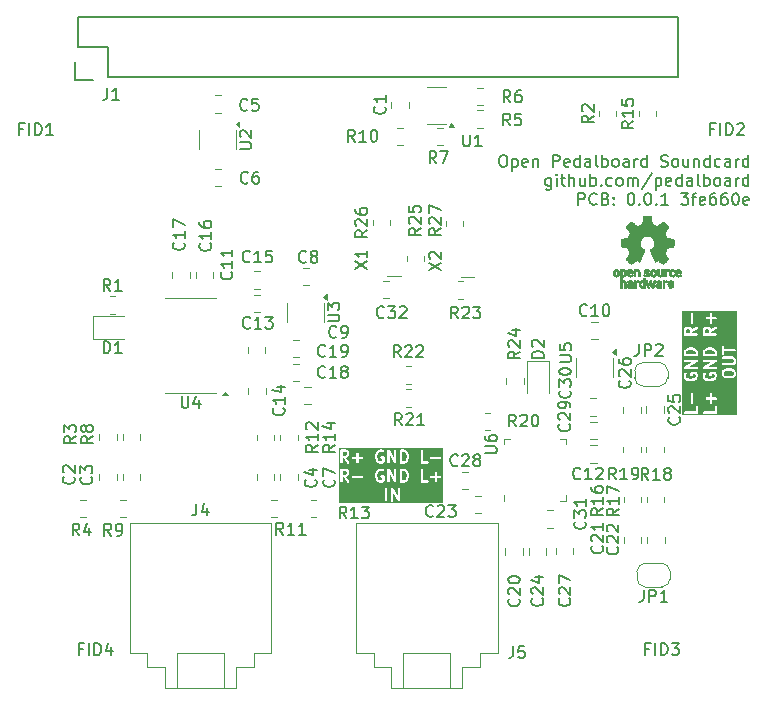
<source format=gto>
G04 #@! TF.GenerationSoftware,KiCad,Pcbnew,8.0.4+1*
G04 #@! TF.CreationDate,2024-10-16T11:13:56+00:00*
G04 #@! TF.ProjectId,pedalboard-soundcard,70656461-6c62-46f6-9172-642d736f756e,0.0.1*
G04 #@! TF.SameCoordinates,Original*
G04 #@! TF.FileFunction,Legend,Top*
G04 #@! TF.FilePolarity,Positive*
%FSLAX46Y46*%
G04 Gerber Fmt 4.6, Leading zero omitted, Abs format (unit mm)*
G04 Created by KiCad (PCBNEW 8.0.4+1) date 2024-10-16 11:13:56*
%MOMM*%
%LPD*%
G01*
G04 APERTURE LIST*
%ADD10C,0.200000*%
%ADD11C,0.150000*%
%ADD12C,0.120000*%
%ADD13C,0.010000*%
%ADD14C,6.200000*%
%ADD15R,1.727200X1.727200*%
%ADD16O,1.727200X1.727200*%
%ADD17R,0.850000X0.650000*%
%ADD18C,1.500000*%
%ADD19C,1.200000*%
%ADD20O,1.200000X2.200000*%
%ADD21O,1.600000X2.300000*%
%ADD22O,2.200000X1.200000*%
%ADD23O,1.600000X2.500000*%
%ADD24R,3.100000X3.100000*%
%ADD25R,1.700000X1.700000*%
%ADD26O,1.700000X1.700000*%
G04 APERTURE END LIST*
D10*
G36*
X83244224Y-91912296D02*
G01*
X83311297Y-91979369D01*
X83346749Y-92050274D01*
X83388720Y-92218155D01*
X83388720Y-92336393D01*
X83346749Y-92504274D01*
X83311296Y-92575180D01*
X83244225Y-92642253D01*
X83139160Y-92677275D01*
X83017292Y-92677275D01*
X83017292Y-91877275D01*
X83139160Y-91877275D01*
X83244224Y-91912296D01*
G37*
G36*
X78286627Y-91907080D02*
G01*
X78311296Y-91931748D01*
X78341101Y-91991358D01*
X78341101Y-92087001D01*
X78311296Y-92146610D01*
X78286627Y-92171278D01*
X78227018Y-92201084D01*
X77969673Y-92201084D01*
X77969673Y-91877275D01*
X78227018Y-91877275D01*
X78286627Y-91907080D01*
G37*
G36*
X83244224Y-90302352D02*
G01*
X83311297Y-90369425D01*
X83346749Y-90440330D01*
X83388720Y-90608211D01*
X83388720Y-90726449D01*
X83346749Y-90894330D01*
X83311296Y-90965236D01*
X83244225Y-91032309D01*
X83139160Y-91067331D01*
X83017292Y-91067331D01*
X83017292Y-90267331D01*
X83139160Y-90267331D01*
X83244224Y-90302352D01*
G37*
G36*
X78286627Y-90297136D02*
G01*
X78311296Y-90321804D01*
X78341101Y-90381414D01*
X78341101Y-90477057D01*
X78311296Y-90536666D01*
X78286627Y-90561334D01*
X78227018Y-90591140D01*
X77969673Y-90591140D01*
X77969673Y-90267331D01*
X78227018Y-90267331D01*
X78286627Y-90297136D01*
G37*
G36*
X86459816Y-94598086D02*
G01*
X77658562Y-94598086D01*
X77658562Y-93387219D01*
X81579198Y-93387219D01*
X81579198Y-94387219D01*
X81581119Y-94406728D01*
X81596051Y-94442776D01*
X81623641Y-94470366D01*
X81659689Y-94485298D01*
X81698707Y-94485298D01*
X81734755Y-94470366D01*
X81762345Y-94442776D01*
X81777277Y-94406728D01*
X81779198Y-94387219D01*
X81779198Y-93387219D01*
X82055388Y-93387219D01*
X82055388Y-94387219D01*
X82057309Y-94406728D01*
X82072241Y-94442776D01*
X82099831Y-94470366D01*
X82135879Y-94485298D01*
X82174897Y-94485298D01*
X82210945Y-94470366D01*
X82238535Y-94442776D01*
X82253467Y-94406728D01*
X82255388Y-94387219D01*
X82255388Y-93763775D01*
X82639992Y-94436833D01*
X82642910Y-94440943D01*
X82643669Y-94442776D01*
X82645535Y-94444642D01*
X82651339Y-94452818D01*
X82661855Y-94460962D01*
X82671259Y-94470366D01*
X82677146Y-94472804D01*
X82682188Y-94476709D01*
X82695020Y-94480208D01*
X82707307Y-94485298D01*
X82713683Y-94485298D01*
X82719832Y-94486975D01*
X82733025Y-94485298D01*
X82746325Y-94485298D01*
X82752213Y-94482858D01*
X82758538Y-94482055D01*
X82770087Y-94475454D01*
X82782373Y-94470366D01*
X82786880Y-94465858D01*
X82792415Y-94462696D01*
X82800559Y-94452179D01*
X82809963Y-94442776D01*
X82812401Y-94436888D01*
X82816306Y-94431847D01*
X82819805Y-94419014D01*
X82824895Y-94406728D01*
X82825877Y-94396750D01*
X82826572Y-94394204D01*
X82826321Y-94392236D01*
X82826816Y-94387219D01*
X82826816Y-93387219D01*
X82824895Y-93367710D01*
X82809963Y-93331662D01*
X82782373Y-93304072D01*
X82746325Y-93289140D01*
X82707307Y-93289140D01*
X82671259Y-93304072D01*
X82643669Y-93331662D01*
X82628737Y-93367710D01*
X82626816Y-93387219D01*
X82626816Y-94010662D01*
X82242212Y-93337605D01*
X82239293Y-93333494D01*
X82238535Y-93331662D01*
X82236668Y-93329795D01*
X82230865Y-93321620D01*
X82220350Y-93313477D01*
X82210945Y-93304072D01*
X82205054Y-93301632D01*
X82200016Y-93297730D01*
X82187187Y-93294231D01*
X82174897Y-93289140D01*
X82168522Y-93289140D01*
X82162373Y-93287463D01*
X82149180Y-93289140D01*
X82135879Y-93289140D01*
X82129990Y-93291579D01*
X82123666Y-93292383D01*
X82112116Y-93298983D01*
X82099831Y-93304072D01*
X82095323Y-93308579D01*
X82089789Y-93311742D01*
X82081646Y-93322256D01*
X82072241Y-93331662D01*
X82069801Y-93337552D01*
X82065899Y-93342591D01*
X82062400Y-93355419D01*
X82057309Y-93367710D01*
X82056326Y-93377687D01*
X82055632Y-93380234D01*
X82055882Y-93382201D01*
X82055388Y-93387219D01*
X81779198Y-93387219D01*
X81777277Y-93367710D01*
X81762345Y-93331662D01*
X81734755Y-93304072D01*
X81698707Y-93289140D01*
X81659689Y-93289140D01*
X81623641Y-93304072D01*
X81596051Y-93331662D01*
X81581119Y-93367710D01*
X81579198Y-93387219D01*
X77658562Y-93387219D01*
X77658562Y-91777275D01*
X77769673Y-91777275D01*
X77769673Y-92777275D01*
X77771594Y-92796784D01*
X77786526Y-92832832D01*
X77814116Y-92860422D01*
X77850164Y-92875354D01*
X77889182Y-92875354D01*
X77925230Y-92860422D01*
X77952820Y-92832832D01*
X77967752Y-92796784D01*
X77969673Y-92777275D01*
X77969673Y-92401084D01*
X78055703Y-92401084D01*
X78359178Y-92834621D01*
X78371939Y-92849502D01*
X78404844Y-92870471D01*
X78443269Y-92877252D01*
X78481363Y-92868812D01*
X78513328Y-92846437D01*
X78534297Y-92813532D01*
X78541078Y-92775108D01*
X78532638Y-92737013D01*
X78523024Y-92719929D01*
X78293056Y-92391403D01*
X78295346Y-92390527D01*
X78322774Y-92376813D01*
X78771594Y-92376813D01*
X78771594Y-92415831D01*
X78786526Y-92451879D01*
X78814116Y-92479469D01*
X78850164Y-92494401D01*
X78869673Y-92496322D01*
X79631578Y-92496322D01*
X79651087Y-92494401D01*
X79687135Y-92479469D01*
X79714725Y-92451879D01*
X79729657Y-92415831D01*
X79729657Y-92376813D01*
X79714725Y-92340765D01*
X79687135Y-92313175D01*
X79651087Y-92298243D01*
X79631578Y-92296322D01*
X78869673Y-92296322D01*
X78850164Y-92298243D01*
X78814116Y-92313175D01*
X78786526Y-92340765D01*
X78771594Y-92376813D01*
X78322774Y-92376813D01*
X78390584Y-92342908D01*
X78398980Y-92337622D01*
X78401420Y-92336612D01*
X78404166Y-92334358D01*
X78407174Y-92332465D01*
X78408903Y-92330470D01*
X78416574Y-92324176D01*
X78464192Y-92276557D01*
X78470484Y-92268890D01*
X78472482Y-92267158D01*
X78474375Y-92264149D01*
X78476629Y-92261404D01*
X78477639Y-92258963D01*
X78482925Y-92250567D01*
X78505286Y-92205846D01*
X80722054Y-92205846D01*
X80722054Y-92348703D01*
X80722389Y-92352105D01*
X80722172Y-92353564D01*
X80723251Y-92360861D01*
X80723975Y-92368212D01*
X80724539Y-92369575D01*
X80725040Y-92372957D01*
X80772659Y-92563432D01*
X80773172Y-92564869D01*
X80773224Y-92565592D01*
X80776332Y-92573716D01*
X80779254Y-92581893D01*
X80779684Y-92582473D01*
X80780230Y-92583900D01*
X80827849Y-92679138D01*
X80833131Y-92687530D01*
X80834144Y-92689974D01*
X80836400Y-92692723D01*
X80838292Y-92695728D01*
X80840286Y-92697457D01*
X80846581Y-92705127D01*
X80941819Y-92800367D01*
X80956972Y-92812803D01*
X80960291Y-92814178D01*
X80963007Y-92816533D01*
X80980907Y-92824524D01*
X81123764Y-92872143D01*
X81133436Y-92874342D01*
X81135878Y-92875354D01*
X81139415Y-92875702D01*
X81142879Y-92876490D01*
X81145513Y-92876302D01*
X81155387Y-92877275D01*
X81250625Y-92877275D01*
X81260498Y-92876302D01*
X81263132Y-92876490D01*
X81266595Y-92875702D01*
X81270134Y-92875354D01*
X81272576Y-92874342D01*
X81282248Y-92872143D01*
X81425104Y-92824524D01*
X81443005Y-92816533D01*
X81445720Y-92814178D01*
X81449040Y-92812803D01*
X81464193Y-92800366D01*
X81511812Y-92752746D01*
X81524249Y-92737593D01*
X81539180Y-92701544D01*
X81541101Y-92682036D01*
X81541101Y-92348703D01*
X81539180Y-92329194D01*
X81524248Y-92293146D01*
X81496658Y-92265556D01*
X81460610Y-92250624D01*
X81441101Y-92248703D01*
X81250625Y-92248703D01*
X81231116Y-92250624D01*
X81195068Y-92265556D01*
X81167478Y-92293146D01*
X81152546Y-92329194D01*
X81152546Y-92368212D01*
X81167478Y-92404260D01*
X81195068Y-92431850D01*
X81231116Y-92446782D01*
X81250625Y-92448703D01*
X81341101Y-92448703D01*
X81341101Y-92640615D01*
X81339462Y-92642253D01*
X81234398Y-92677275D01*
X81171613Y-92677275D01*
X81066548Y-92642253D01*
X80999478Y-92575183D01*
X80964024Y-92504274D01*
X80922054Y-92336393D01*
X80922054Y-92218156D01*
X80964024Y-92050274D01*
X80999477Y-91979368D01*
X81066549Y-91912296D01*
X81171613Y-91877275D01*
X81274637Y-91877275D01*
X81348760Y-91914337D01*
X81367069Y-91921343D01*
X81405989Y-91924109D01*
X81443005Y-91911770D01*
X81472482Y-91886205D01*
X81489931Y-91851307D01*
X81492696Y-91812387D01*
X81480993Y-91777275D01*
X81769673Y-91777275D01*
X81769673Y-92777275D01*
X81771594Y-92796784D01*
X81786526Y-92832832D01*
X81814116Y-92860422D01*
X81850164Y-92875354D01*
X81889182Y-92875354D01*
X81925230Y-92860422D01*
X81952820Y-92832832D01*
X81967752Y-92796784D01*
X81969673Y-92777275D01*
X81969673Y-92153831D01*
X82354277Y-92826889D01*
X82357195Y-92830999D01*
X82357954Y-92832832D01*
X82359820Y-92834698D01*
X82365624Y-92842874D01*
X82376140Y-92851018D01*
X82385544Y-92860422D01*
X82391431Y-92862860D01*
X82396473Y-92866765D01*
X82409305Y-92870264D01*
X82421592Y-92875354D01*
X82427968Y-92875354D01*
X82434117Y-92877031D01*
X82447310Y-92875354D01*
X82460610Y-92875354D01*
X82466498Y-92872914D01*
X82472823Y-92872111D01*
X82484372Y-92865510D01*
X82496658Y-92860422D01*
X82501165Y-92855914D01*
X82506700Y-92852752D01*
X82514844Y-92842235D01*
X82524248Y-92832832D01*
X82526686Y-92826944D01*
X82530591Y-92821903D01*
X82534090Y-92809070D01*
X82539180Y-92796784D01*
X82540162Y-92786806D01*
X82540857Y-92784260D01*
X82540606Y-92782292D01*
X82541101Y-92777275D01*
X82541101Y-91777275D01*
X82817292Y-91777275D01*
X82817292Y-92777275D01*
X82819213Y-92796784D01*
X82834145Y-92832832D01*
X82861735Y-92860422D01*
X82897783Y-92875354D01*
X82917292Y-92877275D01*
X83155387Y-92877275D01*
X83165260Y-92876302D01*
X83167894Y-92876490D01*
X83171357Y-92875702D01*
X83174896Y-92875354D01*
X83177338Y-92874342D01*
X83187010Y-92872143D01*
X83329866Y-92824524D01*
X83347767Y-92816533D01*
X83350482Y-92814178D01*
X83353802Y-92812803D01*
X83368955Y-92800366D01*
X83464193Y-92705127D01*
X83470485Y-92697460D01*
X83472482Y-92695729D01*
X83474375Y-92692721D01*
X83476630Y-92689974D01*
X83477641Y-92687532D01*
X83482925Y-92679138D01*
X83530544Y-92583901D01*
X83531090Y-92582472D01*
X83531520Y-92581893D01*
X83534441Y-92573716D01*
X83537550Y-92565592D01*
X83537601Y-92564871D01*
X83538115Y-92563433D01*
X83585734Y-92372957D01*
X83586234Y-92369575D01*
X83586799Y-92368212D01*
X83587522Y-92360861D01*
X83588602Y-92353564D01*
X83588384Y-92352105D01*
X83588720Y-92348703D01*
X83588720Y-92205846D01*
X83588384Y-92202443D01*
X83588602Y-92200985D01*
X83587522Y-92193687D01*
X83586799Y-92186337D01*
X83586234Y-92184973D01*
X83585734Y-92181592D01*
X83538115Y-91991116D01*
X83537601Y-91989677D01*
X83537550Y-91988957D01*
X83534441Y-91980832D01*
X83531520Y-91972656D01*
X83531090Y-91972076D01*
X83530544Y-91970648D01*
X83482925Y-91875411D01*
X83477638Y-91867012D01*
X83476629Y-91864575D01*
X83474377Y-91861831D01*
X83472482Y-91858820D01*
X83470484Y-91857087D01*
X83464193Y-91849421D01*
X83392047Y-91777275D01*
X84579197Y-91777275D01*
X84579197Y-92777275D01*
X84581118Y-92796784D01*
X84596050Y-92832832D01*
X84623640Y-92860422D01*
X84659688Y-92875354D01*
X84679197Y-92877275D01*
X85155387Y-92877275D01*
X85174896Y-92875354D01*
X85210944Y-92860422D01*
X85238534Y-92832832D01*
X85253466Y-92796784D01*
X85253466Y-92757766D01*
X85238534Y-92721718D01*
X85210944Y-92694128D01*
X85174896Y-92679196D01*
X85155387Y-92677275D01*
X84779197Y-92677275D01*
X84779197Y-92376813D01*
X85390642Y-92376813D01*
X85390642Y-92415831D01*
X85405574Y-92451879D01*
X85433164Y-92479469D01*
X85469212Y-92494401D01*
X85488721Y-92496322D01*
X85769673Y-92496322D01*
X85769673Y-92777275D01*
X85771594Y-92796784D01*
X85786526Y-92832832D01*
X85814116Y-92860422D01*
X85850164Y-92875354D01*
X85889182Y-92875354D01*
X85925230Y-92860422D01*
X85952820Y-92832832D01*
X85967752Y-92796784D01*
X85969673Y-92777275D01*
X85969673Y-92496322D01*
X86250626Y-92496322D01*
X86270135Y-92494401D01*
X86306183Y-92479469D01*
X86333773Y-92451879D01*
X86348705Y-92415831D01*
X86348705Y-92376813D01*
X86333773Y-92340765D01*
X86306183Y-92313175D01*
X86270135Y-92298243D01*
X86250626Y-92296322D01*
X85969673Y-92296322D01*
X85969673Y-92015370D01*
X85967752Y-91995861D01*
X85952820Y-91959813D01*
X85925230Y-91932223D01*
X85889182Y-91917291D01*
X85850164Y-91917291D01*
X85814116Y-91932223D01*
X85786526Y-91959813D01*
X85771594Y-91995861D01*
X85769673Y-92015370D01*
X85769673Y-92296322D01*
X85488721Y-92296322D01*
X85469212Y-92298243D01*
X85433164Y-92313175D01*
X85405574Y-92340765D01*
X85390642Y-92376813D01*
X84779197Y-92376813D01*
X84779197Y-91777275D01*
X84777276Y-91757766D01*
X84762344Y-91721718D01*
X84734754Y-91694128D01*
X84698706Y-91679196D01*
X84659688Y-91679196D01*
X84623640Y-91694128D01*
X84596050Y-91721718D01*
X84581118Y-91757766D01*
X84579197Y-91777275D01*
X83392047Y-91777275D01*
X83368955Y-91754183D01*
X83353801Y-91741747D01*
X83350482Y-91740372D01*
X83347767Y-91738017D01*
X83329866Y-91730026D01*
X83187010Y-91682407D01*
X83177338Y-91680207D01*
X83174896Y-91679196D01*
X83171357Y-91678847D01*
X83167894Y-91678060D01*
X83165260Y-91678247D01*
X83155387Y-91677275D01*
X82917292Y-91677275D01*
X82897783Y-91679196D01*
X82861735Y-91694128D01*
X82834145Y-91721718D01*
X82819213Y-91757766D01*
X82817292Y-91777275D01*
X82541101Y-91777275D01*
X82539180Y-91757766D01*
X82524248Y-91721718D01*
X82496658Y-91694128D01*
X82460610Y-91679196D01*
X82421592Y-91679196D01*
X82385544Y-91694128D01*
X82357954Y-91721718D01*
X82343022Y-91757766D01*
X82341101Y-91777275D01*
X82341101Y-92400718D01*
X81956497Y-91727661D01*
X81953578Y-91723550D01*
X81952820Y-91721718D01*
X81950953Y-91719851D01*
X81945150Y-91711676D01*
X81934635Y-91703533D01*
X81925230Y-91694128D01*
X81919339Y-91691688D01*
X81914301Y-91687786D01*
X81901472Y-91684287D01*
X81889182Y-91679196D01*
X81882807Y-91679196D01*
X81876658Y-91677519D01*
X81863465Y-91679196D01*
X81850164Y-91679196D01*
X81844275Y-91681635D01*
X81837951Y-91682439D01*
X81826401Y-91689039D01*
X81814116Y-91694128D01*
X81809608Y-91698635D01*
X81804074Y-91701798D01*
X81795931Y-91712312D01*
X81786526Y-91721718D01*
X81784086Y-91727608D01*
X81780184Y-91732647D01*
X81776685Y-91745475D01*
X81771594Y-91757766D01*
X81770611Y-91767743D01*
X81769917Y-91770290D01*
X81770167Y-91772257D01*
X81769673Y-91777275D01*
X81480993Y-91777275D01*
X81480358Y-91775371D01*
X81454793Y-91745894D01*
X81438203Y-91735451D01*
X81342965Y-91687832D01*
X81324657Y-91680826D01*
X81321073Y-91680571D01*
X81317753Y-91679196D01*
X81298244Y-91677275D01*
X81155387Y-91677275D01*
X81145513Y-91678247D01*
X81142879Y-91678060D01*
X81139415Y-91678847D01*
X81135878Y-91679196D01*
X81133436Y-91680207D01*
X81123764Y-91682407D01*
X80980907Y-91730026D01*
X80963007Y-91738017D01*
X80960291Y-91740372D01*
X80956973Y-91741747D01*
X80941819Y-91754183D01*
X80846581Y-91849421D01*
X80840286Y-91857091D01*
X80838292Y-91858821D01*
X80836398Y-91861828D01*
X80834145Y-91864575D01*
X80833134Y-91867014D01*
X80827849Y-91875411D01*
X80780230Y-91970649D01*
X80779684Y-91972075D01*
X80779254Y-91972656D01*
X80776332Y-91980832D01*
X80773224Y-91988957D01*
X80773172Y-91989679D01*
X80772659Y-91991117D01*
X80725040Y-92181592D01*
X80724539Y-92184973D01*
X80723975Y-92186337D01*
X80723251Y-92193687D01*
X80722172Y-92200985D01*
X80722389Y-92202443D01*
X80722054Y-92205846D01*
X78505286Y-92205846D01*
X78530544Y-92155330D01*
X78537550Y-92137021D01*
X78537804Y-92133437D01*
X78539180Y-92130117D01*
X78541101Y-92110608D01*
X78541101Y-91967751D01*
X78539180Y-91948242D01*
X78537804Y-91944921D01*
X78537550Y-91941338D01*
X78530544Y-91923029D01*
X78482925Y-91827792D01*
X78477639Y-91819395D01*
X78476629Y-91816955D01*
X78474375Y-91814209D01*
X78472482Y-91811201D01*
X78470484Y-91809468D01*
X78464192Y-91801802D01*
X78416574Y-91754183D01*
X78408903Y-91747888D01*
X78407174Y-91745894D01*
X78404166Y-91744000D01*
X78401420Y-91741747D01*
X78398980Y-91740736D01*
X78390584Y-91735451D01*
X78295346Y-91687832D01*
X78277038Y-91680826D01*
X78273454Y-91680571D01*
X78270134Y-91679196D01*
X78250625Y-91677275D01*
X77869673Y-91677275D01*
X77850164Y-91679196D01*
X77814116Y-91694128D01*
X77786526Y-91721718D01*
X77771594Y-91757766D01*
X77769673Y-91777275D01*
X77658562Y-91777275D01*
X77658562Y-90167331D01*
X77769673Y-90167331D01*
X77769673Y-91167331D01*
X77771594Y-91186840D01*
X77786526Y-91222888D01*
X77814116Y-91250478D01*
X77850164Y-91265410D01*
X77889182Y-91265410D01*
X77925230Y-91250478D01*
X77952820Y-91222888D01*
X77967752Y-91186840D01*
X77969673Y-91167331D01*
X77969673Y-90791140D01*
X78055703Y-90791140D01*
X78359178Y-91224677D01*
X78371939Y-91239558D01*
X78404844Y-91260527D01*
X78443269Y-91267308D01*
X78481363Y-91258868D01*
X78513328Y-91236493D01*
X78534297Y-91203588D01*
X78541078Y-91165164D01*
X78532638Y-91127069D01*
X78523024Y-91109985D01*
X78293056Y-90781459D01*
X78295346Y-90780583D01*
X78322774Y-90766869D01*
X78771594Y-90766869D01*
X78771594Y-90805887D01*
X78786526Y-90841935D01*
X78814116Y-90869525D01*
X78850164Y-90884457D01*
X78869673Y-90886378D01*
X79150625Y-90886378D01*
X79150625Y-91167331D01*
X79152546Y-91186840D01*
X79167478Y-91222888D01*
X79195068Y-91250478D01*
X79231116Y-91265410D01*
X79270134Y-91265410D01*
X79306182Y-91250478D01*
X79333772Y-91222888D01*
X79348704Y-91186840D01*
X79350625Y-91167331D01*
X79350625Y-90886378D01*
X79631578Y-90886378D01*
X79651087Y-90884457D01*
X79687135Y-90869525D01*
X79714725Y-90841935D01*
X79729657Y-90805887D01*
X79729657Y-90766869D01*
X79714725Y-90730821D01*
X79687135Y-90703231D01*
X79651087Y-90688299D01*
X79631578Y-90686378D01*
X79350625Y-90686378D01*
X79350625Y-90595902D01*
X80722054Y-90595902D01*
X80722054Y-90738759D01*
X80722389Y-90742161D01*
X80722172Y-90743620D01*
X80723251Y-90750917D01*
X80723975Y-90758268D01*
X80724539Y-90759631D01*
X80725040Y-90763013D01*
X80772659Y-90953488D01*
X80773172Y-90954925D01*
X80773224Y-90955648D01*
X80776332Y-90963772D01*
X80779254Y-90971949D01*
X80779684Y-90972529D01*
X80780230Y-90973956D01*
X80827849Y-91069194D01*
X80833131Y-91077586D01*
X80834144Y-91080030D01*
X80836400Y-91082779D01*
X80838292Y-91085784D01*
X80840286Y-91087513D01*
X80846581Y-91095183D01*
X80941819Y-91190423D01*
X80956972Y-91202859D01*
X80960291Y-91204234D01*
X80963007Y-91206589D01*
X80980907Y-91214580D01*
X81123764Y-91262199D01*
X81133436Y-91264398D01*
X81135878Y-91265410D01*
X81139415Y-91265758D01*
X81142879Y-91266546D01*
X81145513Y-91266358D01*
X81155387Y-91267331D01*
X81250625Y-91267331D01*
X81260498Y-91266358D01*
X81263132Y-91266546D01*
X81266595Y-91265758D01*
X81270134Y-91265410D01*
X81272576Y-91264398D01*
X81282248Y-91262199D01*
X81425104Y-91214580D01*
X81443005Y-91206589D01*
X81445720Y-91204234D01*
X81449040Y-91202859D01*
X81464193Y-91190422D01*
X81511812Y-91142802D01*
X81524249Y-91127649D01*
X81539180Y-91091600D01*
X81541101Y-91072092D01*
X81541101Y-90738759D01*
X81539180Y-90719250D01*
X81524248Y-90683202D01*
X81496658Y-90655612D01*
X81460610Y-90640680D01*
X81441101Y-90638759D01*
X81250625Y-90638759D01*
X81231116Y-90640680D01*
X81195068Y-90655612D01*
X81167478Y-90683202D01*
X81152546Y-90719250D01*
X81152546Y-90758268D01*
X81167478Y-90794316D01*
X81195068Y-90821906D01*
X81231116Y-90836838D01*
X81250625Y-90838759D01*
X81341101Y-90838759D01*
X81341101Y-91030671D01*
X81339462Y-91032309D01*
X81234398Y-91067331D01*
X81171613Y-91067331D01*
X81066548Y-91032309D01*
X80999478Y-90965239D01*
X80964024Y-90894330D01*
X80922054Y-90726449D01*
X80922054Y-90608212D01*
X80964024Y-90440330D01*
X80999477Y-90369424D01*
X81066549Y-90302352D01*
X81171613Y-90267331D01*
X81274637Y-90267331D01*
X81348760Y-90304393D01*
X81367069Y-90311399D01*
X81405989Y-90314165D01*
X81443005Y-90301826D01*
X81472482Y-90276261D01*
X81489931Y-90241363D01*
X81492696Y-90202443D01*
X81480993Y-90167331D01*
X81769673Y-90167331D01*
X81769673Y-91167331D01*
X81771594Y-91186840D01*
X81786526Y-91222888D01*
X81814116Y-91250478D01*
X81850164Y-91265410D01*
X81889182Y-91265410D01*
X81925230Y-91250478D01*
X81952820Y-91222888D01*
X81967752Y-91186840D01*
X81969673Y-91167331D01*
X81969673Y-90543887D01*
X82354277Y-91216945D01*
X82357195Y-91221055D01*
X82357954Y-91222888D01*
X82359820Y-91224754D01*
X82365624Y-91232930D01*
X82376140Y-91241074D01*
X82385544Y-91250478D01*
X82391431Y-91252916D01*
X82396473Y-91256821D01*
X82409305Y-91260320D01*
X82421592Y-91265410D01*
X82427968Y-91265410D01*
X82434117Y-91267087D01*
X82447310Y-91265410D01*
X82460610Y-91265410D01*
X82466498Y-91262970D01*
X82472823Y-91262167D01*
X82484372Y-91255566D01*
X82496658Y-91250478D01*
X82501165Y-91245970D01*
X82506700Y-91242808D01*
X82514844Y-91232291D01*
X82524248Y-91222888D01*
X82526686Y-91217000D01*
X82530591Y-91211959D01*
X82534090Y-91199126D01*
X82539180Y-91186840D01*
X82540162Y-91176862D01*
X82540857Y-91174316D01*
X82540606Y-91172348D01*
X82541101Y-91167331D01*
X82541101Y-90167331D01*
X82817292Y-90167331D01*
X82817292Y-91167331D01*
X82819213Y-91186840D01*
X82834145Y-91222888D01*
X82861735Y-91250478D01*
X82897783Y-91265410D01*
X82917292Y-91267331D01*
X83155387Y-91267331D01*
X83165260Y-91266358D01*
X83167894Y-91266546D01*
X83171357Y-91265758D01*
X83174896Y-91265410D01*
X83177338Y-91264398D01*
X83187010Y-91262199D01*
X83329866Y-91214580D01*
X83347767Y-91206589D01*
X83350482Y-91204234D01*
X83353802Y-91202859D01*
X83368955Y-91190422D01*
X83464193Y-91095183D01*
X83470485Y-91087516D01*
X83472482Y-91085785D01*
X83474375Y-91082777D01*
X83476630Y-91080030D01*
X83477641Y-91077588D01*
X83482925Y-91069194D01*
X83530544Y-90973957D01*
X83531090Y-90972528D01*
X83531520Y-90971949D01*
X83534441Y-90963772D01*
X83537550Y-90955648D01*
X83537601Y-90954927D01*
X83538115Y-90953489D01*
X83585734Y-90763013D01*
X83586234Y-90759631D01*
X83586799Y-90758268D01*
X83587522Y-90750917D01*
X83588602Y-90743620D01*
X83588384Y-90742161D01*
X83588720Y-90738759D01*
X83588720Y-90595902D01*
X83588384Y-90592499D01*
X83588602Y-90591041D01*
X83587522Y-90583743D01*
X83586799Y-90576393D01*
X83586234Y-90575029D01*
X83585734Y-90571648D01*
X83538115Y-90381172D01*
X83537601Y-90379733D01*
X83537550Y-90379013D01*
X83534441Y-90370888D01*
X83531520Y-90362712D01*
X83531090Y-90362132D01*
X83530544Y-90360704D01*
X83482925Y-90265467D01*
X83477638Y-90257068D01*
X83476629Y-90254631D01*
X83474377Y-90251887D01*
X83472482Y-90248876D01*
X83470484Y-90247143D01*
X83464193Y-90239477D01*
X83392047Y-90167331D01*
X84579197Y-90167331D01*
X84579197Y-91167331D01*
X84581118Y-91186840D01*
X84596050Y-91222888D01*
X84623640Y-91250478D01*
X84659688Y-91265410D01*
X84679197Y-91267331D01*
X85155387Y-91267331D01*
X85174896Y-91265410D01*
X85210944Y-91250478D01*
X85238534Y-91222888D01*
X85253466Y-91186840D01*
X85253466Y-91147822D01*
X85238534Y-91111774D01*
X85210944Y-91084184D01*
X85174896Y-91069252D01*
X85155387Y-91067331D01*
X84779197Y-91067331D01*
X84779197Y-90766869D01*
X85390642Y-90766869D01*
X85390642Y-90805887D01*
X85405574Y-90841935D01*
X85433164Y-90869525D01*
X85469212Y-90884457D01*
X85488721Y-90886378D01*
X86250626Y-90886378D01*
X86270135Y-90884457D01*
X86306183Y-90869525D01*
X86333773Y-90841935D01*
X86348705Y-90805887D01*
X86348705Y-90766869D01*
X86333773Y-90730821D01*
X86306183Y-90703231D01*
X86270135Y-90688299D01*
X86250626Y-90686378D01*
X85488721Y-90686378D01*
X85469212Y-90688299D01*
X85433164Y-90703231D01*
X85405574Y-90730821D01*
X85390642Y-90766869D01*
X84779197Y-90766869D01*
X84779197Y-90167331D01*
X84777276Y-90147822D01*
X84762344Y-90111774D01*
X84734754Y-90084184D01*
X84698706Y-90069252D01*
X84659688Y-90069252D01*
X84623640Y-90084184D01*
X84596050Y-90111774D01*
X84581118Y-90147822D01*
X84579197Y-90167331D01*
X83392047Y-90167331D01*
X83368955Y-90144239D01*
X83353801Y-90131803D01*
X83350482Y-90130428D01*
X83347767Y-90128073D01*
X83329866Y-90120082D01*
X83187010Y-90072463D01*
X83177338Y-90070263D01*
X83174896Y-90069252D01*
X83171357Y-90068903D01*
X83167894Y-90068116D01*
X83165260Y-90068303D01*
X83155387Y-90067331D01*
X82917292Y-90067331D01*
X82897783Y-90069252D01*
X82861735Y-90084184D01*
X82834145Y-90111774D01*
X82819213Y-90147822D01*
X82817292Y-90167331D01*
X82541101Y-90167331D01*
X82539180Y-90147822D01*
X82524248Y-90111774D01*
X82496658Y-90084184D01*
X82460610Y-90069252D01*
X82421592Y-90069252D01*
X82385544Y-90084184D01*
X82357954Y-90111774D01*
X82343022Y-90147822D01*
X82341101Y-90167331D01*
X82341101Y-90790774D01*
X81956497Y-90117717D01*
X81953578Y-90113606D01*
X81952820Y-90111774D01*
X81950953Y-90109907D01*
X81945150Y-90101732D01*
X81934635Y-90093589D01*
X81925230Y-90084184D01*
X81919339Y-90081744D01*
X81914301Y-90077842D01*
X81901472Y-90074343D01*
X81889182Y-90069252D01*
X81882807Y-90069252D01*
X81876658Y-90067575D01*
X81863465Y-90069252D01*
X81850164Y-90069252D01*
X81844275Y-90071691D01*
X81837951Y-90072495D01*
X81826401Y-90079095D01*
X81814116Y-90084184D01*
X81809608Y-90088691D01*
X81804074Y-90091854D01*
X81795931Y-90102368D01*
X81786526Y-90111774D01*
X81784086Y-90117664D01*
X81780184Y-90122703D01*
X81776685Y-90135531D01*
X81771594Y-90147822D01*
X81770611Y-90157799D01*
X81769917Y-90160346D01*
X81770167Y-90162313D01*
X81769673Y-90167331D01*
X81480993Y-90167331D01*
X81480358Y-90165427D01*
X81454793Y-90135950D01*
X81438203Y-90125507D01*
X81342965Y-90077888D01*
X81324657Y-90070882D01*
X81321073Y-90070627D01*
X81317753Y-90069252D01*
X81298244Y-90067331D01*
X81155387Y-90067331D01*
X81145513Y-90068303D01*
X81142879Y-90068116D01*
X81139415Y-90068903D01*
X81135878Y-90069252D01*
X81133436Y-90070263D01*
X81123764Y-90072463D01*
X80980907Y-90120082D01*
X80963007Y-90128073D01*
X80960291Y-90130428D01*
X80956973Y-90131803D01*
X80941819Y-90144239D01*
X80846581Y-90239477D01*
X80840286Y-90247147D01*
X80838292Y-90248877D01*
X80836398Y-90251884D01*
X80834145Y-90254631D01*
X80833134Y-90257070D01*
X80827849Y-90265467D01*
X80780230Y-90360705D01*
X80779684Y-90362131D01*
X80779254Y-90362712D01*
X80776332Y-90370888D01*
X80773224Y-90379013D01*
X80773172Y-90379735D01*
X80772659Y-90381173D01*
X80725040Y-90571648D01*
X80724539Y-90575029D01*
X80723975Y-90576393D01*
X80723251Y-90583743D01*
X80722172Y-90591041D01*
X80722389Y-90592499D01*
X80722054Y-90595902D01*
X79350625Y-90595902D01*
X79350625Y-90405426D01*
X79348704Y-90385917D01*
X79333772Y-90349869D01*
X79306182Y-90322279D01*
X79270134Y-90307347D01*
X79231116Y-90307347D01*
X79195068Y-90322279D01*
X79167478Y-90349869D01*
X79152546Y-90385917D01*
X79150625Y-90405426D01*
X79150625Y-90686378D01*
X78869673Y-90686378D01*
X78850164Y-90688299D01*
X78814116Y-90703231D01*
X78786526Y-90730821D01*
X78771594Y-90766869D01*
X78322774Y-90766869D01*
X78390584Y-90732964D01*
X78398980Y-90727678D01*
X78401420Y-90726668D01*
X78404166Y-90724414D01*
X78407174Y-90722521D01*
X78408903Y-90720526D01*
X78416574Y-90714232D01*
X78464192Y-90666613D01*
X78470484Y-90658946D01*
X78472482Y-90657214D01*
X78474375Y-90654205D01*
X78476629Y-90651460D01*
X78477639Y-90649019D01*
X78482925Y-90640623D01*
X78530544Y-90545386D01*
X78537550Y-90527077D01*
X78537804Y-90523493D01*
X78539180Y-90520173D01*
X78541101Y-90500664D01*
X78541101Y-90357807D01*
X78539180Y-90338298D01*
X78537804Y-90334977D01*
X78537550Y-90331394D01*
X78530544Y-90313085D01*
X78482925Y-90217848D01*
X78477639Y-90209451D01*
X78476629Y-90207011D01*
X78474375Y-90204265D01*
X78472482Y-90201257D01*
X78470484Y-90199524D01*
X78464192Y-90191858D01*
X78416574Y-90144239D01*
X78408903Y-90137944D01*
X78407174Y-90135950D01*
X78404166Y-90134056D01*
X78401420Y-90131803D01*
X78398980Y-90130792D01*
X78390584Y-90125507D01*
X78295346Y-90077888D01*
X78277038Y-90070882D01*
X78273454Y-90070627D01*
X78270134Y-90069252D01*
X78250625Y-90067331D01*
X77869673Y-90067331D01*
X77850164Y-90069252D01*
X77814116Y-90084184D01*
X77786526Y-90111774D01*
X77771594Y-90147822D01*
X77769673Y-90167331D01*
X77658562Y-90167331D01*
X77658562Y-89956220D01*
X86459816Y-89956220D01*
X86459816Y-94598086D01*
G37*
D11*
X91486074Y-65129931D02*
X91676550Y-65129931D01*
X91676550Y-65129931D02*
X91771788Y-65177550D01*
X91771788Y-65177550D02*
X91867026Y-65272788D01*
X91867026Y-65272788D02*
X91914645Y-65463264D01*
X91914645Y-65463264D02*
X91914645Y-65796597D01*
X91914645Y-65796597D02*
X91867026Y-65987073D01*
X91867026Y-65987073D02*
X91771788Y-66082312D01*
X91771788Y-66082312D02*
X91676550Y-66129931D01*
X91676550Y-66129931D02*
X91486074Y-66129931D01*
X91486074Y-66129931D02*
X91390836Y-66082312D01*
X91390836Y-66082312D02*
X91295598Y-65987073D01*
X91295598Y-65987073D02*
X91247979Y-65796597D01*
X91247979Y-65796597D02*
X91247979Y-65463264D01*
X91247979Y-65463264D02*
X91295598Y-65272788D01*
X91295598Y-65272788D02*
X91390836Y-65177550D01*
X91390836Y-65177550D02*
X91486074Y-65129931D01*
X92343217Y-65463264D02*
X92343217Y-66463264D01*
X92343217Y-65510883D02*
X92438455Y-65463264D01*
X92438455Y-65463264D02*
X92628931Y-65463264D01*
X92628931Y-65463264D02*
X92724169Y-65510883D01*
X92724169Y-65510883D02*
X92771788Y-65558502D01*
X92771788Y-65558502D02*
X92819407Y-65653740D01*
X92819407Y-65653740D02*
X92819407Y-65939454D01*
X92819407Y-65939454D02*
X92771788Y-66034692D01*
X92771788Y-66034692D02*
X92724169Y-66082312D01*
X92724169Y-66082312D02*
X92628931Y-66129931D01*
X92628931Y-66129931D02*
X92438455Y-66129931D01*
X92438455Y-66129931D02*
X92343217Y-66082312D01*
X93628931Y-66082312D02*
X93533693Y-66129931D01*
X93533693Y-66129931D02*
X93343217Y-66129931D01*
X93343217Y-66129931D02*
X93247979Y-66082312D01*
X93247979Y-66082312D02*
X93200360Y-65987073D01*
X93200360Y-65987073D02*
X93200360Y-65606121D01*
X93200360Y-65606121D02*
X93247979Y-65510883D01*
X93247979Y-65510883D02*
X93343217Y-65463264D01*
X93343217Y-65463264D02*
X93533693Y-65463264D01*
X93533693Y-65463264D02*
X93628931Y-65510883D01*
X93628931Y-65510883D02*
X93676550Y-65606121D01*
X93676550Y-65606121D02*
X93676550Y-65701359D01*
X93676550Y-65701359D02*
X93200360Y-65796597D01*
X94105122Y-65463264D02*
X94105122Y-66129931D01*
X94105122Y-65558502D02*
X94152741Y-65510883D01*
X94152741Y-65510883D02*
X94247979Y-65463264D01*
X94247979Y-65463264D02*
X94390836Y-65463264D01*
X94390836Y-65463264D02*
X94486074Y-65510883D01*
X94486074Y-65510883D02*
X94533693Y-65606121D01*
X94533693Y-65606121D02*
X94533693Y-66129931D01*
X95771789Y-66129931D02*
X95771789Y-65129931D01*
X95771789Y-65129931D02*
X96152741Y-65129931D01*
X96152741Y-65129931D02*
X96247979Y-65177550D01*
X96247979Y-65177550D02*
X96295598Y-65225169D01*
X96295598Y-65225169D02*
X96343217Y-65320407D01*
X96343217Y-65320407D02*
X96343217Y-65463264D01*
X96343217Y-65463264D02*
X96295598Y-65558502D01*
X96295598Y-65558502D02*
X96247979Y-65606121D01*
X96247979Y-65606121D02*
X96152741Y-65653740D01*
X96152741Y-65653740D02*
X95771789Y-65653740D01*
X97152741Y-66082312D02*
X97057503Y-66129931D01*
X97057503Y-66129931D02*
X96867027Y-66129931D01*
X96867027Y-66129931D02*
X96771789Y-66082312D01*
X96771789Y-66082312D02*
X96724170Y-65987073D01*
X96724170Y-65987073D02*
X96724170Y-65606121D01*
X96724170Y-65606121D02*
X96771789Y-65510883D01*
X96771789Y-65510883D02*
X96867027Y-65463264D01*
X96867027Y-65463264D02*
X97057503Y-65463264D01*
X97057503Y-65463264D02*
X97152741Y-65510883D01*
X97152741Y-65510883D02*
X97200360Y-65606121D01*
X97200360Y-65606121D02*
X97200360Y-65701359D01*
X97200360Y-65701359D02*
X96724170Y-65796597D01*
X98057503Y-66129931D02*
X98057503Y-65129931D01*
X98057503Y-66082312D02*
X97962265Y-66129931D01*
X97962265Y-66129931D02*
X97771789Y-66129931D01*
X97771789Y-66129931D02*
X97676551Y-66082312D01*
X97676551Y-66082312D02*
X97628932Y-66034692D01*
X97628932Y-66034692D02*
X97581313Y-65939454D01*
X97581313Y-65939454D02*
X97581313Y-65653740D01*
X97581313Y-65653740D02*
X97628932Y-65558502D01*
X97628932Y-65558502D02*
X97676551Y-65510883D01*
X97676551Y-65510883D02*
X97771789Y-65463264D01*
X97771789Y-65463264D02*
X97962265Y-65463264D01*
X97962265Y-65463264D02*
X98057503Y-65510883D01*
X98962265Y-66129931D02*
X98962265Y-65606121D01*
X98962265Y-65606121D02*
X98914646Y-65510883D01*
X98914646Y-65510883D02*
X98819408Y-65463264D01*
X98819408Y-65463264D02*
X98628932Y-65463264D01*
X98628932Y-65463264D02*
X98533694Y-65510883D01*
X98962265Y-66082312D02*
X98867027Y-66129931D01*
X98867027Y-66129931D02*
X98628932Y-66129931D01*
X98628932Y-66129931D02*
X98533694Y-66082312D01*
X98533694Y-66082312D02*
X98486075Y-65987073D01*
X98486075Y-65987073D02*
X98486075Y-65891835D01*
X98486075Y-65891835D02*
X98533694Y-65796597D01*
X98533694Y-65796597D02*
X98628932Y-65748978D01*
X98628932Y-65748978D02*
X98867027Y-65748978D01*
X98867027Y-65748978D02*
X98962265Y-65701359D01*
X99581313Y-66129931D02*
X99486075Y-66082312D01*
X99486075Y-66082312D02*
X99438456Y-65987073D01*
X99438456Y-65987073D02*
X99438456Y-65129931D01*
X99962266Y-66129931D02*
X99962266Y-65129931D01*
X99962266Y-65510883D02*
X100057504Y-65463264D01*
X100057504Y-65463264D02*
X100247980Y-65463264D01*
X100247980Y-65463264D02*
X100343218Y-65510883D01*
X100343218Y-65510883D02*
X100390837Y-65558502D01*
X100390837Y-65558502D02*
X100438456Y-65653740D01*
X100438456Y-65653740D02*
X100438456Y-65939454D01*
X100438456Y-65939454D02*
X100390837Y-66034692D01*
X100390837Y-66034692D02*
X100343218Y-66082312D01*
X100343218Y-66082312D02*
X100247980Y-66129931D01*
X100247980Y-66129931D02*
X100057504Y-66129931D01*
X100057504Y-66129931D02*
X99962266Y-66082312D01*
X101009885Y-66129931D02*
X100914647Y-66082312D01*
X100914647Y-66082312D02*
X100867028Y-66034692D01*
X100867028Y-66034692D02*
X100819409Y-65939454D01*
X100819409Y-65939454D02*
X100819409Y-65653740D01*
X100819409Y-65653740D02*
X100867028Y-65558502D01*
X100867028Y-65558502D02*
X100914647Y-65510883D01*
X100914647Y-65510883D02*
X101009885Y-65463264D01*
X101009885Y-65463264D02*
X101152742Y-65463264D01*
X101152742Y-65463264D02*
X101247980Y-65510883D01*
X101247980Y-65510883D02*
X101295599Y-65558502D01*
X101295599Y-65558502D02*
X101343218Y-65653740D01*
X101343218Y-65653740D02*
X101343218Y-65939454D01*
X101343218Y-65939454D02*
X101295599Y-66034692D01*
X101295599Y-66034692D02*
X101247980Y-66082312D01*
X101247980Y-66082312D02*
X101152742Y-66129931D01*
X101152742Y-66129931D02*
X101009885Y-66129931D01*
X102200361Y-66129931D02*
X102200361Y-65606121D01*
X102200361Y-65606121D02*
X102152742Y-65510883D01*
X102152742Y-65510883D02*
X102057504Y-65463264D01*
X102057504Y-65463264D02*
X101867028Y-65463264D01*
X101867028Y-65463264D02*
X101771790Y-65510883D01*
X102200361Y-66082312D02*
X102105123Y-66129931D01*
X102105123Y-66129931D02*
X101867028Y-66129931D01*
X101867028Y-66129931D02*
X101771790Y-66082312D01*
X101771790Y-66082312D02*
X101724171Y-65987073D01*
X101724171Y-65987073D02*
X101724171Y-65891835D01*
X101724171Y-65891835D02*
X101771790Y-65796597D01*
X101771790Y-65796597D02*
X101867028Y-65748978D01*
X101867028Y-65748978D02*
X102105123Y-65748978D01*
X102105123Y-65748978D02*
X102200361Y-65701359D01*
X102676552Y-66129931D02*
X102676552Y-65463264D01*
X102676552Y-65653740D02*
X102724171Y-65558502D01*
X102724171Y-65558502D02*
X102771790Y-65510883D01*
X102771790Y-65510883D02*
X102867028Y-65463264D01*
X102867028Y-65463264D02*
X102962266Y-65463264D01*
X103724171Y-66129931D02*
X103724171Y-65129931D01*
X103724171Y-66082312D02*
X103628933Y-66129931D01*
X103628933Y-66129931D02*
X103438457Y-66129931D01*
X103438457Y-66129931D02*
X103343219Y-66082312D01*
X103343219Y-66082312D02*
X103295600Y-66034692D01*
X103295600Y-66034692D02*
X103247981Y-65939454D01*
X103247981Y-65939454D02*
X103247981Y-65653740D01*
X103247981Y-65653740D02*
X103295600Y-65558502D01*
X103295600Y-65558502D02*
X103343219Y-65510883D01*
X103343219Y-65510883D02*
X103438457Y-65463264D01*
X103438457Y-65463264D02*
X103628933Y-65463264D01*
X103628933Y-65463264D02*
X103724171Y-65510883D01*
X104914648Y-66082312D02*
X105057505Y-66129931D01*
X105057505Y-66129931D02*
X105295600Y-66129931D01*
X105295600Y-66129931D02*
X105390838Y-66082312D01*
X105390838Y-66082312D02*
X105438457Y-66034692D01*
X105438457Y-66034692D02*
X105486076Y-65939454D01*
X105486076Y-65939454D02*
X105486076Y-65844216D01*
X105486076Y-65844216D02*
X105438457Y-65748978D01*
X105438457Y-65748978D02*
X105390838Y-65701359D01*
X105390838Y-65701359D02*
X105295600Y-65653740D01*
X105295600Y-65653740D02*
X105105124Y-65606121D01*
X105105124Y-65606121D02*
X105009886Y-65558502D01*
X105009886Y-65558502D02*
X104962267Y-65510883D01*
X104962267Y-65510883D02*
X104914648Y-65415645D01*
X104914648Y-65415645D02*
X104914648Y-65320407D01*
X104914648Y-65320407D02*
X104962267Y-65225169D01*
X104962267Y-65225169D02*
X105009886Y-65177550D01*
X105009886Y-65177550D02*
X105105124Y-65129931D01*
X105105124Y-65129931D02*
X105343219Y-65129931D01*
X105343219Y-65129931D02*
X105486076Y-65177550D01*
X106057505Y-66129931D02*
X105962267Y-66082312D01*
X105962267Y-66082312D02*
X105914648Y-66034692D01*
X105914648Y-66034692D02*
X105867029Y-65939454D01*
X105867029Y-65939454D02*
X105867029Y-65653740D01*
X105867029Y-65653740D02*
X105914648Y-65558502D01*
X105914648Y-65558502D02*
X105962267Y-65510883D01*
X105962267Y-65510883D02*
X106057505Y-65463264D01*
X106057505Y-65463264D02*
X106200362Y-65463264D01*
X106200362Y-65463264D02*
X106295600Y-65510883D01*
X106295600Y-65510883D02*
X106343219Y-65558502D01*
X106343219Y-65558502D02*
X106390838Y-65653740D01*
X106390838Y-65653740D02*
X106390838Y-65939454D01*
X106390838Y-65939454D02*
X106343219Y-66034692D01*
X106343219Y-66034692D02*
X106295600Y-66082312D01*
X106295600Y-66082312D02*
X106200362Y-66129931D01*
X106200362Y-66129931D02*
X106057505Y-66129931D01*
X107247981Y-65463264D02*
X107247981Y-66129931D01*
X106819410Y-65463264D02*
X106819410Y-65987073D01*
X106819410Y-65987073D02*
X106867029Y-66082312D01*
X106867029Y-66082312D02*
X106962267Y-66129931D01*
X106962267Y-66129931D02*
X107105124Y-66129931D01*
X107105124Y-66129931D02*
X107200362Y-66082312D01*
X107200362Y-66082312D02*
X107247981Y-66034692D01*
X107724172Y-65463264D02*
X107724172Y-66129931D01*
X107724172Y-65558502D02*
X107771791Y-65510883D01*
X107771791Y-65510883D02*
X107867029Y-65463264D01*
X107867029Y-65463264D02*
X108009886Y-65463264D01*
X108009886Y-65463264D02*
X108105124Y-65510883D01*
X108105124Y-65510883D02*
X108152743Y-65606121D01*
X108152743Y-65606121D02*
X108152743Y-66129931D01*
X109057505Y-66129931D02*
X109057505Y-65129931D01*
X109057505Y-66082312D02*
X108962267Y-66129931D01*
X108962267Y-66129931D02*
X108771791Y-66129931D01*
X108771791Y-66129931D02*
X108676553Y-66082312D01*
X108676553Y-66082312D02*
X108628934Y-66034692D01*
X108628934Y-66034692D02*
X108581315Y-65939454D01*
X108581315Y-65939454D02*
X108581315Y-65653740D01*
X108581315Y-65653740D02*
X108628934Y-65558502D01*
X108628934Y-65558502D02*
X108676553Y-65510883D01*
X108676553Y-65510883D02*
X108771791Y-65463264D01*
X108771791Y-65463264D02*
X108962267Y-65463264D01*
X108962267Y-65463264D02*
X109057505Y-65510883D01*
X109962267Y-66082312D02*
X109867029Y-66129931D01*
X109867029Y-66129931D02*
X109676553Y-66129931D01*
X109676553Y-66129931D02*
X109581315Y-66082312D01*
X109581315Y-66082312D02*
X109533696Y-66034692D01*
X109533696Y-66034692D02*
X109486077Y-65939454D01*
X109486077Y-65939454D02*
X109486077Y-65653740D01*
X109486077Y-65653740D02*
X109533696Y-65558502D01*
X109533696Y-65558502D02*
X109581315Y-65510883D01*
X109581315Y-65510883D02*
X109676553Y-65463264D01*
X109676553Y-65463264D02*
X109867029Y-65463264D01*
X109867029Y-65463264D02*
X109962267Y-65510883D01*
X110819410Y-66129931D02*
X110819410Y-65606121D01*
X110819410Y-65606121D02*
X110771791Y-65510883D01*
X110771791Y-65510883D02*
X110676553Y-65463264D01*
X110676553Y-65463264D02*
X110486077Y-65463264D01*
X110486077Y-65463264D02*
X110390839Y-65510883D01*
X110819410Y-66082312D02*
X110724172Y-66129931D01*
X110724172Y-66129931D02*
X110486077Y-66129931D01*
X110486077Y-66129931D02*
X110390839Y-66082312D01*
X110390839Y-66082312D02*
X110343220Y-65987073D01*
X110343220Y-65987073D02*
X110343220Y-65891835D01*
X110343220Y-65891835D02*
X110390839Y-65796597D01*
X110390839Y-65796597D02*
X110486077Y-65748978D01*
X110486077Y-65748978D02*
X110724172Y-65748978D01*
X110724172Y-65748978D02*
X110819410Y-65701359D01*
X111295601Y-66129931D02*
X111295601Y-65463264D01*
X111295601Y-65653740D02*
X111343220Y-65558502D01*
X111343220Y-65558502D02*
X111390839Y-65510883D01*
X111390839Y-65510883D02*
X111486077Y-65463264D01*
X111486077Y-65463264D02*
X111581315Y-65463264D01*
X112343220Y-66129931D02*
X112343220Y-65129931D01*
X112343220Y-66082312D02*
X112247982Y-66129931D01*
X112247982Y-66129931D02*
X112057506Y-66129931D01*
X112057506Y-66129931D02*
X111962268Y-66082312D01*
X111962268Y-66082312D02*
X111914649Y-66034692D01*
X111914649Y-66034692D02*
X111867030Y-65939454D01*
X111867030Y-65939454D02*
X111867030Y-65653740D01*
X111867030Y-65653740D02*
X111914649Y-65558502D01*
X111914649Y-65558502D02*
X111962268Y-65510883D01*
X111962268Y-65510883D02*
X112057506Y-65463264D01*
X112057506Y-65463264D02*
X112247982Y-65463264D01*
X112247982Y-65463264D02*
X112343220Y-65510883D01*
X95628933Y-67073208D02*
X95628933Y-67882732D01*
X95628933Y-67882732D02*
X95581314Y-67977970D01*
X95581314Y-67977970D02*
X95533695Y-68025589D01*
X95533695Y-68025589D02*
X95438457Y-68073208D01*
X95438457Y-68073208D02*
X95295600Y-68073208D01*
X95295600Y-68073208D02*
X95200362Y-68025589D01*
X95628933Y-67692256D02*
X95533695Y-67739875D01*
X95533695Y-67739875D02*
X95343219Y-67739875D01*
X95343219Y-67739875D02*
X95247981Y-67692256D01*
X95247981Y-67692256D02*
X95200362Y-67644636D01*
X95200362Y-67644636D02*
X95152743Y-67549398D01*
X95152743Y-67549398D02*
X95152743Y-67263684D01*
X95152743Y-67263684D02*
X95200362Y-67168446D01*
X95200362Y-67168446D02*
X95247981Y-67120827D01*
X95247981Y-67120827D02*
X95343219Y-67073208D01*
X95343219Y-67073208D02*
X95533695Y-67073208D01*
X95533695Y-67073208D02*
X95628933Y-67120827D01*
X96105124Y-67739875D02*
X96105124Y-67073208D01*
X96105124Y-66739875D02*
X96057505Y-66787494D01*
X96057505Y-66787494D02*
X96105124Y-66835113D01*
X96105124Y-66835113D02*
X96152743Y-66787494D01*
X96152743Y-66787494D02*
X96105124Y-66739875D01*
X96105124Y-66739875D02*
X96105124Y-66835113D01*
X96438457Y-67073208D02*
X96819409Y-67073208D01*
X96581314Y-66739875D02*
X96581314Y-67597017D01*
X96581314Y-67597017D02*
X96628933Y-67692256D01*
X96628933Y-67692256D02*
X96724171Y-67739875D01*
X96724171Y-67739875D02*
X96819409Y-67739875D01*
X97152743Y-67739875D02*
X97152743Y-66739875D01*
X97581314Y-67739875D02*
X97581314Y-67216065D01*
X97581314Y-67216065D02*
X97533695Y-67120827D01*
X97533695Y-67120827D02*
X97438457Y-67073208D01*
X97438457Y-67073208D02*
X97295600Y-67073208D01*
X97295600Y-67073208D02*
X97200362Y-67120827D01*
X97200362Y-67120827D02*
X97152743Y-67168446D01*
X98486076Y-67073208D02*
X98486076Y-67739875D01*
X98057505Y-67073208D02*
X98057505Y-67597017D01*
X98057505Y-67597017D02*
X98105124Y-67692256D01*
X98105124Y-67692256D02*
X98200362Y-67739875D01*
X98200362Y-67739875D02*
X98343219Y-67739875D01*
X98343219Y-67739875D02*
X98438457Y-67692256D01*
X98438457Y-67692256D02*
X98486076Y-67644636D01*
X98962267Y-67739875D02*
X98962267Y-66739875D01*
X98962267Y-67120827D02*
X99057505Y-67073208D01*
X99057505Y-67073208D02*
X99247981Y-67073208D01*
X99247981Y-67073208D02*
X99343219Y-67120827D01*
X99343219Y-67120827D02*
X99390838Y-67168446D01*
X99390838Y-67168446D02*
X99438457Y-67263684D01*
X99438457Y-67263684D02*
X99438457Y-67549398D01*
X99438457Y-67549398D02*
X99390838Y-67644636D01*
X99390838Y-67644636D02*
X99343219Y-67692256D01*
X99343219Y-67692256D02*
X99247981Y-67739875D01*
X99247981Y-67739875D02*
X99057505Y-67739875D01*
X99057505Y-67739875D02*
X98962267Y-67692256D01*
X99867029Y-67644636D02*
X99914648Y-67692256D01*
X99914648Y-67692256D02*
X99867029Y-67739875D01*
X99867029Y-67739875D02*
X99819410Y-67692256D01*
X99819410Y-67692256D02*
X99867029Y-67644636D01*
X99867029Y-67644636D02*
X99867029Y-67739875D01*
X100771790Y-67692256D02*
X100676552Y-67739875D01*
X100676552Y-67739875D02*
X100486076Y-67739875D01*
X100486076Y-67739875D02*
X100390838Y-67692256D01*
X100390838Y-67692256D02*
X100343219Y-67644636D01*
X100343219Y-67644636D02*
X100295600Y-67549398D01*
X100295600Y-67549398D02*
X100295600Y-67263684D01*
X100295600Y-67263684D02*
X100343219Y-67168446D01*
X100343219Y-67168446D02*
X100390838Y-67120827D01*
X100390838Y-67120827D02*
X100486076Y-67073208D01*
X100486076Y-67073208D02*
X100676552Y-67073208D01*
X100676552Y-67073208D02*
X100771790Y-67120827D01*
X101343219Y-67739875D02*
X101247981Y-67692256D01*
X101247981Y-67692256D02*
X101200362Y-67644636D01*
X101200362Y-67644636D02*
X101152743Y-67549398D01*
X101152743Y-67549398D02*
X101152743Y-67263684D01*
X101152743Y-67263684D02*
X101200362Y-67168446D01*
X101200362Y-67168446D02*
X101247981Y-67120827D01*
X101247981Y-67120827D02*
X101343219Y-67073208D01*
X101343219Y-67073208D02*
X101486076Y-67073208D01*
X101486076Y-67073208D02*
X101581314Y-67120827D01*
X101581314Y-67120827D02*
X101628933Y-67168446D01*
X101628933Y-67168446D02*
X101676552Y-67263684D01*
X101676552Y-67263684D02*
X101676552Y-67549398D01*
X101676552Y-67549398D02*
X101628933Y-67644636D01*
X101628933Y-67644636D02*
X101581314Y-67692256D01*
X101581314Y-67692256D02*
X101486076Y-67739875D01*
X101486076Y-67739875D02*
X101343219Y-67739875D01*
X102105124Y-67739875D02*
X102105124Y-67073208D01*
X102105124Y-67168446D02*
X102152743Y-67120827D01*
X102152743Y-67120827D02*
X102247981Y-67073208D01*
X102247981Y-67073208D02*
X102390838Y-67073208D01*
X102390838Y-67073208D02*
X102486076Y-67120827D01*
X102486076Y-67120827D02*
X102533695Y-67216065D01*
X102533695Y-67216065D02*
X102533695Y-67739875D01*
X102533695Y-67216065D02*
X102581314Y-67120827D01*
X102581314Y-67120827D02*
X102676552Y-67073208D01*
X102676552Y-67073208D02*
X102819409Y-67073208D01*
X102819409Y-67073208D02*
X102914648Y-67120827D01*
X102914648Y-67120827D02*
X102962267Y-67216065D01*
X102962267Y-67216065D02*
X102962267Y-67739875D01*
X104152742Y-66692256D02*
X103295600Y-67977970D01*
X104486076Y-67073208D02*
X104486076Y-68073208D01*
X104486076Y-67120827D02*
X104581314Y-67073208D01*
X104581314Y-67073208D02*
X104771790Y-67073208D01*
X104771790Y-67073208D02*
X104867028Y-67120827D01*
X104867028Y-67120827D02*
X104914647Y-67168446D01*
X104914647Y-67168446D02*
X104962266Y-67263684D01*
X104962266Y-67263684D02*
X104962266Y-67549398D01*
X104962266Y-67549398D02*
X104914647Y-67644636D01*
X104914647Y-67644636D02*
X104867028Y-67692256D01*
X104867028Y-67692256D02*
X104771790Y-67739875D01*
X104771790Y-67739875D02*
X104581314Y-67739875D01*
X104581314Y-67739875D02*
X104486076Y-67692256D01*
X105771790Y-67692256D02*
X105676552Y-67739875D01*
X105676552Y-67739875D02*
X105486076Y-67739875D01*
X105486076Y-67739875D02*
X105390838Y-67692256D01*
X105390838Y-67692256D02*
X105343219Y-67597017D01*
X105343219Y-67597017D02*
X105343219Y-67216065D01*
X105343219Y-67216065D02*
X105390838Y-67120827D01*
X105390838Y-67120827D02*
X105486076Y-67073208D01*
X105486076Y-67073208D02*
X105676552Y-67073208D01*
X105676552Y-67073208D02*
X105771790Y-67120827D01*
X105771790Y-67120827D02*
X105819409Y-67216065D01*
X105819409Y-67216065D02*
X105819409Y-67311303D01*
X105819409Y-67311303D02*
X105343219Y-67406541D01*
X106676552Y-67739875D02*
X106676552Y-66739875D01*
X106676552Y-67692256D02*
X106581314Y-67739875D01*
X106581314Y-67739875D02*
X106390838Y-67739875D01*
X106390838Y-67739875D02*
X106295600Y-67692256D01*
X106295600Y-67692256D02*
X106247981Y-67644636D01*
X106247981Y-67644636D02*
X106200362Y-67549398D01*
X106200362Y-67549398D02*
X106200362Y-67263684D01*
X106200362Y-67263684D02*
X106247981Y-67168446D01*
X106247981Y-67168446D02*
X106295600Y-67120827D01*
X106295600Y-67120827D02*
X106390838Y-67073208D01*
X106390838Y-67073208D02*
X106581314Y-67073208D01*
X106581314Y-67073208D02*
X106676552Y-67120827D01*
X107581314Y-67739875D02*
X107581314Y-67216065D01*
X107581314Y-67216065D02*
X107533695Y-67120827D01*
X107533695Y-67120827D02*
X107438457Y-67073208D01*
X107438457Y-67073208D02*
X107247981Y-67073208D01*
X107247981Y-67073208D02*
X107152743Y-67120827D01*
X107581314Y-67692256D02*
X107486076Y-67739875D01*
X107486076Y-67739875D02*
X107247981Y-67739875D01*
X107247981Y-67739875D02*
X107152743Y-67692256D01*
X107152743Y-67692256D02*
X107105124Y-67597017D01*
X107105124Y-67597017D02*
X107105124Y-67501779D01*
X107105124Y-67501779D02*
X107152743Y-67406541D01*
X107152743Y-67406541D02*
X107247981Y-67358922D01*
X107247981Y-67358922D02*
X107486076Y-67358922D01*
X107486076Y-67358922D02*
X107581314Y-67311303D01*
X108200362Y-67739875D02*
X108105124Y-67692256D01*
X108105124Y-67692256D02*
X108057505Y-67597017D01*
X108057505Y-67597017D02*
X108057505Y-66739875D01*
X108581315Y-67739875D02*
X108581315Y-66739875D01*
X108581315Y-67120827D02*
X108676553Y-67073208D01*
X108676553Y-67073208D02*
X108867029Y-67073208D01*
X108867029Y-67073208D02*
X108962267Y-67120827D01*
X108962267Y-67120827D02*
X109009886Y-67168446D01*
X109009886Y-67168446D02*
X109057505Y-67263684D01*
X109057505Y-67263684D02*
X109057505Y-67549398D01*
X109057505Y-67549398D02*
X109009886Y-67644636D01*
X109009886Y-67644636D02*
X108962267Y-67692256D01*
X108962267Y-67692256D02*
X108867029Y-67739875D01*
X108867029Y-67739875D02*
X108676553Y-67739875D01*
X108676553Y-67739875D02*
X108581315Y-67692256D01*
X109628934Y-67739875D02*
X109533696Y-67692256D01*
X109533696Y-67692256D02*
X109486077Y-67644636D01*
X109486077Y-67644636D02*
X109438458Y-67549398D01*
X109438458Y-67549398D02*
X109438458Y-67263684D01*
X109438458Y-67263684D02*
X109486077Y-67168446D01*
X109486077Y-67168446D02*
X109533696Y-67120827D01*
X109533696Y-67120827D02*
X109628934Y-67073208D01*
X109628934Y-67073208D02*
X109771791Y-67073208D01*
X109771791Y-67073208D02*
X109867029Y-67120827D01*
X109867029Y-67120827D02*
X109914648Y-67168446D01*
X109914648Y-67168446D02*
X109962267Y-67263684D01*
X109962267Y-67263684D02*
X109962267Y-67549398D01*
X109962267Y-67549398D02*
X109914648Y-67644636D01*
X109914648Y-67644636D02*
X109867029Y-67692256D01*
X109867029Y-67692256D02*
X109771791Y-67739875D01*
X109771791Y-67739875D02*
X109628934Y-67739875D01*
X110819410Y-67739875D02*
X110819410Y-67216065D01*
X110819410Y-67216065D02*
X110771791Y-67120827D01*
X110771791Y-67120827D02*
X110676553Y-67073208D01*
X110676553Y-67073208D02*
X110486077Y-67073208D01*
X110486077Y-67073208D02*
X110390839Y-67120827D01*
X110819410Y-67692256D02*
X110724172Y-67739875D01*
X110724172Y-67739875D02*
X110486077Y-67739875D01*
X110486077Y-67739875D02*
X110390839Y-67692256D01*
X110390839Y-67692256D02*
X110343220Y-67597017D01*
X110343220Y-67597017D02*
X110343220Y-67501779D01*
X110343220Y-67501779D02*
X110390839Y-67406541D01*
X110390839Y-67406541D02*
X110486077Y-67358922D01*
X110486077Y-67358922D02*
X110724172Y-67358922D01*
X110724172Y-67358922D02*
X110819410Y-67311303D01*
X111295601Y-67739875D02*
X111295601Y-67073208D01*
X111295601Y-67263684D02*
X111343220Y-67168446D01*
X111343220Y-67168446D02*
X111390839Y-67120827D01*
X111390839Y-67120827D02*
X111486077Y-67073208D01*
X111486077Y-67073208D02*
X111581315Y-67073208D01*
X112343220Y-67739875D02*
X112343220Y-66739875D01*
X112343220Y-67692256D02*
X112247982Y-67739875D01*
X112247982Y-67739875D02*
X112057506Y-67739875D01*
X112057506Y-67739875D02*
X111962268Y-67692256D01*
X111962268Y-67692256D02*
X111914649Y-67644636D01*
X111914649Y-67644636D02*
X111867030Y-67549398D01*
X111867030Y-67549398D02*
X111867030Y-67263684D01*
X111867030Y-67263684D02*
X111914649Y-67168446D01*
X111914649Y-67168446D02*
X111962268Y-67120827D01*
X111962268Y-67120827D02*
X112057506Y-67073208D01*
X112057506Y-67073208D02*
X112247982Y-67073208D01*
X112247982Y-67073208D02*
X112343220Y-67120827D01*
X97914649Y-69349819D02*
X97914649Y-68349819D01*
X97914649Y-68349819D02*
X98295601Y-68349819D01*
X98295601Y-68349819D02*
X98390839Y-68397438D01*
X98390839Y-68397438D02*
X98438458Y-68445057D01*
X98438458Y-68445057D02*
X98486077Y-68540295D01*
X98486077Y-68540295D02*
X98486077Y-68683152D01*
X98486077Y-68683152D02*
X98438458Y-68778390D01*
X98438458Y-68778390D02*
X98390839Y-68826009D01*
X98390839Y-68826009D02*
X98295601Y-68873628D01*
X98295601Y-68873628D02*
X97914649Y-68873628D01*
X99486077Y-69254580D02*
X99438458Y-69302200D01*
X99438458Y-69302200D02*
X99295601Y-69349819D01*
X99295601Y-69349819D02*
X99200363Y-69349819D01*
X99200363Y-69349819D02*
X99057506Y-69302200D01*
X99057506Y-69302200D02*
X98962268Y-69206961D01*
X98962268Y-69206961D02*
X98914649Y-69111723D01*
X98914649Y-69111723D02*
X98867030Y-68921247D01*
X98867030Y-68921247D02*
X98867030Y-68778390D01*
X98867030Y-68778390D02*
X98914649Y-68587914D01*
X98914649Y-68587914D02*
X98962268Y-68492676D01*
X98962268Y-68492676D02*
X99057506Y-68397438D01*
X99057506Y-68397438D02*
X99200363Y-68349819D01*
X99200363Y-68349819D02*
X99295601Y-68349819D01*
X99295601Y-68349819D02*
X99438458Y-68397438D01*
X99438458Y-68397438D02*
X99486077Y-68445057D01*
X100247982Y-68826009D02*
X100390839Y-68873628D01*
X100390839Y-68873628D02*
X100438458Y-68921247D01*
X100438458Y-68921247D02*
X100486077Y-69016485D01*
X100486077Y-69016485D02*
X100486077Y-69159342D01*
X100486077Y-69159342D02*
X100438458Y-69254580D01*
X100438458Y-69254580D02*
X100390839Y-69302200D01*
X100390839Y-69302200D02*
X100295601Y-69349819D01*
X100295601Y-69349819D02*
X99914649Y-69349819D01*
X99914649Y-69349819D02*
X99914649Y-68349819D01*
X99914649Y-68349819D02*
X100247982Y-68349819D01*
X100247982Y-68349819D02*
X100343220Y-68397438D01*
X100343220Y-68397438D02*
X100390839Y-68445057D01*
X100390839Y-68445057D02*
X100438458Y-68540295D01*
X100438458Y-68540295D02*
X100438458Y-68635533D01*
X100438458Y-68635533D02*
X100390839Y-68730771D01*
X100390839Y-68730771D02*
X100343220Y-68778390D01*
X100343220Y-68778390D02*
X100247982Y-68826009D01*
X100247982Y-68826009D02*
X99914649Y-68826009D01*
X100914649Y-69254580D02*
X100962268Y-69302200D01*
X100962268Y-69302200D02*
X100914649Y-69349819D01*
X100914649Y-69349819D02*
X100867030Y-69302200D01*
X100867030Y-69302200D02*
X100914649Y-69254580D01*
X100914649Y-69254580D02*
X100914649Y-69349819D01*
X100914649Y-68730771D02*
X100962268Y-68778390D01*
X100962268Y-68778390D02*
X100914649Y-68826009D01*
X100914649Y-68826009D02*
X100867030Y-68778390D01*
X100867030Y-68778390D02*
X100914649Y-68730771D01*
X100914649Y-68730771D02*
X100914649Y-68826009D01*
X102343220Y-68349819D02*
X102438458Y-68349819D01*
X102438458Y-68349819D02*
X102533696Y-68397438D01*
X102533696Y-68397438D02*
X102581315Y-68445057D01*
X102581315Y-68445057D02*
X102628934Y-68540295D01*
X102628934Y-68540295D02*
X102676553Y-68730771D01*
X102676553Y-68730771D02*
X102676553Y-68968866D01*
X102676553Y-68968866D02*
X102628934Y-69159342D01*
X102628934Y-69159342D02*
X102581315Y-69254580D01*
X102581315Y-69254580D02*
X102533696Y-69302200D01*
X102533696Y-69302200D02*
X102438458Y-69349819D01*
X102438458Y-69349819D02*
X102343220Y-69349819D01*
X102343220Y-69349819D02*
X102247982Y-69302200D01*
X102247982Y-69302200D02*
X102200363Y-69254580D01*
X102200363Y-69254580D02*
X102152744Y-69159342D01*
X102152744Y-69159342D02*
X102105125Y-68968866D01*
X102105125Y-68968866D02*
X102105125Y-68730771D01*
X102105125Y-68730771D02*
X102152744Y-68540295D01*
X102152744Y-68540295D02*
X102200363Y-68445057D01*
X102200363Y-68445057D02*
X102247982Y-68397438D01*
X102247982Y-68397438D02*
X102343220Y-68349819D01*
X103105125Y-69254580D02*
X103152744Y-69302200D01*
X103152744Y-69302200D02*
X103105125Y-69349819D01*
X103105125Y-69349819D02*
X103057506Y-69302200D01*
X103057506Y-69302200D02*
X103105125Y-69254580D01*
X103105125Y-69254580D02*
X103105125Y-69349819D01*
X103771791Y-68349819D02*
X103867029Y-68349819D01*
X103867029Y-68349819D02*
X103962267Y-68397438D01*
X103962267Y-68397438D02*
X104009886Y-68445057D01*
X104009886Y-68445057D02*
X104057505Y-68540295D01*
X104057505Y-68540295D02*
X104105124Y-68730771D01*
X104105124Y-68730771D02*
X104105124Y-68968866D01*
X104105124Y-68968866D02*
X104057505Y-69159342D01*
X104057505Y-69159342D02*
X104009886Y-69254580D01*
X104009886Y-69254580D02*
X103962267Y-69302200D01*
X103962267Y-69302200D02*
X103867029Y-69349819D01*
X103867029Y-69349819D02*
X103771791Y-69349819D01*
X103771791Y-69349819D02*
X103676553Y-69302200D01*
X103676553Y-69302200D02*
X103628934Y-69254580D01*
X103628934Y-69254580D02*
X103581315Y-69159342D01*
X103581315Y-69159342D02*
X103533696Y-68968866D01*
X103533696Y-68968866D02*
X103533696Y-68730771D01*
X103533696Y-68730771D02*
X103581315Y-68540295D01*
X103581315Y-68540295D02*
X103628934Y-68445057D01*
X103628934Y-68445057D02*
X103676553Y-68397438D01*
X103676553Y-68397438D02*
X103771791Y-68349819D01*
X104533696Y-69254580D02*
X104581315Y-69302200D01*
X104581315Y-69302200D02*
X104533696Y-69349819D01*
X104533696Y-69349819D02*
X104486077Y-69302200D01*
X104486077Y-69302200D02*
X104533696Y-69254580D01*
X104533696Y-69254580D02*
X104533696Y-69349819D01*
X105533695Y-69349819D02*
X104962267Y-69349819D01*
X105247981Y-69349819D02*
X105247981Y-68349819D01*
X105247981Y-68349819D02*
X105152743Y-68492676D01*
X105152743Y-68492676D02*
X105057505Y-68587914D01*
X105057505Y-68587914D02*
X104962267Y-68635533D01*
X106628934Y-68349819D02*
X107247981Y-68349819D01*
X107247981Y-68349819D02*
X106914648Y-68730771D01*
X106914648Y-68730771D02*
X107057505Y-68730771D01*
X107057505Y-68730771D02*
X107152743Y-68778390D01*
X107152743Y-68778390D02*
X107200362Y-68826009D01*
X107200362Y-68826009D02*
X107247981Y-68921247D01*
X107247981Y-68921247D02*
X107247981Y-69159342D01*
X107247981Y-69159342D02*
X107200362Y-69254580D01*
X107200362Y-69254580D02*
X107152743Y-69302200D01*
X107152743Y-69302200D02*
X107057505Y-69349819D01*
X107057505Y-69349819D02*
X106771791Y-69349819D01*
X106771791Y-69349819D02*
X106676553Y-69302200D01*
X106676553Y-69302200D02*
X106628934Y-69254580D01*
X107533696Y-68683152D02*
X107914648Y-68683152D01*
X107676553Y-69349819D02*
X107676553Y-68492676D01*
X107676553Y-68492676D02*
X107724172Y-68397438D01*
X107724172Y-68397438D02*
X107819410Y-68349819D01*
X107819410Y-68349819D02*
X107914648Y-68349819D01*
X108628934Y-69302200D02*
X108533696Y-69349819D01*
X108533696Y-69349819D02*
X108343220Y-69349819D01*
X108343220Y-69349819D02*
X108247982Y-69302200D01*
X108247982Y-69302200D02*
X108200363Y-69206961D01*
X108200363Y-69206961D02*
X108200363Y-68826009D01*
X108200363Y-68826009D02*
X108247982Y-68730771D01*
X108247982Y-68730771D02*
X108343220Y-68683152D01*
X108343220Y-68683152D02*
X108533696Y-68683152D01*
X108533696Y-68683152D02*
X108628934Y-68730771D01*
X108628934Y-68730771D02*
X108676553Y-68826009D01*
X108676553Y-68826009D02*
X108676553Y-68921247D01*
X108676553Y-68921247D02*
X108200363Y-69016485D01*
X109533696Y-68349819D02*
X109343220Y-68349819D01*
X109343220Y-68349819D02*
X109247982Y-68397438D01*
X109247982Y-68397438D02*
X109200363Y-68445057D01*
X109200363Y-68445057D02*
X109105125Y-68587914D01*
X109105125Y-68587914D02*
X109057506Y-68778390D01*
X109057506Y-68778390D02*
X109057506Y-69159342D01*
X109057506Y-69159342D02*
X109105125Y-69254580D01*
X109105125Y-69254580D02*
X109152744Y-69302200D01*
X109152744Y-69302200D02*
X109247982Y-69349819D01*
X109247982Y-69349819D02*
X109438458Y-69349819D01*
X109438458Y-69349819D02*
X109533696Y-69302200D01*
X109533696Y-69302200D02*
X109581315Y-69254580D01*
X109581315Y-69254580D02*
X109628934Y-69159342D01*
X109628934Y-69159342D02*
X109628934Y-68921247D01*
X109628934Y-68921247D02*
X109581315Y-68826009D01*
X109581315Y-68826009D02*
X109533696Y-68778390D01*
X109533696Y-68778390D02*
X109438458Y-68730771D01*
X109438458Y-68730771D02*
X109247982Y-68730771D01*
X109247982Y-68730771D02*
X109152744Y-68778390D01*
X109152744Y-68778390D02*
X109105125Y-68826009D01*
X109105125Y-68826009D02*
X109057506Y-68921247D01*
X110486077Y-68349819D02*
X110295601Y-68349819D01*
X110295601Y-68349819D02*
X110200363Y-68397438D01*
X110200363Y-68397438D02*
X110152744Y-68445057D01*
X110152744Y-68445057D02*
X110057506Y-68587914D01*
X110057506Y-68587914D02*
X110009887Y-68778390D01*
X110009887Y-68778390D02*
X110009887Y-69159342D01*
X110009887Y-69159342D02*
X110057506Y-69254580D01*
X110057506Y-69254580D02*
X110105125Y-69302200D01*
X110105125Y-69302200D02*
X110200363Y-69349819D01*
X110200363Y-69349819D02*
X110390839Y-69349819D01*
X110390839Y-69349819D02*
X110486077Y-69302200D01*
X110486077Y-69302200D02*
X110533696Y-69254580D01*
X110533696Y-69254580D02*
X110581315Y-69159342D01*
X110581315Y-69159342D02*
X110581315Y-68921247D01*
X110581315Y-68921247D02*
X110533696Y-68826009D01*
X110533696Y-68826009D02*
X110486077Y-68778390D01*
X110486077Y-68778390D02*
X110390839Y-68730771D01*
X110390839Y-68730771D02*
X110200363Y-68730771D01*
X110200363Y-68730771D02*
X110105125Y-68778390D01*
X110105125Y-68778390D02*
X110057506Y-68826009D01*
X110057506Y-68826009D02*
X110009887Y-68921247D01*
X111200363Y-68349819D02*
X111295601Y-68349819D01*
X111295601Y-68349819D02*
X111390839Y-68397438D01*
X111390839Y-68397438D02*
X111438458Y-68445057D01*
X111438458Y-68445057D02*
X111486077Y-68540295D01*
X111486077Y-68540295D02*
X111533696Y-68730771D01*
X111533696Y-68730771D02*
X111533696Y-68968866D01*
X111533696Y-68968866D02*
X111486077Y-69159342D01*
X111486077Y-69159342D02*
X111438458Y-69254580D01*
X111438458Y-69254580D02*
X111390839Y-69302200D01*
X111390839Y-69302200D02*
X111295601Y-69349819D01*
X111295601Y-69349819D02*
X111200363Y-69349819D01*
X111200363Y-69349819D02*
X111105125Y-69302200D01*
X111105125Y-69302200D02*
X111057506Y-69254580D01*
X111057506Y-69254580D02*
X111009887Y-69159342D01*
X111009887Y-69159342D02*
X110962268Y-68968866D01*
X110962268Y-68968866D02*
X110962268Y-68730771D01*
X110962268Y-68730771D02*
X111009887Y-68540295D01*
X111009887Y-68540295D02*
X111057506Y-68445057D01*
X111057506Y-68445057D02*
X111105125Y-68397438D01*
X111105125Y-68397438D02*
X111200363Y-68349819D01*
X112343220Y-69302200D02*
X112247982Y-69349819D01*
X112247982Y-69349819D02*
X112057506Y-69349819D01*
X112057506Y-69349819D02*
X111962268Y-69302200D01*
X111962268Y-69302200D02*
X111914649Y-69206961D01*
X111914649Y-69206961D02*
X111914649Y-68826009D01*
X111914649Y-68826009D02*
X111962268Y-68730771D01*
X111962268Y-68730771D02*
X112057506Y-68683152D01*
X112057506Y-68683152D02*
X112247982Y-68683152D01*
X112247982Y-68683152D02*
X112343220Y-68730771D01*
X112343220Y-68730771D02*
X112390839Y-68826009D01*
X112390839Y-68826009D02*
X112390839Y-68921247D01*
X112390839Y-68921247D02*
X111914649Y-69016485D01*
D10*
G36*
X110983236Y-83421574D02*
G01*
X111047414Y-83485751D01*
X111077219Y-83545361D01*
X111077219Y-83688623D01*
X111047414Y-83748232D01*
X110983236Y-83812409D01*
X110831575Y-83850325D01*
X110522861Y-83850325D01*
X110371202Y-83812410D01*
X110307023Y-83748231D01*
X110277219Y-83688622D01*
X110277219Y-83545361D01*
X110307023Y-83485752D01*
X110371202Y-83421573D01*
X110522861Y-83383659D01*
X110831575Y-83383659D01*
X110983236Y-83421574D01*
G37*
G36*
X107684330Y-81663725D02*
G01*
X107755239Y-81699179D01*
X107822309Y-81766249D01*
X107857331Y-81871314D01*
X107857331Y-81993183D01*
X107057331Y-81993183D01*
X107057331Y-81871315D01*
X107092352Y-81766250D01*
X107159425Y-81699178D01*
X107230330Y-81663725D01*
X107398211Y-81621755D01*
X107516449Y-81621755D01*
X107684330Y-81663725D01*
G37*
G36*
X109294274Y-81663725D02*
G01*
X109365183Y-81699179D01*
X109432253Y-81766249D01*
X109467275Y-81871314D01*
X109467275Y-81993183D01*
X108667275Y-81993183D01*
X108667275Y-81871315D01*
X108702296Y-81766250D01*
X108769369Y-81699178D01*
X108840274Y-81663725D01*
X109008155Y-81621755D01*
X109126393Y-81621755D01*
X109294274Y-81663725D01*
G37*
G36*
X107326666Y-79889655D02*
G01*
X107351335Y-79914323D01*
X107381140Y-79973933D01*
X107381140Y-80231278D01*
X107057331Y-80231278D01*
X107057331Y-79973933D01*
X107087136Y-79914323D01*
X107111804Y-79889654D01*
X107171414Y-79859850D01*
X107267057Y-79859850D01*
X107326666Y-79889655D01*
G37*
G36*
X108936610Y-79889655D02*
G01*
X108961279Y-79914323D01*
X108991084Y-79973933D01*
X108991084Y-80231278D01*
X108667275Y-80231278D01*
X108667275Y-79973933D01*
X108697080Y-79914323D01*
X108721748Y-79889654D01*
X108781358Y-79859850D01*
X108877001Y-79859850D01*
X108936610Y-79889655D01*
G37*
G36*
X111388330Y-87161437D02*
G01*
X106746220Y-87161437D01*
X106746220Y-86930817D01*
X106859252Y-86930817D01*
X106859252Y-86969835D01*
X106874184Y-87005883D01*
X106901774Y-87033473D01*
X106937822Y-87048405D01*
X106957331Y-87050326D01*
X107957331Y-87050326D01*
X107976840Y-87048405D01*
X108012888Y-87033473D01*
X108040478Y-87005883D01*
X108055410Y-86969835D01*
X108057331Y-86950326D01*
X108057331Y-86930817D01*
X108469196Y-86930817D01*
X108469196Y-86969835D01*
X108484128Y-87005883D01*
X108511718Y-87033473D01*
X108547766Y-87048405D01*
X108567275Y-87050326D01*
X109567275Y-87050326D01*
X109586784Y-87048405D01*
X109622832Y-87033473D01*
X109650422Y-87005883D01*
X109665354Y-86969835D01*
X109667275Y-86950326D01*
X109667275Y-86474136D01*
X109665354Y-86454627D01*
X109650422Y-86418579D01*
X109622832Y-86390989D01*
X109586784Y-86376057D01*
X109547766Y-86376057D01*
X109511718Y-86390989D01*
X109484128Y-86418579D01*
X109469196Y-86454627D01*
X109467275Y-86474136D01*
X109467275Y-86850326D01*
X108567275Y-86850326D01*
X108547766Y-86852247D01*
X108511718Y-86867179D01*
X108484128Y-86894769D01*
X108469196Y-86930817D01*
X108057331Y-86930817D01*
X108057331Y-86474136D01*
X108055410Y-86454627D01*
X108040478Y-86418579D01*
X108012888Y-86390989D01*
X107976840Y-86376057D01*
X107937822Y-86376057D01*
X107901774Y-86390989D01*
X107874184Y-86418579D01*
X107859252Y-86454627D01*
X107857331Y-86474136D01*
X107857331Y-86850326D01*
X106957331Y-86850326D01*
X106937822Y-86852247D01*
X106901774Y-86867179D01*
X106874184Y-86894769D01*
X106859252Y-86930817D01*
X106746220Y-86930817D01*
X106746220Y-85378898D01*
X107476378Y-85378898D01*
X107476378Y-86140802D01*
X107478299Y-86160311D01*
X107493231Y-86196359D01*
X107520821Y-86223949D01*
X107556869Y-86238881D01*
X107595887Y-86238881D01*
X107631935Y-86223949D01*
X107659525Y-86196359D01*
X107674457Y-86160311D01*
X107676378Y-86140802D01*
X107676378Y-85740341D01*
X108707291Y-85740341D01*
X108707291Y-85779359D01*
X108722223Y-85815407D01*
X108749813Y-85842997D01*
X108785861Y-85857929D01*
X108805370Y-85859850D01*
X109086322Y-85859850D01*
X109086322Y-86140802D01*
X109088243Y-86160311D01*
X109103175Y-86196359D01*
X109130765Y-86223949D01*
X109166813Y-86238881D01*
X109205831Y-86238881D01*
X109241879Y-86223949D01*
X109269469Y-86196359D01*
X109284401Y-86160311D01*
X109286322Y-86140802D01*
X109286322Y-85859850D01*
X109567275Y-85859850D01*
X109586784Y-85857929D01*
X109622832Y-85842997D01*
X109650422Y-85815407D01*
X109665354Y-85779359D01*
X109665354Y-85740341D01*
X109650422Y-85704293D01*
X109622832Y-85676703D01*
X109586784Y-85661771D01*
X109567275Y-85659850D01*
X109286322Y-85659850D01*
X109286322Y-85378898D01*
X109284401Y-85359389D01*
X109269469Y-85323341D01*
X109241879Y-85295751D01*
X109205831Y-85280819D01*
X109166813Y-85280819D01*
X109130765Y-85295751D01*
X109103175Y-85323341D01*
X109088243Y-85359389D01*
X109086322Y-85378898D01*
X109086322Y-85659850D01*
X108805370Y-85659850D01*
X108785861Y-85661771D01*
X108749813Y-85676703D01*
X108722223Y-85704293D01*
X108707291Y-85740341D01*
X107676378Y-85740341D01*
X107676378Y-85378898D01*
X107674457Y-85359389D01*
X107659525Y-85323341D01*
X107631935Y-85295751D01*
X107595887Y-85280819D01*
X107556869Y-85280819D01*
X107520821Y-85295751D01*
X107493231Y-85323341D01*
X107478299Y-85359389D01*
X107476378Y-85378898D01*
X106746220Y-85378898D01*
X106746220Y-83712231D01*
X106857331Y-83712231D01*
X106857331Y-83855088D01*
X106858303Y-83864961D01*
X106858116Y-83867595D01*
X106858903Y-83871058D01*
X106859252Y-83874597D01*
X106860263Y-83877039D01*
X106862463Y-83886711D01*
X106910082Y-84029567D01*
X106918073Y-84047468D01*
X106920428Y-84050183D01*
X106921803Y-84053502D01*
X106934239Y-84068656D01*
X107029477Y-84163894D01*
X107037143Y-84170185D01*
X107038876Y-84172183D01*
X107041887Y-84174078D01*
X107044631Y-84176330D01*
X107047068Y-84177339D01*
X107055467Y-84182626D01*
X107150704Y-84230245D01*
X107152132Y-84230791D01*
X107152712Y-84231221D01*
X107160888Y-84234142D01*
X107169013Y-84237251D01*
X107169733Y-84237302D01*
X107171172Y-84237816D01*
X107361648Y-84285435D01*
X107365029Y-84285935D01*
X107366393Y-84286500D01*
X107373743Y-84287223D01*
X107381041Y-84288303D01*
X107382499Y-84288085D01*
X107385902Y-84288421D01*
X107528759Y-84288421D01*
X107532161Y-84288085D01*
X107533620Y-84288303D01*
X107540917Y-84287223D01*
X107548268Y-84286500D01*
X107549631Y-84285935D01*
X107553013Y-84285435D01*
X107743488Y-84237816D01*
X107744925Y-84237302D01*
X107745648Y-84237251D01*
X107753772Y-84234142D01*
X107761949Y-84231221D01*
X107762529Y-84230790D01*
X107763956Y-84230245D01*
X107859194Y-84182626D01*
X107867586Y-84177343D01*
X107870030Y-84176331D01*
X107872779Y-84174074D01*
X107875784Y-84172183D01*
X107877513Y-84170188D01*
X107885183Y-84163894D01*
X107980423Y-84068656D01*
X107992859Y-84053503D01*
X107994234Y-84050183D01*
X107996589Y-84047468D01*
X108004580Y-84029568D01*
X108052199Y-83886711D01*
X108054398Y-83877038D01*
X108055410Y-83874597D01*
X108055758Y-83871059D01*
X108056546Y-83867596D01*
X108056358Y-83864961D01*
X108057331Y-83855088D01*
X108057331Y-83759850D01*
X108056358Y-83749976D01*
X108056546Y-83747342D01*
X108055758Y-83743878D01*
X108055410Y-83740341D01*
X108054398Y-83737899D01*
X108052199Y-83728227D01*
X108046867Y-83712231D01*
X108467275Y-83712231D01*
X108467275Y-83855088D01*
X108468247Y-83864961D01*
X108468060Y-83867595D01*
X108468847Y-83871058D01*
X108469196Y-83874597D01*
X108470207Y-83877039D01*
X108472407Y-83886711D01*
X108520026Y-84029567D01*
X108528017Y-84047468D01*
X108530372Y-84050183D01*
X108531747Y-84053502D01*
X108544183Y-84068656D01*
X108639421Y-84163894D01*
X108647087Y-84170185D01*
X108648820Y-84172183D01*
X108651831Y-84174078D01*
X108654575Y-84176330D01*
X108657012Y-84177339D01*
X108665411Y-84182626D01*
X108760648Y-84230245D01*
X108762076Y-84230791D01*
X108762656Y-84231221D01*
X108770832Y-84234142D01*
X108778957Y-84237251D01*
X108779677Y-84237302D01*
X108781116Y-84237816D01*
X108971592Y-84285435D01*
X108974973Y-84285935D01*
X108976337Y-84286500D01*
X108983687Y-84287223D01*
X108990985Y-84288303D01*
X108992443Y-84288085D01*
X108995846Y-84288421D01*
X109138703Y-84288421D01*
X109142105Y-84288085D01*
X109143564Y-84288303D01*
X109150861Y-84287223D01*
X109158212Y-84286500D01*
X109159575Y-84285935D01*
X109162957Y-84285435D01*
X109353432Y-84237816D01*
X109354869Y-84237302D01*
X109355592Y-84237251D01*
X109363716Y-84234142D01*
X109371893Y-84231221D01*
X109372473Y-84230790D01*
X109373900Y-84230245D01*
X109469138Y-84182626D01*
X109477530Y-84177343D01*
X109479974Y-84176331D01*
X109482723Y-84174074D01*
X109485728Y-84172183D01*
X109487457Y-84170188D01*
X109495127Y-84163894D01*
X109590367Y-84068656D01*
X109602803Y-84053503D01*
X109604178Y-84050183D01*
X109606533Y-84047468D01*
X109614524Y-84029568D01*
X109662143Y-83886711D01*
X109664342Y-83877038D01*
X109665354Y-83874597D01*
X109665702Y-83871059D01*
X109666490Y-83867596D01*
X109666302Y-83864961D01*
X109667275Y-83855088D01*
X109667275Y-83759850D01*
X109666302Y-83749976D01*
X109666490Y-83747342D01*
X109665702Y-83743878D01*
X109665354Y-83740341D01*
X109664342Y-83737899D01*
X109662143Y-83728227D01*
X109614524Y-83585370D01*
X109606533Y-83567470D01*
X109604178Y-83564754D01*
X109602803Y-83561435D01*
X109590366Y-83546281D01*
X109565838Y-83521754D01*
X110077219Y-83521754D01*
X110077219Y-83712230D01*
X110079140Y-83731739D01*
X110080515Y-83735059D01*
X110080770Y-83738643D01*
X110087776Y-83756951D01*
X110135395Y-83852189D01*
X110140680Y-83860585D01*
X110141691Y-83863025D01*
X110143944Y-83865771D01*
X110145838Y-83868779D01*
X110147832Y-83870508D01*
X110154127Y-83878179D01*
X110249365Y-83973417D01*
X110264519Y-83985853D01*
X110271387Y-83988698D01*
X110277362Y-83993125D01*
X110295822Y-83999720D01*
X110486298Y-84047339D01*
X110489679Y-84047839D01*
X110491043Y-84048404D01*
X110498393Y-84049127D01*
X110505691Y-84050207D01*
X110507149Y-84049989D01*
X110510552Y-84050325D01*
X110843885Y-84050325D01*
X110847287Y-84049989D01*
X110848746Y-84050207D01*
X110856043Y-84049127D01*
X110863394Y-84048404D01*
X110864757Y-84047839D01*
X110868139Y-84047339D01*
X111058614Y-83999720D01*
X111077075Y-83993125D01*
X111083047Y-83988699D01*
X111089918Y-83985854D01*
X111105071Y-83973417D01*
X111200311Y-83878179D01*
X111206604Y-83870510D01*
X111208600Y-83868780D01*
X111210493Y-83865772D01*
X111212747Y-83863026D01*
X111213757Y-83860585D01*
X111219043Y-83852189D01*
X111266662Y-83756952D01*
X111273668Y-83738643D01*
X111273922Y-83735059D01*
X111275298Y-83731739D01*
X111277219Y-83712230D01*
X111277219Y-83521754D01*
X111275298Y-83502245D01*
X111273922Y-83498924D01*
X111273668Y-83495341D01*
X111266662Y-83477032D01*
X111219043Y-83381795D01*
X111213757Y-83373398D01*
X111212747Y-83370958D01*
X111210493Y-83368211D01*
X111208600Y-83365204D01*
X111206604Y-83363473D01*
X111200311Y-83355805D01*
X111105071Y-83260567D01*
X111089918Y-83248130D01*
X111083047Y-83245284D01*
X111077075Y-83240859D01*
X111058614Y-83234264D01*
X110868139Y-83186645D01*
X110864757Y-83186144D01*
X110863394Y-83185580D01*
X110856043Y-83184856D01*
X110848746Y-83183777D01*
X110847287Y-83183994D01*
X110843885Y-83183659D01*
X110510552Y-83183659D01*
X110507149Y-83183994D01*
X110505691Y-83183777D01*
X110498393Y-83184856D01*
X110491043Y-83185580D01*
X110489679Y-83186144D01*
X110486298Y-83186645D01*
X110295822Y-83234264D01*
X110277362Y-83240859D01*
X110271387Y-83245285D01*
X110264519Y-83248131D01*
X110249365Y-83260567D01*
X110154127Y-83355805D01*
X110147832Y-83363475D01*
X110145838Y-83365205D01*
X110143944Y-83368212D01*
X110141691Y-83370959D01*
X110140680Y-83373398D01*
X110135395Y-83381795D01*
X110087776Y-83477033D01*
X110080770Y-83495341D01*
X110080515Y-83498924D01*
X110079140Y-83502245D01*
X110077219Y-83521754D01*
X109565838Y-83521754D01*
X109542746Y-83498663D01*
X109527593Y-83486226D01*
X109502102Y-83475668D01*
X109491545Y-83471295D01*
X109472036Y-83469374D01*
X109138703Y-83469374D01*
X109119194Y-83471295D01*
X109083146Y-83486227D01*
X109055556Y-83513817D01*
X109040624Y-83549865D01*
X109038703Y-83569374D01*
X109038703Y-83759850D01*
X109040624Y-83779359D01*
X109055556Y-83815407D01*
X109083146Y-83842997D01*
X109119194Y-83857929D01*
X109158212Y-83857929D01*
X109194260Y-83842997D01*
X109221850Y-83815407D01*
X109236782Y-83779359D01*
X109238703Y-83759850D01*
X109238703Y-83669374D01*
X109430616Y-83669374D01*
X109432253Y-83671011D01*
X109467275Y-83776076D01*
X109467275Y-83838861D01*
X109432253Y-83943926D01*
X109365183Y-84010996D01*
X109294274Y-84046450D01*
X109126393Y-84088421D01*
X109008155Y-84088421D01*
X108840274Y-84046450D01*
X108769369Y-84010998D01*
X108702296Y-83943925D01*
X108667275Y-83838861D01*
X108667275Y-83735838D01*
X108704337Y-83661715D01*
X108711343Y-83643406D01*
X108714109Y-83604486D01*
X108701770Y-83567470D01*
X108676205Y-83537993D01*
X108641307Y-83520544D01*
X108602387Y-83517779D01*
X108565371Y-83530117D01*
X108535894Y-83555682D01*
X108525451Y-83572272D01*
X108477832Y-83667510D01*
X108470826Y-83685818D01*
X108470571Y-83689401D01*
X108469196Y-83692722D01*
X108467275Y-83712231D01*
X108046867Y-83712231D01*
X108004580Y-83585370D01*
X107996589Y-83567470D01*
X107994234Y-83564754D01*
X107992859Y-83561435D01*
X107980422Y-83546281D01*
X107932802Y-83498663D01*
X107917649Y-83486226D01*
X107892158Y-83475668D01*
X107881601Y-83471295D01*
X107862092Y-83469374D01*
X107528759Y-83469374D01*
X107509250Y-83471295D01*
X107473202Y-83486227D01*
X107445612Y-83513817D01*
X107430680Y-83549865D01*
X107428759Y-83569374D01*
X107428759Y-83759850D01*
X107430680Y-83779359D01*
X107445612Y-83815407D01*
X107473202Y-83842997D01*
X107509250Y-83857929D01*
X107548268Y-83857929D01*
X107584316Y-83842997D01*
X107611906Y-83815407D01*
X107626838Y-83779359D01*
X107628759Y-83759850D01*
X107628759Y-83669374D01*
X107820672Y-83669374D01*
X107822309Y-83671011D01*
X107857331Y-83776076D01*
X107857331Y-83838861D01*
X107822309Y-83943926D01*
X107755239Y-84010996D01*
X107684330Y-84046450D01*
X107516449Y-84088421D01*
X107398211Y-84088421D01*
X107230330Y-84046450D01*
X107159425Y-84010998D01*
X107092352Y-83943925D01*
X107057331Y-83838861D01*
X107057331Y-83735838D01*
X107094393Y-83661715D01*
X107101399Y-83643406D01*
X107104165Y-83604486D01*
X107091826Y-83567470D01*
X107066261Y-83537993D01*
X107031363Y-83520544D01*
X106992443Y-83517779D01*
X106955427Y-83530117D01*
X106925950Y-83555682D01*
X106915507Y-83572272D01*
X106867888Y-83667510D01*
X106860882Y-83685818D01*
X106860627Y-83689401D01*
X106859252Y-83692722D01*
X106857331Y-83712231D01*
X106746220Y-83712231D01*
X106746220Y-83133817D01*
X106857575Y-83133817D01*
X106859252Y-83147010D01*
X106859252Y-83160311D01*
X106861691Y-83166199D01*
X106862495Y-83172524D01*
X106869095Y-83184073D01*
X106874184Y-83196359D01*
X106878691Y-83200866D01*
X106881854Y-83206401D01*
X106892368Y-83214543D01*
X106901774Y-83223949D01*
X106907664Y-83226388D01*
X106912703Y-83230291D01*
X106925531Y-83233789D01*
X106937822Y-83238881D01*
X106947799Y-83239863D01*
X106950346Y-83240558D01*
X106952313Y-83240307D01*
X106957331Y-83240802D01*
X107957331Y-83240802D01*
X107976840Y-83238881D01*
X108012888Y-83223949D01*
X108040478Y-83196359D01*
X108055410Y-83160311D01*
X108055410Y-83133817D01*
X108467519Y-83133817D01*
X108469196Y-83147010D01*
X108469196Y-83160311D01*
X108471635Y-83166199D01*
X108472439Y-83172524D01*
X108479039Y-83184073D01*
X108484128Y-83196359D01*
X108488635Y-83200866D01*
X108491798Y-83206401D01*
X108502312Y-83214543D01*
X108511718Y-83223949D01*
X108517608Y-83226388D01*
X108522647Y-83230291D01*
X108535475Y-83233789D01*
X108547766Y-83238881D01*
X108557743Y-83239863D01*
X108560290Y-83240558D01*
X108562257Y-83240307D01*
X108567275Y-83240802D01*
X109567275Y-83240802D01*
X109586784Y-83238881D01*
X109622832Y-83223949D01*
X109650422Y-83196359D01*
X109665354Y-83160311D01*
X109665354Y-83121293D01*
X109650422Y-83085245D01*
X109622832Y-83057655D01*
X109586784Y-83042723D01*
X109567275Y-83040802D01*
X108943831Y-83040802D01*
X109616889Y-82656198D01*
X109620999Y-82653279D01*
X109622832Y-82652521D01*
X109624698Y-82650654D01*
X109632874Y-82644851D01*
X109641018Y-82634334D01*
X109650422Y-82624931D01*
X109652860Y-82619043D01*
X109656765Y-82614002D01*
X109660264Y-82601169D01*
X109665354Y-82588883D01*
X109665354Y-82582507D01*
X109667031Y-82576358D01*
X109665354Y-82563164D01*
X109665354Y-82549865D01*
X109662914Y-82543976D01*
X109662111Y-82537652D01*
X109655510Y-82526102D01*
X109650422Y-82513817D01*
X109645914Y-82509309D01*
X109642752Y-82503775D01*
X109632235Y-82495630D01*
X109622832Y-82486227D01*
X109616944Y-82483788D01*
X109611903Y-82479884D01*
X109599070Y-82476384D01*
X109586784Y-82471295D01*
X109576806Y-82470312D01*
X109574260Y-82469618D01*
X109572292Y-82469868D01*
X109567275Y-82469374D01*
X108567275Y-82469374D01*
X108547766Y-82471295D01*
X108511718Y-82486227D01*
X108484128Y-82513817D01*
X108469196Y-82549865D01*
X108469196Y-82588883D01*
X108484128Y-82624931D01*
X108511718Y-82652521D01*
X108547766Y-82667453D01*
X108567275Y-82669374D01*
X109190719Y-82669374D01*
X108517661Y-83053978D01*
X108513550Y-83056896D01*
X108511718Y-83057655D01*
X108509851Y-83059521D01*
X108501676Y-83065325D01*
X108493533Y-83075839D01*
X108484128Y-83085245D01*
X108481688Y-83091135D01*
X108477786Y-83096174D01*
X108474287Y-83109002D01*
X108469196Y-83121293D01*
X108469196Y-83127668D01*
X108467519Y-83133817D01*
X108055410Y-83133817D01*
X108055410Y-83121293D01*
X108040478Y-83085245D01*
X108012888Y-83057655D01*
X107976840Y-83042723D01*
X107957331Y-83040802D01*
X107333887Y-83040802D01*
X108006945Y-82656198D01*
X108011055Y-82653279D01*
X108012888Y-82652521D01*
X108014754Y-82650654D01*
X108022930Y-82644851D01*
X108031074Y-82634334D01*
X108040478Y-82624931D01*
X108042916Y-82619043D01*
X108046821Y-82614002D01*
X108050320Y-82601169D01*
X108055410Y-82588883D01*
X108055410Y-82582507D01*
X108057087Y-82576358D01*
X108055410Y-82563164D01*
X108055410Y-82549865D01*
X108052970Y-82543976D01*
X108052167Y-82537652D01*
X108045566Y-82526102D01*
X108040478Y-82513817D01*
X108035970Y-82509309D01*
X108032808Y-82503775D01*
X108022291Y-82495630D01*
X108012888Y-82486227D01*
X108007000Y-82483788D01*
X108001959Y-82479884D01*
X107989126Y-82476384D01*
X107976840Y-82471295D01*
X107966862Y-82470312D01*
X107964316Y-82469618D01*
X107962348Y-82469868D01*
X107957331Y-82469374D01*
X106957331Y-82469374D01*
X106937822Y-82471295D01*
X106901774Y-82486227D01*
X106874184Y-82513817D01*
X106859252Y-82549865D01*
X106859252Y-82588883D01*
X106874184Y-82624931D01*
X106901774Y-82652521D01*
X106937822Y-82667453D01*
X106957331Y-82669374D01*
X107580775Y-82669374D01*
X106907717Y-83053978D01*
X106903606Y-83056896D01*
X106901774Y-83057655D01*
X106899907Y-83059521D01*
X106891732Y-83065325D01*
X106883589Y-83075839D01*
X106874184Y-83085245D01*
X106871744Y-83091135D01*
X106867842Y-83096174D01*
X106864343Y-83109002D01*
X106859252Y-83121293D01*
X106859252Y-83127668D01*
X106857575Y-83133817D01*
X106746220Y-83133817D01*
X106746220Y-82264150D01*
X110079140Y-82264150D01*
X110079140Y-82303168D01*
X110094072Y-82339216D01*
X110121662Y-82366806D01*
X110157710Y-82381738D01*
X110177219Y-82383659D01*
X110963135Y-82383659D01*
X111022746Y-82413465D01*
X111047414Y-82438132D01*
X111077219Y-82497742D01*
X111077219Y-82641004D01*
X111047414Y-82700613D01*
X111022746Y-82725280D01*
X110963135Y-82755087D01*
X110177219Y-82755087D01*
X110157710Y-82757008D01*
X110121662Y-82771940D01*
X110094072Y-82799530D01*
X110079140Y-82835578D01*
X110079140Y-82874596D01*
X110094072Y-82910644D01*
X110121662Y-82938234D01*
X110157710Y-82953166D01*
X110177219Y-82955087D01*
X110986742Y-82955087D01*
X111006251Y-82953166D01*
X111009571Y-82951790D01*
X111013155Y-82951536D01*
X111031463Y-82944530D01*
X111126701Y-82896911D01*
X111135093Y-82891627D01*
X111137537Y-82890616D01*
X111140286Y-82888359D01*
X111143291Y-82886468D01*
X111145020Y-82884473D01*
X111152690Y-82878179D01*
X111200310Y-82830561D01*
X111206603Y-82822892D01*
X111208600Y-82821161D01*
X111210493Y-82818152D01*
X111212747Y-82815407D01*
X111213757Y-82812966D01*
X111219043Y-82804570D01*
X111266662Y-82709333D01*
X111273668Y-82691024D01*
X111273922Y-82687440D01*
X111275298Y-82684120D01*
X111277219Y-82664611D01*
X111277219Y-82474135D01*
X111275298Y-82454626D01*
X111273922Y-82451305D01*
X111273668Y-82447722D01*
X111266662Y-82429413D01*
X111219043Y-82334176D01*
X111213757Y-82325779D01*
X111212747Y-82323339D01*
X111210493Y-82320593D01*
X111208600Y-82317585D01*
X111206603Y-82315853D01*
X111200310Y-82308185D01*
X111152690Y-82260567D01*
X111145020Y-82254272D01*
X111143291Y-82252278D01*
X111140286Y-82250386D01*
X111137537Y-82248130D01*
X111135093Y-82247118D01*
X111126701Y-82241835D01*
X111031463Y-82194216D01*
X111013155Y-82187210D01*
X111009571Y-82186955D01*
X111006251Y-82185580D01*
X110986742Y-82183659D01*
X110177219Y-82183659D01*
X110157710Y-82185580D01*
X110121662Y-82200512D01*
X110094072Y-82228102D01*
X110079140Y-82264150D01*
X106746220Y-82264150D01*
X106746220Y-81855088D01*
X106857331Y-81855088D01*
X106857331Y-82093183D01*
X106859252Y-82112692D01*
X106874184Y-82148740D01*
X106901774Y-82176330D01*
X106937822Y-82191262D01*
X106957331Y-82193183D01*
X107957331Y-82193183D01*
X107976840Y-82191262D01*
X108012888Y-82176330D01*
X108040478Y-82148740D01*
X108055410Y-82112692D01*
X108057331Y-82093183D01*
X108057331Y-81855088D01*
X108467275Y-81855088D01*
X108467275Y-82093183D01*
X108469196Y-82112692D01*
X108484128Y-82148740D01*
X108511718Y-82176330D01*
X108547766Y-82191262D01*
X108567275Y-82193183D01*
X109567275Y-82193183D01*
X109586784Y-82191262D01*
X109622832Y-82176330D01*
X109650422Y-82148740D01*
X109665354Y-82112692D01*
X109667275Y-82093183D01*
X109667275Y-81855088D01*
X109666302Y-81845214D01*
X109666490Y-81842580D01*
X109665702Y-81839116D01*
X109665354Y-81835579D01*
X109664342Y-81833137D01*
X109662143Y-81823465D01*
X109614524Y-81680608D01*
X109606533Y-81662708D01*
X109604178Y-81659992D01*
X109602803Y-81656673D01*
X109590367Y-81641520D01*
X109495127Y-81546282D01*
X109487457Y-81539987D01*
X109485728Y-81537993D01*
X109482723Y-81536101D01*
X109479974Y-81533845D01*
X109477530Y-81532832D01*
X109469138Y-81527550D01*
X109373900Y-81479931D01*
X109372473Y-81479385D01*
X109371893Y-81478955D01*
X109363716Y-81476033D01*
X109355592Y-81472925D01*
X109354869Y-81472873D01*
X109353432Y-81472360D01*
X109162957Y-81424741D01*
X109159575Y-81424240D01*
X109158212Y-81423676D01*
X109150861Y-81422952D01*
X109143564Y-81421873D01*
X109142105Y-81422090D01*
X109138703Y-81421755D01*
X108995846Y-81421755D01*
X108992443Y-81422090D01*
X108990985Y-81421873D01*
X108983687Y-81422952D01*
X108976337Y-81423676D01*
X108974973Y-81424240D01*
X108971592Y-81424741D01*
X108781116Y-81472360D01*
X108779677Y-81472873D01*
X108778957Y-81472925D01*
X108770832Y-81476033D01*
X108762656Y-81478955D01*
X108762076Y-81479384D01*
X108760648Y-81479931D01*
X108665411Y-81527550D01*
X108657012Y-81532836D01*
X108654575Y-81533846D01*
X108651831Y-81536097D01*
X108648820Y-81537993D01*
X108647087Y-81539990D01*
X108639421Y-81546282D01*
X108544183Y-81641520D01*
X108531747Y-81656674D01*
X108530372Y-81659992D01*
X108528017Y-81662708D01*
X108520026Y-81680609D01*
X108472407Y-81823465D01*
X108470207Y-81833136D01*
X108469196Y-81835579D01*
X108468847Y-81839117D01*
X108468060Y-81842581D01*
X108468247Y-81845214D01*
X108467275Y-81855088D01*
X108057331Y-81855088D01*
X108056358Y-81845214D01*
X108056546Y-81842580D01*
X108055758Y-81839116D01*
X108055410Y-81835579D01*
X108054398Y-81833137D01*
X108052199Y-81823465D01*
X108004580Y-81680608D01*
X107996589Y-81662708D01*
X107994234Y-81659992D01*
X107992859Y-81656673D01*
X107980423Y-81641520D01*
X107885183Y-81546282D01*
X107877513Y-81539987D01*
X107875784Y-81537993D01*
X107872779Y-81536101D01*
X107870030Y-81533845D01*
X107867586Y-81532832D01*
X107859194Y-81527550D01*
X107763956Y-81479931D01*
X107762529Y-81479385D01*
X107761949Y-81478955D01*
X107753772Y-81476033D01*
X107745648Y-81472925D01*
X107744925Y-81472873D01*
X107743488Y-81472360D01*
X107553013Y-81424741D01*
X107549631Y-81424240D01*
X107548268Y-81423676D01*
X107540917Y-81422952D01*
X107533620Y-81421873D01*
X107532161Y-81422090D01*
X107528759Y-81421755D01*
X107385902Y-81421755D01*
X107382499Y-81422090D01*
X107381041Y-81421873D01*
X107373743Y-81422952D01*
X107366393Y-81423676D01*
X107365029Y-81424240D01*
X107361648Y-81424741D01*
X107171172Y-81472360D01*
X107169733Y-81472873D01*
X107169013Y-81472925D01*
X107160888Y-81476033D01*
X107152712Y-81478955D01*
X107152132Y-81479384D01*
X107150704Y-81479931D01*
X107055467Y-81527550D01*
X107047068Y-81532836D01*
X107044631Y-81533846D01*
X107041887Y-81536097D01*
X107038876Y-81537993D01*
X107037143Y-81539990D01*
X107029477Y-81546282D01*
X106934239Y-81641520D01*
X106921803Y-81656674D01*
X106920428Y-81659992D01*
X106918073Y-81662708D01*
X106910082Y-81680609D01*
X106862463Y-81823465D01*
X106860263Y-81833136D01*
X106859252Y-81835579D01*
X106858903Y-81839117D01*
X106858116Y-81842581D01*
X106858303Y-81845214D01*
X106857331Y-81855088D01*
X106746220Y-81855088D01*
X106746220Y-81378897D01*
X110077219Y-81378897D01*
X110077219Y-81950325D01*
X110079140Y-81969834D01*
X110094072Y-82005882D01*
X110121662Y-82033472D01*
X110157710Y-82048404D01*
X110196728Y-82048404D01*
X110232776Y-82033472D01*
X110260366Y-82005882D01*
X110275298Y-81969834D01*
X110277219Y-81950325D01*
X110277219Y-81764611D01*
X111177219Y-81764611D01*
X111196728Y-81762690D01*
X111232776Y-81747758D01*
X111260366Y-81720168D01*
X111275298Y-81684120D01*
X111275298Y-81645102D01*
X111260366Y-81609054D01*
X111232776Y-81581464D01*
X111196728Y-81566532D01*
X111177219Y-81564611D01*
X110277219Y-81564611D01*
X110277219Y-81378897D01*
X110275298Y-81359388D01*
X110260366Y-81323340D01*
X110232776Y-81295750D01*
X110196728Y-81280818D01*
X110157710Y-81280818D01*
X110121662Y-81295750D01*
X110094072Y-81323340D01*
X110079140Y-81359388D01*
X110077219Y-81378897D01*
X106746220Y-81378897D01*
X106746220Y-79950326D01*
X106857331Y-79950326D01*
X106857331Y-80331278D01*
X106859252Y-80350787D01*
X106874184Y-80386835D01*
X106901774Y-80414425D01*
X106937822Y-80429357D01*
X106957331Y-80431278D01*
X107957331Y-80431278D01*
X107976840Y-80429357D01*
X108012888Y-80414425D01*
X108040478Y-80386835D01*
X108055410Y-80350787D01*
X108055410Y-80311769D01*
X108040478Y-80275721D01*
X108012888Y-80248131D01*
X107976840Y-80233199D01*
X107957331Y-80231278D01*
X107581140Y-80231278D01*
X107581140Y-80145248D01*
X107859601Y-79950326D01*
X108467275Y-79950326D01*
X108467275Y-80331278D01*
X108469196Y-80350787D01*
X108484128Y-80386835D01*
X108511718Y-80414425D01*
X108547766Y-80429357D01*
X108567275Y-80431278D01*
X109567275Y-80431278D01*
X109586784Y-80429357D01*
X109622832Y-80414425D01*
X109650422Y-80386835D01*
X109665354Y-80350787D01*
X109665354Y-80311769D01*
X109650422Y-80275721D01*
X109622832Y-80248131D01*
X109586784Y-80233199D01*
X109567275Y-80231278D01*
X109191084Y-80231278D01*
X109191084Y-80145248D01*
X109624621Y-79841773D01*
X109639502Y-79829012D01*
X109660471Y-79796107D01*
X109667252Y-79757682D01*
X109658812Y-79719588D01*
X109636437Y-79687623D01*
X109603532Y-79666654D01*
X109565108Y-79659873D01*
X109527013Y-79668313D01*
X109509929Y-79677927D01*
X109181403Y-79907894D01*
X109180527Y-79905604D01*
X109132908Y-79810367D01*
X109127622Y-79801970D01*
X109126612Y-79799530D01*
X109124358Y-79796784D01*
X109122465Y-79793776D01*
X109120467Y-79792043D01*
X109114175Y-79784377D01*
X109066557Y-79736758D01*
X109058886Y-79730463D01*
X109057157Y-79728469D01*
X109054149Y-79726575D01*
X109051403Y-79724322D01*
X109048963Y-79723311D01*
X109040567Y-79718026D01*
X108945329Y-79670407D01*
X108927021Y-79663401D01*
X108923437Y-79663146D01*
X108920117Y-79661771D01*
X108900608Y-79659850D01*
X108757751Y-79659850D01*
X108738242Y-79661771D01*
X108734921Y-79663146D01*
X108731338Y-79663401D01*
X108713029Y-79670407D01*
X108617792Y-79718026D01*
X108609395Y-79723311D01*
X108606955Y-79724322D01*
X108604209Y-79726575D01*
X108601201Y-79728469D01*
X108599468Y-79730466D01*
X108591802Y-79736759D01*
X108544183Y-79784377D01*
X108537888Y-79792047D01*
X108535894Y-79793777D01*
X108534000Y-79796784D01*
X108531747Y-79799531D01*
X108530736Y-79801970D01*
X108525451Y-79810367D01*
X108477832Y-79905605D01*
X108470826Y-79923913D01*
X108470571Y-79927496D01*
X108469196Y-79930817D01*
X108467275Y-79950326D01*
X107859601Y-79950326D01*
X108014677Y-79841773D01*
X108029558Y-79829012D01*
X108050527Y-79796107D01*
X108057308Y-79757682D01*
X108048868Y-79719588D01*
X108026493Y-79687623D01*
X107993588Y-79666654D01*
X107955164Y-79659873D01*
X107917069Y-79668313D01*
X107899985Y-79677927D01*
X107571459Y-79907894D01*
X107570583Y-79905604D01*
X107522964Y-79810367D01*
X107517678Y-79801970D01*
X107516668Y-79799530D01*
X107514414Y-79796784D01*
X107512521Y-79793776D01*
X107510523Y-79792043D01*
X107504231Y-79784377D01*
X107456613Y-79736758D01*
X107448942Y-79730463D01*
X107447213Y-79728469D01*
X107444205Y-79726575D01*
X107441459Y-79724322D01*
X107439019Y-79723311D01*
X107430623Y-79718026D01*
X107335385Y-79670407D01*
X107317077Y-79663401D01*
X107313493Y-79663146D01*
X107310173Y-79661771D01*
X107290664Y-79659850D01*
X107147807Y-79659850D01*
X107128298Y-79661771D01*
X107124977Y-79663146D01*
X107121394Y-79663401D01*
X107103085Y-79670407D01*
X107007848Y-79718026D01*
X106999451Y-79723311D01*
X106997011Y-79724322D01*
X106994265Y-79726575D01*
X106991257Y-79728469D01*
X106989524Y-79730466D01*
X106981858Y-79736759D01*
X106934239Y-79784377D01*
X106927944Y-79792047D01*
X106925950Y-79793777D01*
X106924056Y-79796784D01*
X106921803Y-79799531D01*
X106920792Y-79801970D01*
X106915507Y-79810367D01*
X106867888Y-79905605D01*
X106860882Y-79923913D01*
X106860627Y-79927496D01*
X106859252Y-79930817D01*
X106857331Y-79950326D01*
X106746220Y-79950326D01*
X106746220Y-78569374D01*
X107476378Y-78569374D01*
X107476378Y-79331278D01*
X107478299Y-79350787D01*
X107493231Y-79386835D01*
X107520821Y-79414425D01*
X107556869Y-79429357D01*
X107595887Y-79429357D01*
X107631935Y-79414425D01*
X107659525Y-79386835D01*
X107674457Y-79350787D01*
X107676378Y-79331278D01*
X107676378Y-78930817D01*
X108707291Y-78930817D01*
X108707291Y-78969835D01*
X108722223Y-79005883D01*
X108749813Y-79033473D01*
X108785861Y-79048405D01*
X108805370Y-79050326D01*
X109086322Y-79050326D01*
X109086322Y-79331278D01*
X109088243Y-79350787D01*
X109103175Y-79386835D01*
X109130765Y-79414425D01*
X109166813Y-79429357D01*
X109205831Y-79429357D01*
X109241879Y-79414425D01*
X109269469Y-79386835D01*
X109284401Y-79350787D01*
X109286322Y-79331278D01*
X109286322Y-79050326D01*
X109567275Y-79050326D01*
X109586784Y-79048405D01*
X109622832Y-79033473D01*
X109650422Y-79005883D01*
X109665354Y-78969835D01*
X109665354Y-78930817D01*
X109650422Y-78894769D01*
X109622832Y-78867179D01*
X109586784Y-78852247D01*
X109567275Y-78850326D01*
X109286322Y-78850326D01*
X109286322Y-78569374D01*
X109284401Y-78549865D01*
X109269469Y-78513817D01*
X109241879Y-78486227D01*
X109205831Y-78471295D01*
X109166813Y-78471295D01*
X109130765Y-78486227D01*
X109103175Y-78513817D01*
X109088243Y-78549865D01*
X109086322Y-78569374D01*
X109086322Y-78850326D01*
X108805370Y-78850326D01*
X108785861Y-78852247D01*
X108749813Y-78867179D01*
X108722223Y-78894769D01*
X108707291Y-78930817D01*
X107676378Y-78930817D01*
X107676378Y-78569374D01*
X107674457Y-78549865D01*
X107659525Y-78513817D01*
X107631935Y-78486227D01*
X107595887Y-78471295D01*
X107556869Y-78471295D01*
X107520821Y-78486227D01*
X107493231Y-78513817D01*
X107478299Y-78549865D01*
X107476378Y-78569374D01*
X106746220Y-78569374D01*
X106746220Y-78360184D01*
X111388330Y-78360184D01*
X111388330Y-87161437D01*
G37*
D11*
X58046666Y-59444819D02*
X58046666Y-60159104D01*
X58046666Y-60159104D02*
X57999047Y-60301961D01*
X57999047Y-60301961D02*
X57903809Y-60397200D01*
X57903809Y-60397200D02*
X57760952Y-60444819D01*
X57760952Y-60444819D02*
X57665714Y-60444819D01*
X59046666Y-60444819D02*
X58475238Y-60444819D01*
X58760952Y-60444819D02*
X58760952Y-59444819D01*
X58760952Y-59444819D02*
X58665714Y-59587676D01*
X58665714Y-59587676D02*
X58570476Y-59682914D01*
X58570476Y-59682914D02*
X58475238Y-59730533D01*
X103466666Y-101954819D02*
X103466666Y-102669104D01*
X103466666Y-102669104D02*
X103419047Y-102811961D01*
X103419047Y-102811961D02*
X103323809Y-102907200D01*
X103323809Y-102907200D02*
X103180952Y-102954819D01*
X103180952Y-102954819D02*
X103085714Y-102954819D01*
X103942857Y-102954819D02*
X103942857Y-101954819D01*
X103942857Y-101954819D02*
X104323809Y-101954819D01*
X104323809Y-101954819D02*
X104419047Y-102002438D01*
X104419047Y-102002438D02*
X104466666Y-102050057D01*
X104466666Y-102050057D02*
X104514285Y-102145295D01*
X104514285Y-102145295D02*
X104514285Y-102288152D01*
X104514285Y-102288152D02*
X104466666Y-102383390D01*
X104466666Y-102383390D02*
X104419047Y-102431009D01*
X104419047Y-102431009D02*
X104323809Y-102478628D01*
X104323809Y-102478628D02*
X103942857Y-102478628D01*
X105466666Y-102954819D02*
X104895238Y-102954819D01*
X105180952Y-102954819D02*
X105180952Y-101954819D01*
X105180952Y-101954819D02*
X105085714Y-102097676D01*
X105085714Y-102097676D02*
X104990476Y-102192914D01*
X104990476Y-102192914D02*
X104895238Y-102240533D01*
X85908333Y-65829819D02*
X85575000Y-65353628D01*
X85336905Y-65829819D02*
X85336905Y-64829819D01*
X85336905Y-64829819D02*
X85717857Y-64829819D01*
X85717857Y-64829819D02*
X85813095Y-64877438D01*
X85813095Y-64877438D02*
X85860714Y-64925057D01*
X85860714Y-64925057D02*
X85908333Y-65020295D01*
X85908333Y-65020295D02*
X85908333Y-65163152D01*
X85908333Y-65163152D02*
X85860714Y-65258390D01*
X85860714Y-65258390D02*
X85813095Y-65306009D01*
X85813095Y-65306009D02*
X85717857Y-65353628D01*
X85717857Y-65353628D02*
X85336905Y-65353628D01*
X86241667Y-64829819D02*
X86908333Y-64829819D01*
X86908333Y-64829819D02*
X86479762Y-65829819D01*
X84579819Y-71322857D02*
X84103628Y-71656190D01*
X84579819Y-71894285D02*
X83579819Y-71894285D01*
X83579819Y-71894285D02*
X83579819Y-71513333D01*
X83579819Y-71513333D02*
X83627438Y-71418095D01*
X83627438Y-71418095D02*
X83675057Y-71370476D01*
X83675057Y-71370476D02*
X83770295Y-71322857D01*
X83770295Y-71322857D02*
X83913152Y-71322857D01*
X83913152Y-71322857D02*
X84008390Y-71370476D01*
X84008390Y-71370476D02*
X84056009Y-71418095D01*
X84056009Y-71418095D02*
X84103628Y-71513333D01*
X84103628Y-71513333D02*
X84103628Y-71894285D01*
X83675057Y-70941904D02*
X83627438Y-70894285D01*
X83627438Y-70894285D02*
X83579819Y-70799047D01*
X83579819Y-70799047D02*
X83579819Y-70560952D01*
X83579819Y-70560952D02*
X83627438Y-70465714D01*
X83627438Y-70465714D02*
X83675057Y-70418095D01*
X83675057Y-70418095D02*
X83770295Y-70370476D01*
X83770295Y-70370476D02*
X83865533Y-70370476D01*
X83865533Y-70370476D02*
X84008390Y-70418095D01*
X84008390Y-70418095D02*
X84579819Y-70989523D01*
X84579819Y-70989523D02*
X84579819Y-70370476D01*
X83579819Y-69465714D02*
X83579819Y-69941904D01*
X83579819Y-69941904D02*
X84056009Y-69989523D01*
X84056009Y-69989523D02*
X84008390Y-69941904D01*
X84008390Y-69941904D02*
X83960771Y-69846666D01*
X83960771Y-69846666D02*
X83960771Y-69608571D01*
X83960771Y-69608571D02*
X84008390Y-69513333D01*
X84008390Y-69513333D02*
X84056009Y-69465714D01*
X84056009Y-69465714D02*
X84151247Y-69418095D01*
X84151247Y-69418095D02*
X84389342Y-69418095D01*
X84389342Y-69418095D02*
X84484580Y-69465714D01*
X84484580Y-69465714D02*
X84532200Y-69513333D01*
X84532200Y-69513333D02*
X84579819Y-69608571D01*
X84579819Y-69608571D02*
X84579819Y-69846666D01*
X84579819Y-69846666D02*
X84532200Y-69941904D01*
X84532200Y-69941904D02*
X84484580Y-69989523D01*
X99939580Y-98222857D02*
X99987200Y-98270476D01*
X99987200Y-98270476D02*
X100034819Y-98413333D01*
X100034819Y-98413333D02*
X100034819Y-98508571D01*
X100034819Y-98508571D02*
X99987200Y-98651428D01*
X99987200Y-98651428D02*
X99891961Y-98746666D01*
X99891961Y-98746666D02*
X99796723Y-98794285D01*
X99796723Y-98794285D02*
X99606247Y-98841904D01*
X99606247Y-98841904D02*
X99463390Y-98841904D01*
X99463390Y-98841904D02*
X99272914Y-98794285D01*
X99272914Y-98794285D02*
X99177676Y-98746666D01*
X99177676Y-98746666D02*
X99082438Y-98651428D01*
X99082438Y-98651428D02*
X99034819Y-98508571D01*
X99034819Y-98508571D02*
X99034819Y-98413333D01*
X99034819Y-98413333D02*
X99082438Y-98270476D01*
X99082438Y-98270476D02*
X99130057Y-98222857D01*
X99130057Y-97841904D02*
X99082438Y-97794285D01*
X99082438Y-97794285D02*
X99034819Y-97699047D01*
X99034819Y-97699047D02*
X99034819Y-97460952D01*
X99034819Y-97460952D02*
X99082438Y-97365714D01*
X99082438Y-97365714D02*
X99130057Y-97318095D01*
X99130057Y-97318095D02*
X99225295Y-97270476D01*
X99225295Y-97270476D02*
X99320533Y-97270476D01*
X99320533Y-97270476D02*
X99463390Y-97318095D01*
X99463390Y-97318095D02*
X100034819Y-97889523D01*
X100034819Y-97889523D02*
X100034819Y-97270476D01*
X100034819Y-96318095D02*
X100034819Y-96889523D01*
X100034819Y-96603809D02*
X99034819Y-96603809D01*
X99034819Y-96603809D02*
X99177676Y-96699047D01*
X99177676Y-96699047D02*
X99272914Y-96794285D01*
X99272914Y-96794285D02*
X99320533Y-96889523D01*
X79054819Y-74809523D02*
X80054819Y-74142857D01*
X79054819Y-74142857D02*
X80054819Y-74809523D01*
X80054819Y-73238095D02*
X80054819Y-73809523D01*
X80054819Y-73523809D02*
X79054819Y-73523809D01*
X79054819Y-73523809D02*
X79197676Y-73619047D01*
X79197676Y-73619047D02*
X79292914Y-73714285D01*
X79292914Y-73714285D02*
X79340533Y-73809523D01*
X55958571Y-106951009D02*
X55625238Y-106951009D01*
X55625238Y-107474819D02*
X55625238Y-106474819D01*
X55625238Y-106474819D02*
X56101428Y-106474819D01*
X56482381Y-107474819D02*
X56482381Y-106474819D01*
X56958571Y-107474819D02*
X56958571Y-106474819D01*
X56958571Y-106474819D02*
X57196666Y-106474819D01*
X57196666Y-106474819D02*
X57339523Y-106522438D01*
X57339523Y-106522438D02*
X57434761Y-106617676D01*
X57434761Y-106617676D02*
X57482380Y-106712914D01*
X57482380Y-106712914D02*
X57529999Y-106903390D01*
X57529999Y-106903390D02*
X57529999Y-107046247D01*
X57529999Y-107046247D02*
X57482380Y-107236723D01*
X57482380Y-107236723D02*
X57434761Y-107331961D01*
X57434761Y-107331961D02*
X57339523Y-107427200D01*
X57339523Y-107427200D02*
X57196666Y-107474819D01*
X57196666Y-107474819D02*
X56958571Y-107474819D01*
X58387142Y-106808152D02*
X58387142Y-107474819D01*
X58149047Y-106427200D02*
X57910952Y-107141485D01*
X57910952Y-107141485D02*
X58529999Y-107141485D01*
X69254819Y-64611904D02*
X70064342Y-64611904D01*
X70064342Y-64611904D02*
X70159580Y-64564285D01*
X70159580Y-64564285D02*
X70207200Y-64516666D01*
X70207200Y-64516666D02*
X70254819Y-64421428D01*
X70254819Y-64421428D02*
X70254819Y-64230952D01*
X70254819Y-64230952D02*
X70207200Y-64135714D01*
X70207200Y-64135714D02*
X70159580Y-64088095D01*
X70159580Y-64088095D02*
X70064342Y-64040476D01*
X70064342Y-64040476D02*
X69254819Y-64040476D01*
X69350057Y-63611904D02*
X69302438Y-63564285D01*
X69302438Y-63564285D02*
X69254819Y-63469047D01*
X69254819Y-63469047D02*
X69254819Y-63230952D01*
X69254819Y-63230952D02*
X69302438Y-63135714D01*
X69302438Y-63135714D02*
X69350057Y-63088095D01*
X69350057Y-63088095D02*
X69445295Y-63040476D01*
X69445295Y-63040476D02*
X69540533Y-63040476D01*
X69540533Y-63040476D02*
X69683390Y-63088095D01*
X69683390Y-63088095D02*
X70254819Y-63659523D01*
X70254819Y-63659523D02*
X70254819Y-63040476D01*
X100004819Y-95052857D02*
X99528628Y-95386190D01*
X100004819Y-95624285D02*
X99004819Y-95624285D01*
X99004819Y-95624285D02*
X99004819Y-95243333D01*
X99004819Y-95243333D02*
X99052438Y-95148095D01*
X99052438Y-95148095D02*
X99100057Y-95100476D01*
X99100057Y-95100476D02*
X99195295Y-95052857D01*
X99195295Y-95052857D02*
X99338152Y-95052857D01*
X99338152Y-95052857D02*
X99433390Y-95100476D01*
X99433390Y-95100476D02*
X99481009Y-95148095D01*
X99481009Y-95148095D02*
X99528628Y-95243333D01*
X99528628Y-95243333D02*
X99528628Y-95624285D01*
X100004819Y-94100476D02*
X100004819Y-94671904D01*
X100004819Y-94386190D02*
X99004819Y-94386190D01*
X99004819Y-94386190D02*
X99147676Y-94481428D01*
X99147676Y-94481428D02*
X99242914Y-94576666D01*
X99242914Y-94576666D02*
X99290533Y-94671904D01*
X99004819Y-93243333D02*
X99004819Y-93433809D01*
X99004819Y-93433809D02*
X99052438Y-93529047D01*
X99052438Y-93529047D02*
X99100057Y-93576666D01*
X99100057Y-93576666D02*
X99242914Y-93671904D01*
X99242914Y-93671904D02*
X99433390Y-93719523D01*
X99433390Y-93719523D02*
X99814342Y-93719523D01*
X99814342Y-93719523D02*
X99909580Y-93671904D01*
X99909580Y-93671904D02*
X99957200Y-93624285D01*
X99957200Y-93624285D02*
X100004819Y-93529047D01*
X100004819Y-93529047D02*
X100004819Y-93338571D01*
X100004819Y-93338571D02*
X99957200Y-93243333D01*
X99957200Y-93243333D02*
X99909580Y-93195714D01*
X99909580Y-93195714D02*
X99814342Y-93148095D01*
X99814342Y-93148095D02*
X99576247Y-93148095D01*
X99576247Y-93148095D02*
X99481009Y-93195714D01*
X99481009Y-93195714D02*
X99433390Y-93243333D01*
X99433390Y-93243333D02*
X99385771Y-93338571D01*
X99385771Y-93338571D02*
X99385771Y-93529047D01*
X99385771Y-93529047D02*
X99433390Y-93624285D01*
X99433390Y-93624285D02*
X99481009Y-93671904D01*
X99481009Y-93671904D02*
X99576247Y-93719523D01*
X56689580Y-92396666D02*
X56737200Y-92444285D01*
X56737200Y-92444285D02*
X56784819Y-92587142D01*
X56784819Y-92587142D02*
X56784819Y-92682380D01*
X56784819Y-92682380D02*
X56737200Y-92825237D01*
X56737200Y-92825237D02*
X56641961Y-92920475D01*
X56641961Y-92920475D02*
X56546723Y-92968094D01*
X56546723Y-92968094D02*
X56356247Y-93015713D01*
X56356247Y-93015713D02*
X56213390Y-93015713D01*
X56213390Y-93015713D02*
X56022914Y-92968094D01*
X56022914Y-92968094D02*
X55927676Y-92920475D01*
X55927676Y-92920475D02*
X55832438Y-92825237D01*
X55832438Y-92825237D02*
X55784819Y-92682380D01*
X55784819Y-92682380D02*
X55784819Y-92587142D01*
X55784819Y-92587142D02*
X55832438Y-92444285D01*
X55832438Y-92444285D02*
X55880057Y-92396666D01*
X55784819Y-92063332D02*
X55784819Y-91444285D01*
X55784819Y-91444285D02*
X56165771Y-91777618D01*
X56165771Y-91777618D02*
X56165771Y-91634761D01*
X56165771Y-91634761D02*
X56213390Y-91539523D01*
X56213390Y-91539523D02*
X56261009Y-91491904D01*
X56261009Y-91491904D02*
X56356247Y-91444285D01*
X56356247Y-91444285D02*
X56594342Y-91444285D01*
X56594342Y-91444285D02*
X56689580Y-91491904D01*
X56689580Y-91491904D02*
X56737200Y-91539523D01*
X56737200Y-91539523D02*
X56784819Y-91634761D01*
X56784819Y-91634761D02*
X56784819Y-91920475D01*
X56784819Y-91920475D02*
X56737200Y-92015713D01*
X56737200Y-92015713D02*
X56689580Y-92063332D01*
X66759580Y-72617857D02*
X66807200Y-72665476D01*
X66807200Y-72665476D02*
X66854819Y-72808333D01*
X66854819Y-72808333D02*
X66854819Y-72903571D01*
X66854819Y-72903571D02*
X66807200Y-73046428D01*
X66807200Y-73046428D02*
X66711961Y-73141666D01*
X66711961Y-73141666D02*
X66616723Y-73189285D01*
X66616723Y-73189285D02*
X66426247Y-73236904D01*
X66426247Y-73236904D02*
X66283390Y-73236904D01*
X66283390Y-73236904D02*
X66092914Y-73189285D01*
X66092914Y-73189285D02*
X65997676Y-73141666D01*
X65997676Y-73141666D02*
X65902438Y-73046428D01*
X65902438Y-73046428D02*
X65854819Y-72903571D01*
X65854819Y-72903571D02*
X65854819Y-72808333D01*
X65854819Y-72808333D02*
X65902438Y-72665476D01*
X65902438Y-72665476D02*
X65950057Y-72617857D01*
X66854819Y-71665476D02*
X66854819Y-72236904D01*
X66854819Y-71951190D02*
X65854819Y-71951190D01*
X65854819Y-71951190D02*
X65997676Y-72046428D01*
X65997676Y-72046428D02*
X66092914Y-72141666D01*
X66092914Y-72141666D02*
X66140533Y-72236904D01*
X65854819Y-70808333D02*
X65854819Y-70998809D01*
X65854819Y-70998809D02*
X65902438Y-71094047D01*
X65902438Y-71094047D02*
X65950057Y-71141666D01*
X65950057Y-71141666D02*
X66092914Y-71236904D01*
X66092914Y-71236904D02*
X66283390Y-71284523D01*
X66283390Y-71284523D02*
X66664342Y-71284523D01*
X66664342Y-71284523D02*
X66759580Y-71236904D01*
X66759580Y-71236904D02*
X66807200Y-71189285D01*
X66807200Y-71189285D02*
X66854819Y-71094047D01*
X66854819Y-71094047D02*
X66854819Y-70903571D01*
X66854819Y-70903571D02*
X66807200Y-70808333D01*
X66807200Y-70808333D02*
X66759580Y-70760714D01*
X66759580Y-70760714D02*
X66664342Y-70713095D01*
X66664342Y-70713095D02*
X66426247Y-70713095D01*
X66426247Y-70713095D02*
X66331009Y-70760714D01*
X66331009Y-70760714D02*
X66283390Y-70808333D01*
X66283390Y-70808333D02*
X66235771Y-70903571D01*
X66235771Y-70903571D02*
X66235771Y-71094047D01*
X66235771Y-71094047D02*
X66283390Y-71189285D01*
X66283390Y-71189285D02*
X66331009Y-71236904D01*
X66331009Y-71236904D02*
X66426247Y-71284523D01*
X81487142Y-78849580D02*
X81439523Y-78897200D01*
X81439523Y-78897200D02*
X81296666Y-78944819D01*
X81296666Y-78944819D02*
X81201428Y-78944819D01*
X81201428Y-78944819D02*
X81058571Y-78897200D01*
X81058571Y-78897200D02*
X80963333Y-78801961D01*
X80963333Y-78801961D02*
X80915714Y-78706723D01*
X80915714Y-78706723D02*
X80868095Y-78516247D01*
X80868095Y-78516247D02*
X80868095Y-78373390D01*
X80868095Y-78373390D02*
X80915714Y-78182914D01*
X80915714Y-78182914D02*
X80963333Y-78087676D01*
X80963333Y-78087676D02*
X81058571Y-77992438D01*
X81058571Y-77992438D02*
X81201428Y-77944819D01*
X81201428Y-77944819D02*
X81296666Y-77944819D01*
X81296666Y-77944819D02*
X81439523Y-77992438D01*
X81439523Y-77992438D02*
X81487142Y-78040057D01*
X81820476Y-77944819D02*
X82439523Y-77944819D01*
X82439523Y-77944819D02*
X82106190Y-78325771D01*
X82106190Y-78325771D02*
X82249047Y-78325771D01*
X82249047Y-78325771D02*
X82344285Y-78373390D01*
X82344285Y-78373390D02*
X82391904Y-78421009D01*
X82391904Y-78421009D02*
X82439523Y-78516247D01*
X82439523Y-78516247D02*
X82439523Y-78754342D01*
X82439523Y-78754342D02*
X82391904Y-78849580D01*
X82391904Y-78849580D02*
X82344285Y-78897200D01*
X82344285Y-78897200D02*
X82249047Y-78944819D01*
X82249047Y-78944819D02*
X81963333Y-78944819D01*
X81963333Y-78944819D02*
X81868095Y-78897200D01*
X81868095Y-78897200D02*
X81820476Y-78849580D01*
X82820476Y-78040057D02*
X82868095Y-77992438D01*
X82868095Y-77992438D02*
X82963333Y-77944819D01*
X82963333Y-77944819D02*
X83201428Y-77944819D01*
X83201428Y-77944819D02*
X83296666Y-77992438D01*
X83296666Y-77992438D02*
X83344285Y-78040057D01*
X83344285Y-78040057D02*
X83391904Y-78135295D01*
X83391904Y-78135295D02*
X83391904Y-78230533D01*
X83391904Y-78230533D02*
X83344285Y-78373390D01*
X83344285Y-78373390D02*
X82772857Y-78944819D01*
X82772857Y-78944819D02*
X83391904Y-78944819D01*
X92158333Y-62629819D02*
X91825000Y-62153628D01*
X91586905Y-62629819D02*
X91586905Y-61629819D01*
X91586905Y-61629819D02*
X91967857Y-61629819D01*
X91967857Y-61629819D02*
X92063095Y-61677438D01*
X92063095Y-61677438D02*
X92110714Y-61725057D01*
X92110714Y-61725057D02*
X92158333Y-61820295D01*
X92158333Y-61820295D02*
X92158333Y-61963152D01*
X92158333Y-61963152D02*
X92110714Y-62058390D01*
X92110714Y-62058390D02*
X92063095Y-62106009D01*
X92063095Y-62106009D02*
X91967857Y-62153628D01*
X91967857Y-62153628D02*
X91586905Y-62153628D01*
X93063095Y-61629819D02*
X92586905Y-61629819D01*
X92586905Y-61629819D02*
X92539286Y-62106009D01*
X92539286Y-62106009D02*
X92586905Y-62058390D01*
X92586905Y-62058390D02*
X92682143Y-62010771D01*
X92682143Y-62010771D02*
X92920238Y-62010771D01*
X92920238Y-62010771D02*
X93015476Y-62058390D01*
X93015476Y-62058390D02*
X93063095Y-62106009D01*
X93063095Y-62106009D02*
X93110714Y-62201247D01*
X93110714Y-62201247D02*
X93110714Y-62439342D01*
X93110714Y-62439342D02*
X93063095Y-62534580D01*
X93063095Y-62534580D02*
X93015476Y-62582200D01*
X93015476Y-62582200D02*
X92920238Y-62629819D01*
X92920238Y-62629819D02*
X92682143Y-62629819D01*
X92682143Y-62629819D02*
X92586905Y-62582200D01*
X92586905Y-62582200D02*
X92539286Y-62534580D01*
X79007142Y-64004819D02*
X78673809Y-63528628D01*
X78435714Y-64004819D02*
X78435714Y-63004819D01*
X78435714Y-63004819D02*
X78816666Y-63004819D01*
X78816666Y-63004819D02*
X78911904Y-63052438D01*
X78911904Y-63052438D02*
X78959523Y-63100057D01*
X78959523Y-63100057D02*
X79007142Y-63195295D01*
X79007142Y-63195295D02*
X79007142Y-63338152D01*
X79007142Y-63338152D02*
X78959523Y-63433390D01*
X78959523Y-63433390D02*
X78911904Y-63481009D01*
X78911904Y-63481009D02*
X78816666Y-63528628D01*
X78816666Y-63528628D02*
X78435714Y-63528628D01*
X79959523Y-64004819D02*
X79388095Y-64004819D01*
X79673809Y-64004819D02*
X79673809Y-63004819D01*
X79673809Y-63004819D02*
X79578571Y-63147676D01*
X79578571Y-63147676D02*
X79483333Y-63242914D01*
X79483333Y-63242914D02*
X79388095Y-63290533D01*
X80578571Y-63004819D02*
X80673809Y-63004819D01*
X80673809Y-63004819D02*
X80769047Y-63052438D01*
X80769047Y-63052438D02*
X80816666Y-63100057D01*
X80816666Y-63100057D02*
X80864285Y-63195295D01*
X80864285Y-63195295D02*
X80911904Y-63385771D01*
X80911904Y-63385771D02*
X80911904Y-63623866D01*
X80911904Y-63623866D02*
X80864285Y-63814342D01*
X80864285Y-63814342D02*
X80816666Y-63909580D01*
X80816666Y-63909580D02*
X80769047Y-63957200D01*
X80769047Y-63957200D02*
X80673809Y-64004819D01*
X80673809Y-64004819D02*
X80578571Y-64004819D01*
X80578571Y-64004819D02*
X80483333Y-63957200D01*
X80483333Y-63957200D02*
X80435714Y-63909580D01*
X80435714Y-63909580D02*
X80388095Y-63814342D01*
X80388095Y-63814342D02*
X80340476Y-63623866D01*
X80340476Y-63623866D02*
X80340476Y-63385771D01*
X80340476Y-63385771D02*
X80388095Y-63195295D01*
X80388095Y-63195295D02*
X80435714Y-63100057D01*
X80435714Y-63100057D02*
X80483333Y-63052438D01*
X80483333Y-63052438D02*
X80578571Y-63004819D01*
X85294819Y-74909523D02*
X86294819Y-74242857D01*
X85294819Y-74242857D02*
X86294819Y-74909523D01*
X85390057Y-73909523D02*
X85342438Y-73861904D01*
X85342438Y-73861904D02*
X85294819Y-73766666D01*
X85294819Y-73766666D02*
X85294819Y-73528571D01*
X85294819Y-73528571D02*
X85342438Y-73433333D01*
X85342438Y-73433333D02*
X85390057Y-73385714D01*
X85390057Y-73385714D02*
X85485295Y-73338095D01*
X85485295Y-73338095D02*
X85580533Y-73338095D01*
X85580533Y-73338095D02*
X85723390Y-73385714D01*
X85723390Y-73385714D02*
X86294819Y-73957142D01*
X86294819Y-73957142D02*
X86294819Y-73338095D01*
X95004819Y-82313094D02*
X94004819Y-82313094D01*
X94004819Y-82313094D02*
X94004819Y-82074999D01*
X94004819Y-82074999D02*
X94052438Y-81932142D01*
X94052438Y-81932142D02*
X94147676Y-81836904D01*
X94147676Y-81836904D02*
X94242914Y-81789285D01*
X94242914Y-81789285D02*
X94433390Y-81741666D01*
X94433390Y-81741666D02*
X94576247Y-81741666D01*
X94576247Y-81741666D02*
X94766723Y-81789285D01*
X94766723Y-81789285D02*
X94861961Y-81836904D01*
X94861961Y-81836904D02*
X94957200Y-81932142D01*
X94957200Y-81932142D02*
X95004819Y-82074999D01*
X95004819Y-82074999D02*
X95004819Y-82313094D01*
X94100057Y-81360713D02*
X94052438Y-81313094D01*
X94052438Y-81313094D02*
X94004819Y-81217856D01*
X94004819Y-81217856D02*
X94004819Y-80979761D01*
X94004819Y-80979761D02*
X94052438Y-80884523D01*
X94052438Y-80884523D02*
X94100057Y-80836904D01*
X94100057Y-80836904D02*
X94195295Y-80789285D01*
X94195295Y-80789285D02*
X94290533Y-80789285D01*
X94290533Y-80789285D02*
X94433390Y-80836904D01*
X94433390Y-80836904D02*
X95004819Y-81408332D01*
X95004819Y-81408332D02*
X95004819Y-80789285D01*
X72969580Y-86562857D02*
X73017200Y-86610476D01*
X73017200Y-86610476D02*
X73064819Y-86753333D01*
X73064819Y-86753333D02*
X73064819Y-86848571D01*
X73064819Y-86848571D02*
X73017200Y-86991428D01*
X73017200Y-86991428D02*
X72921961Y-87086666D01*
X72921961Y-87086666D02*
X72826723Y-87134285D01*
X72826723Y-87134285D02*
X72636247Y-87181904D01*
X72636247Y-87181904D02*
X72493390Y-87181904D01*
X72493390Y-87181904D02*
X72302914Y-87134285D01*
X72302914Y-87134285D02*
X72207676Y-87086666D01*
X72207676Y-87086666D02*
X72112438Y-86991428D01*
X72112438Y-86991428D02*
X72064819Y-86848571D01*
X72064819Y-86848571D02*
X72064819Y-86753333D01*
X72064819Y-86753333D02*
X72112438Y-86610476D01*
X72112438Y-86610476D02*
X72160057Y-86562857D01*
X73064819Y-85610476D02*
X73064819Y-86181904D01*
X73064819Y-85896190D02*
X72064819Y-85896190D01*
X72064819Y-85896190D02*
X72207676Y-85991428D01*
X72207676Y-85991428D02*
X72302914Y-86086666D01*
X72302914Y-86086666D02*
X72350533Y-86181904D01*
X72398152Y-84753333D02*
X73064819Y-84753333D01*
X72017200Y-84991428D02*
X72731485Y-85229523D01*
X72731485Y-85229523D02*
X72731485Y-84610476D01*
X87727142Y-91389580D02*
X87679523Y-91437200D01*
X87679523Y-91437200D02*
X87536666Y-91484819D01*
X87536666Y-91484819D02*
X87441428Y-91484819D01*
X87441428Y-91484819D02*
X87298571Y-91437200D01*
X87298571Y-91437200D02*
X87203333Y-91341961D01*
X87203333Y-91341961D02*
X87155714Y-91246723D01*
X87155714Y-91246723D02*
X87108095Y-91056247D01*
X87108095Y-91056247D02*
X87108095Y-90913390D01*
X87108095Y-90913390D02*
X87155714Y-90722914D01*
X87155714Y-90722914D02*
X87203333Y-90627676D01*
X87203333Y-90627676D02*
X87298571Y-90532438D01*
X87298571Y-90532438D02*
X87441428Y-90484819D01*
X87441428Y-90484819D02*
X87536666Y-90484819D01*
X87536666Y-90484819D02*
X87679523Y-90532438D01*
X87679523Y-90532438D02*
X87727142Y-90580057D01*
X88108095Y-90580057D02*
X88155714Y-90532438D01*
X88155714Y-90532438D02*
X88250952Y-90484819D01*
X88250952Y-90484819D02*
X88489047Y-90484819D01*
X88489047Y-90484819D02*
X88584285Y-90532438D01*
X88584285Y-90532438D02*
X88631904Y-90580057D01*
X88631904Y-90580057D02*
X88679523Y-90675295D01*
X88679523Y-90675295D02*
X88679523Y-90770533D01*
X88679523Y-90770533D02*
X88631904Y-90913390D01*
X88631904Y-90913390D02*
X88060476Y-91484819D01*
X88060476Y-91484819D02*
X88679523Y-91484819D01*
X89250952Y-90913390D02*
X89155714Y-90865771D01*
X89155714Y-90865771D02*
X89108095Y-90818152D01*
X89108095Y-90818152D02*
X89060476Y-90722914D01*
X89060476Y-90722914D02*
X89060476Y-90675295D01*
X89060476Y-90675295D02*
X89108095Y-90580057D01*
X89108095Y-90580057D02*
X89155714Y-90532438D01*
X89155714Y-90532438D02*
X89250952Y-90484819D01*
X89250952Y-90484819D02*
X89441428Y-90484819D01*
X89441428Y-90484819D02*
X89536666Y-90532438D01*
X89536666Y-90532438D02*
X89584285Y-90580057D01*
X89584285Y-90580057D02*
X89631904Y-90675295D01*
X89631904Y-90675295D02*
X89631904Y-90722914D01*
X89631904Y-90722914D02*
X89584285Y-90818152D01*
X89584285Y-90818152D02*
X89536666Y-90865771D01*
X89536666Y-90865771D02*
X89441428Y-90913390D01*
X89441428Y-90913390D02*
X89250952Y-90913390D01*
X89250952Y-90913390D02*
X89155714Y-90961009D01*
X89155714Y-90961009D02*
X89108095Y-91008628D01*
X89108095Y-91008628D02*
X89060476Y-91103866D01*
X89060476Y-91103866D02*
X89060476Y-91294342D01*
X89060476Y-91294342D02*
X89108095Y-91389580D01*
X89108095Y-91389580D02*
X89155714Y-91437200D01*
X89155714Y-91437200D02*
X89250952Y-91484819D01*
X89250952Y-91484819D02*
X89441428Y-91484819D01*
X89441428Y-91484819D02*
X89536666Y-91437200D01*
X89536666Y-91437200D02*
X89584285Y-91389580D01*
X89584285Y-91389580D02*
X89631904Y-91294342D01*
X89631904Y-91294342D02*
X89631904Y-91103866D01*
X89631904Y-91103866D02*
X89584285Y-91008628D01*
X89584285Y-91008628D02*
X89536666Y-90961009D01*
X89536666Y-90961009D02*
X89441428Y-90913390D01*
X68559580Y-75042857D02*
X68607200Y-75090476D01*
X68607200Y-75090476D02*
X68654819Y-75233333D01*
X68654819Y-75233333D02*
X68654819Y-75328571D01*
X68654819Y-75328571D02*
X68607200Y-75471428D01*
X68607200Y-75471428D02*
X68511961Y-75566666D01*
X68511961Y-75566666D02*
X68416723Y-75614285D01*
X68416723Y-75614285D02*
X68226247Y-75661904D01*
X68226247Y-75661904D02*
X68083390Y-75661904D01*
X68083390Y-75661904D02*
X67892914Y-75614285D01*
X67892914Y-75614285D02*
X67797676Y-75566666D01*
X67797676Y-75566666D02*
X67702438Y-75471428D01*
X67702438Y-75471428D02*
X67654819Y-75328571D01*
X67654819Y-75328571D02*
X67654819Y-75233333D01*
X67654819Y-75233333D02*
X67702438Y-75090476D01*
X67702438Y-75090476D02*
X67750057Y-75042857D01*
X68654819Y-74090476D02*
X68654819Y-74661904D01*
X68654819Y-74376190D02*
X67654819Y-74376190D01*
X67654819Y-74376190D02*
X67797676Y-74471428D01*
X67797676Y-74471428D02*
X67892914Y-74566666D01*
X67892914Y-74566666D02*
X67940533Y-74661904D01*
X68654819Y-73138095D02*
X68654819Y-73709523D01*
X68654819Y-73423809D02*
X67654819Y-73423809D01*
X67654819Y-73423809D02*
X67797676Y-73519047D01*
X67797676Y-73519047D02*
X67892914Y-73614285D01*
X67892914Y-73614285D02*
X67940533Y-73709523D01*
X75679580Y-92626666D02*
X75727200Y-92674285D01*
X75727200Y-92674285D02*
X75774819Y-92817142D01*
X75774819Y-92817142D02*
X75774819Y-92912380D01*
X75774819Y-92912380D02*
X75727200Y-93055237D01*
X75727200Y-93055237D02*
X75631961Y-93150475D01*
X75631961Y-93150475D02*
X75536723Y-93198094D01*
X75536723Y-93198094D02*
X75346247Y-93245713D01*
X75346247Y-93245713D02*
X75203390Y-93245713D01*
X75203390Y-93245713D02*
X75012914Y-93198094D01*
X75012914Y-93198094D02*
X74917676Y-93150475D01*
X74917676Y-93150475D02*
X74822438Y-93055237D01*
X74822438Y-93055237D02*
X74774819Y-92912380D01*
X74774819Y-92912380D02*
X74774819Y-92817142D01*
X74774819Y-92817142D02*
X74822438Y-92674285D01*
X74822438Y-92674285D02*
X74870057Y-92626666D01*
X75108152Y-91769523D02*
X75774819Y-91769523D01*
X74727200Y-92007618D02*
X75441485Y-92245713D01*
X75441485Y-92245713D02*
X75441485Y-91626666D01*
X72947142Y-97274819D02*
X72613809Y-96798628D01*
X72375714Y-97274819D02*
X72375714Y-96274819D01*
X72375714Y-96274819D02*
X72756666Y-96274819D01*
X72756666Y-96274819D02*
X72851904Y-96322438D01*
X72851904Y-96322438D02*
X72899523Y-96370057D01*
X72899523Y-96370057D02*
X72947142Y-96465295D01*
X72947142Y-96465295D02*
X72947142Y-96608152D01*
X72947142Y-96608152D02*
X72899523Y-96703390D01*
X72899523Y-96703390D02*
X72851904Y-96751009D01*
X72851904Y-96751009D02*
X72756666Y-96798628D01*
X72756666Y-96798628D02*
X72375714Y-96798628D01*
X73899523Y-97274819D02*
X73328095Y-97274819D01*
X73613809Y-97274819D02*
X73613809Y-96274819D01*
X73613809Y-96274819D02*
X73518571Y-96417676D01*
X73518571Y-96417676D02*
X73423333Y-96512914D01*
X73423333Y-96512914D02*
X73328095Y-96560533D01*
X74851904Y-97274819D02*
X74280476Y-97274819D01*
X74566190Y-97274819D02*
X74566190Y-96274819D01*
X74566190Y-96274819D02*
X74470952Y-96417676D01*
X74470952Y-96417676D02*
X74375714Y-96512914D01*
X74375714Y-96512914D02*
X74280476Y-96560533D01*
X77219580Y-92626666D02*
X77267200Y-92674285D01*
X77267200Y-92674285D02*
X77314819Y-92817142D01*
X77314819Y-92817142D02*
X77314819Y-92912380D01*
X77314819Y-92912380D02*
X77267200Y-93055237D01*
X77267200Y-93055237D02*
X77171961Y-93150475D01*
X77171961Y-93150475D02*
X77076723Y-93198094D01*
X77076723Y-93198094D02*
X76886247Y-93245713D01*
X76886247Y-93245713D02*
X76743390Y-93245713D01*
X76743390Y-93245713D02*
X76552914Y-93198094D01*
X76552914Y-93198094D02*
X76457676Y-93150475D01*
X76457676Y-93150475D02*
X76362438Y-93055237D01*
X76362438Y-93055237D02*
X76314819Y-92912380D01*
X76314819Y-92912380D02*
X76314819Y-92817142D01*
X76314819Y-92817142D02*
X76362438Y-92674285D01*
X76362438Y-92674285D02*
X76410057Y-92626666D01*
X76314819Y-92293332D02*
X76314819Y-91626666D01*
X76314819Y-91626666D02*
X77314819Y-92055237D01*
X50928571Y-62931009D02*
X50595238Y-62931009D01*
X50595238Y-63454819D02*
X50595238Y-62454819D01*
X50595238Y-62454819D02*
X51071428Y-62454819D01*
X51452381Y-63454819D02*
X51452381Y-62454819D01*
X51928571Y-63454819D02*
X51928571Y-62454819D01*
X51928571Y-62454819D02*
X52166666Y-62454819D01*
X52166666Y-62454819D02*
X52309523Y-62502438D01*
X52309523Y-62502438D02*
X52404761Y-62597676D01*
X52404761Y-62597676D02*
X52452380Y-62692914D01*
X52452380Y-62692914D02*
X52499999Y-62883390D01*
X52499999Y-62883390D02*
X52499999Y-63026247D01*
X52499999Y-63026247D02*
X52452380Y-63216723D01*
X52452380Y-63216723D02*
X52404761Y-63311961D01*
X52404761Y-63311961D02*
X52309523Y-63407200D01*
X52309523Y-63407200D02*
X52166666Y-63454819D01*
X52166666Y-63454819D02*
X51928571Y-63454819D01*
X53452380Y-63454819D02*
X52880952Y-63454819D01*
X53166666Y-63454819D02*
X53166666Y-62454819D01*
X53166666Y-62454819D02*
X53071428Y-62597676D01*
X53071428Y-62597676D02*
X52976190Y-62692914D01*
X52976190Y-62692914D02*
X52880952Y-62740533D01*
X94869580Y-102682857D02*
X94917200Y-102730476D01*
X94917200Y-102730476D02*
X94964819Y-102873333D01*
X94964819Y-102873333D02*
X94964819Y-102968571D01*
X94964819Y-102968571D02*
X94917200Y-103111428D01*
X94917200Y-103111428D02*
X94821961Y-103206666D01*
X94821961Y-103206666D02*
X94726723Y-103254285D01*
X94726723Y-103254285D02*
X94536247Y-103301904D01*
X94536247Y-103301904D02*
X94393390Y-103301904D01*
X94393390Y-103301904D02*
X94202914Y-103254285D01*
X94202914Y-103254285D02*
X94107676Y-103206666D01*
X94107676Y-103206666D02*
X94012438Y-103111428D01*
X94012438Y-103111428D02*
X93964819Y-102968571D01*
X93964819Y-102968571D02*
X93964819Y-102873333D01*
X93964819Y-102873333D02*
X94012438Y-102730476D01*
X94012438Y-102730476D02*
X94060057Y-102682857D01*
X94060057Y-102301904D02*
X94012438Y-102254285D01*
X94012438Y-102254285D02*
X93964819Y-102159047D01*
X93964819Y-102159047D02*
X93964819Y-101920952D01*
X93964819Y-101920952D02*
X94012438Y-101825714D01*
X94012438Y-101825714D02*
X94060057Y-101778095D01*
X94060057Y-101778095D02*
X94155295Y-101730476D01*
X94155295Y-101730476D02*
X94250533Y-101730476D01*
X94250533Y-101730476D02*
X94393390Y-101778095D01*
X94393390Y-101778095D02*
X94964819Y-102349523D01*
X94964819Y-102349523D02*
X94964819Y-101730476D01*
X94298152Y-100873333D02*
X94964819Y-100873333D01*
X93917200Y-101111428D02*
X94631485Y-101349523D01*
X94631485Y-101349523D02*
X94631485Y-100730476D01*
X109428571Y-62931009D02*
X109095238Y-62931009D01*
X109095238Y-63454819D02*
X109095238Y-62454819D01*
X109095238Y-62454819D02*
X109571428Y-62454819D01*
X109952381Y-63454819D02*
X109952381Y-62454819D01*
X110428571Y-63454819D02*
X110428571Y-62454819D01*
X110428571Y-62454819D02*
X110666666Y-62454819D01*
X110666666Y-62454819D02*
X110809523Y-62502438D01*
X110809523Y-62502438D02*
X110904761Y-62597676D01*
X110904761Y-62597676D02*
X110952380Y-62692914D01*
X110952380Y-62692914D02*
X110999999Y-62883390D01*
X110999999Y-62883390D02*
X110999999Y-63026247D01*
X110999999Y-63026247D02*
X110952380Y-63216723D01*
X110952380Y-63216723D02*
X110904761Y-63311961D01*
X110904761Y-63311961D02*
X110809523Y-63407200D01*
X110809523Y-63407200D02*
X110666666Y-63454819D01*
X110666666Y-63454819D02*
X110428571Y-63454819D01*
X111380952Y-62550057D02*
X111428571Y-62502438D01*
X111428571Y-62502438D02*
X111523809Y-62454819D01*
X111523809Y-62454819D02*
X111761904Y-62454819D01*
X111761904Y-62454819D02*
X111857142Y-62502438D01*
X111857142Y-62502438D02*
X111904761Y-62550057D01*
X111904761Y-62550057D02*
X111952380Y-62645295D01*
X111952380Y-62645295D02*
X111952380Y-62740533D01*
X111952380Y-62740533D02*
X111904761Y-62883390D01*
X111904761Y-62883390D02*
X111333333Y-63454819D01*
X111333333Y-63454819D02*
X111952380Y-63454819D01*
X69958333Y-67459580D02*
X69910714Y-67507200D01*
X69910714Y-67507200D02*
X69767857Y-67554819D01*
X69767857Y-67554819D02*
X69672619Y-67554819D01*
X69672619Y-67554819D02*
X69529762Y-67507200D01*
X69529762Y-67507200D02*
X69434524Y-67411961D01*
X69434524Y-67411961D02*
X69386905Y-67316723D01*
X69386905Y-67316723D02*
X69339286Y-67126247D01*
X69339286Y-67126247D02*
X69339286Y-66983390D01*
X69339286Y-66983390D02*
X69386905Y-66792914D01*
X69386905Y-66792914D02*
X69434524Y-66697676D01*
X69434524Y-66697676D02*
X69529762Y-66602438D01*
X69529762Y-66602438D02*
X69672619Y-66554819D01*
X69672619Y-66554819D02*
X69767857Y-66554819D01*
X69767857Y-66554819D02*
X69910714Y-66602438D01*
X69910714Y-66602438D02*
X69958333Y-66650057D01*
X70815476Y-66554819D02*
X70625000Y-66554819D01*
X70625000Y-66554819D02*
X70529762Y-66602438D01*
X70529762Y-66602438D02*
X70482143Y-66650057D01*
X70482143Y-66650057D02*
X70386905Y-66792914D01*
X70386905Y-66792914D02*
X70339286Y-66983390D01*
X70339286Y-66983390D02*
X70339286Y-67364342D01*
X70339286Y-67364342D02*
X70386905Y-67459580D01*
X70386905Y-67459580D02*
X70434524Y-67507200D01*
X70434524Y-67507200D02*
X70529762Y-67554819D01*
X70529762Y-67554819D02*
X70720238Y-67554819D01*
X70720238Y-67554819D02*
X70815476Y-67507200D01*
X70815476Y-67507200D02*
X70863095Y-67459580D01*
X70863095Y-67459580D02*
X70910714Y-67364342D01*
X70910714Y-67364342D02*
X70910714Y-67126247D01*
X70910714Y-67126247D02*
X70863095Y-67031009D01*
X70863095Y-67031009D02*
X70815476Y-66983390D01*
X70815476Y-66983390D02*
X70720238Y-66935771D01*
X70720238Y-66935771D02*
X70529762Y-66935771D01*
X70529762Y-66935771D02*
X70434524Y-66983390D01*
X70434524Y-66983390D02*
X70386905Y-67031009D01*
X70386905Y-67031009D02*
X70339286Y-67126247D01*
X101107142Y-92604819D02*
X100773809Y-92128628D01*
X100535714Y-92604819D02*
X100535714Y-91604819D01*
X100535714Y-91604819D02*
X100916666Y-91604819D01*
X100916666Y-91604819D02*
X101011904Y-91652438D01*
X101011904Y-91652438D02*
X101059523Y-91700057D01*
X101059523Y-91700057D02*
X101107142Y-91795295D01*
X101107142Y-91795295D02*
X101107142Y-91938152D01*
X101107142Y-91938152D02*
X101059523Y-92033390D01*
X101059523Y-92033390D02*
X101011904Y-92081009D01*
X101011904Y-92081009D02*
X100916666Y-92128628D01*
X100916666Y-92128628D02*
X100535714Y-92128628D01*
X102059523Y-92604819D02*
X101488095Y-92604819D01*
X101773809Y-92604819D02*
X101773809Y-91604819D01*
X101773809Y-91604819D02*
X101678571Y-91747676D01*
X101678571Y-91747676D02*
X101583333Y-91842914D01*
X101583333Y-91842914D02*
X101488095Y-91890533D01*
X102535714Y-92604819D02*
X102726190Y-92604819D01*
X102726190Y-92604819D02*
X102821428Y-92557200D01*
X102821428Y-92557200D02*
X102869047Y-92509580D01*
X102869047Y-92509580D02*
X102964285Y-92366723D01*
X102964285Y-92366723D02*
X103011904Y-92176247D01*
X103011904Y-92176247D02*
X103011904Y-91795295D01*
X103011904Y-91795295D02*
X102964285Y-91700057D01*
X102964285Y-91700057D02*
X102916666Y-91652438D01*
X102916666Y-91652438D02*
X102821428Y-91604819D01*
X102821428Y-91604819D02*
X102630952Y-91604819D01*
X102630952Y-91604819D02*
X102535714Y-91652438D01*
X102535714Y-91652438D02*
X102488095Y-91700057D01*
X102488095Y-91700057D02*
X102440476Y-91795295D01*
X102440476Y-91795295D02*
X102440476Y-92033390D01*
X102440476Y-92033390D02*
X102488095Y-92128628D01*
X102488095Y-92128628D02*
X102535714Y-92176247D01*
X102535714Y-92176247D02*
X102630952Y-92223866D01*
X102630952Y-92223866D02*
X102821428Y-92223866D01*
X102821428Y-92223866D02*
X102916666Y-92176247D01*
X102916666Y-92176247D02*
X102964285Y-92128628D01*
X102964285Y-92128628D02*
X103011904Y-92033390D01*
X85637142Y-95669580D02*
X85589523Y-95717200D01*
X85589523Y-95717200D02*
X85446666Y-95764819D01*
X85446666Y-95764819D02*
X85351428Y-95764819D01*
X85351428Y-95764819D02*
X85208571Y-95717200D01*
X85208571Y-95717200D02*
X85113333Y-95621961D01*
X85113333Y-95621961D02*
X85065714Y-95526723D01*
X85065714Y-95526723D02*
X85018095Y-95336247D01*
X85018095Y-95336247D02*
X85018095Y-95193390D01*
X85018095Y-95193390D02*
X85065714Y-95002914D01*
X85065714Y-95002914D02*
X85113333Y-94907676D01*
X85113333Y-94907676D02*
X85208571Y-94812438D01*
X85208571Y-94812438D02*
X85351428Y-94764819D01*
X85351428Y-94764819D02*
X85446666Y-94764819D01*
X85446666Y-94764819D02*
X85589523Y-94812438D01*
X85589523Y-94812438D02*
X85637142Y-94860057D01*
X86018095Y-94860057D02*
X86065714Y-94812438D01*
X86065714Y-94812438D02*
X86160952Y-94764819D01*
X86160952Y-94764819D02*
X86399047Y-94764819D01*
X86399047Y-94764819D02*
X86494285Y-94812438D01*
X86494285Y-94812438D02*
X86541904Y-94860057D01*
X86541904Y-94860057D02*
X86589523Y-94955295D01*
X86589523Y-94955295D02*
X86589523Y-95050533D01*
X86589523Y-95050533D02*
X86541904Y-95193390D01*
X86541904Y-95193390D02*
X85970476Y-95764819D01*
X85970476Y-95764819D02*
X86589523Y-95764819D01*
X86922857Y-94764819D02*
X87541904Y-94764819D01*
X87541904Y-94764819D02*
X87208571Y-95145771D01*
X87208571Y-95145771D02*
X87351428Y-95145771D01*
X87351428Y-95145771D02*
X87446666Y-95193390D01*
X87446666Y-95193390D02*
X87494285Y-95241009D01*
X87494285Y-95241009D02*
X87541904Y-95336247D01*
X87541904Y-95336247D02*
X87541904Y-95574342D01*
X87541904Y-95574342D02*
X87494285Y-95669580D01*
X87494285Y-95669580D02*
X87446666Y-95717200D01*
X87446666Y-95717200D02*
X87351428Y-95764819D01*
X87351428Y-95764819D02*
X87065714Y-95764819D01*
X87065714Y-95764819D02*
X86970476Y-95717200D01*
X86970476Y-95717200D02*
X86922857Y-95669580D01*
X75854819Y-89672857D02*
X75378628Y-90006190D01*
X75854819Y-90244285D02*
X74854819Y-90244285D01*
X74854819Y-90244285D02*
X74854819Y-89863333D01*
X74854819Y-89863333D02*
X74902438Y-89768095D01*
X74902438Y-89768095D02*
X74950057Y-89720476D01*
X74950057Y-89720476D02*
X75045295Y-89672857D01*
X75045295Y-89672857D02*
X75188152Y-89672857D01*
X75188152Y-89672857D02*
X75283390Y-89720476D01*
X75283390Y-89720476D02*
X75331009Y-89768095D01*
X75331009Y-89768095D02*
X75378628Y-89863333D01*
X75378628Y-89863333D02*
X75378628Y-90244285D01*
X75854819Y-88720476D02*
X75854819Y-89291904D01*
X75854819Y-89006190D02*
X74854819Y-89006190D01*
X74854819Y-89006190D02*
X74997676Y-89101428D01*
X74997676Y-89101428D02*
X75092914Y-89196666D01*
X75092914Y-89196666D02*
X75140533Y-89291904D01*
X74950057Y-88339523D02*
X74902438Y-88291904D01*
X74902438Y-88291904D02*
X74854819Y-88196666D01*
X74854819Y-88196666D02*
X74854819Y-87958571D01*
X74854819Y-87958571D02*
X74902438Y-87863333D01*
X74902438Y-87863333D02*
X74950057Y-87815714D01*
X74950057Y-87815714D02*
X75045295Y-87768095D01*
X75045295Y-87768095D02*
X75140533Y-87768095D01*
X75140533Y-87768095D02*
X75283390Y-87815714D01*
X75283390Y-87815714D02*
X75854819Y-88387142D01*
X75854819Y-88387142D02*
X75854819Y-87768095D01*
X77458333Y-80509580D02*
X77410714Y-80557200D01*
X77410714Y-80557200D02*
X77267857Y-80604819D01*
X77267857Y-80604819D02*
X77172619Y-80604819D01*
X77172619Y-80604819D02*
X77029762Y-80557200D01*
X77029762Y-80557200D02*
X76934524Y-80461961D01*
X76934524Y-80461961D02*
X76886905Y-80366723D01*
X76886905Y-80366723D02*
X76839286Y-80176247D01*
X76839286Y-80176247D02*
X76839286Y-80033390D01*
X76839286Y-80033390D02*
X76886905Y-79842914D01*
X76886905Y-79842914D02*
X76934524Y-79747676D01*
X76934524Y-79747676D02*
X77029762Y-79652438D01*
X77029762Y-79652438D02*
X77172619Y-79604819D01*
X77172619Y-79604819D02*
X77267857Y-79604819D01*
X77267857Y-79604819D02*
X77410714Y-79652438D01*
X77410714Y-79652438D02*
X77458333Y-79700057D01*
X77934524Y-80604819D02*
X78125000Y-80604819D01*
X78125000Y-80604819D02*
X78220238Y-80557200D01*
X78220238Y-80557200D02*
X78267857Y-80509580D01*
X78267857Y-80509580D02*
X78363095Y-80366723D01*
X78363095Y-80366723D02*
X78410714Y-80176247D01*
X78410714Y-80176247D02*
X78410714Y-79795295D01*
X78410714Y-79795295D02*
X78363095Y-79700057D01*
X78363095Y-79700057D02*
X78315476Y-79652438D01*
X78315476Y-79652438D02*
X78220238Y-79604819D01*
X78220238Y-79604819D02*
X78029762Y-79604819D01*
X78029762Y-79604819D02*
X77934524Y-79652438D01*
X77934524Y-79652438D02*
X77886905Y-79700057D01*
X77886905Y-79700057D02*
X77839286Y-79795295D01*
X77839286Y-79795295D02*
X77839286Y-80033390D01*
X77839286Y-80033390D02*
X77886905Y-80128628D01*
X77886905Y-80128628D02*
X77934524Y-80176247D01*
X77934524Y-80176247D02*
X78029762Y-80223866D01*
X78029762Y-80223866D02*
X78220238Y-80223866D01*
X78220238Y-80223866D02*
X78315476Y-80176247D01*
X78315476Y-80176247D02*
X78363095Y-80128628D01*
X78363095Y-80128628D02*
X78410714Y-80033390D01*
X65606666Y-94654819D02*
X65606666Y-95369104D01*
X65606666Y-95369104D02*
X65559047Y-95511961D01*
X65559047Y-95511961D02*
X65463809Y-95607200D01*
X65463809Y-95607200D02*
X65320952Y-95654819D01*
X65320952Y-95654819D02*
X65225714Y-95654819D01*
X66511428Y-94988152D02*
X66511428Y-95654819D01*
X66273333Y-94607200D02*
X66035238Y-95321485D01*
X66035238Y-95321485D02*
X66654285Y-95321485D01*
X78307142Y-95894819D02*
X77973809Y-95418628D01*
X77735714Y-95894819D02*
X77735714Y-94894819D01*
X77735714Y-94894819D02*
X78116666Y-94894819D01*
X78116666Y-94894819D02*
X78211904Y-94942438D01*
X78211904Y-94942438D02*
X78259523Y-94990057D01*
X78259523Y-94990057D02*
X78307142Y-95085295D01*
X78307142Y-95085295D02*
X78307142Y-95228152D01*
X78307142Y-95228152D02*
X78259523Y-95323390D01*
X78259523Y-95323390D02*
X78211904Y-95371009D01*
X78211904Y-95371009D02*
X78116666Y-95418628D01*
X78116666Y-95418628D02*
X77735714Y-95418628D01*
X79259523Y-95894819D02*
X78688095Y-95894819D01*
X78973809Y-95894819D02*
X78973809Y-94894819D01*
X78973809Y-94894819D02*
X78878571Y-95037676D01*
X78878571Y-95037676D02*
X78783333Y-95132914D01*
X78783333Y-95132914D02*
X78688095Y-95180533D01*
X79592857Y-94894819D02*
X80211904Y-94894819D01*
X80211904Y-94894819D02*
X79878571Y-95275771D01*
X79878571Y-95275771D02*
X80021428Y-95275771D01*
X80021428Y-95275771D02*
X80116666Y-95323390D01*
X80116666Y-95323390D02*
X80164285Y-95371009D01*
X80164285Y-95371009D02*
X80211904Y-95466247D01*
X80211904Y-95466247D02*
X80211904Y-95704342D01*
X80211904Y-95704342D02*
X80164285Y-95799580D01*
X80164285Y-95799580D02*
X80116666Y-95847200D01*
X80116666Y-95847200D02*
X80021428Y-95894819D01*
X80021428Y-95894819D02*
X79735714Y-95894819D01*
X79735714Y-95894819D02*
X79640476Y-95847200D01*
X79640476Y-95847200D02*
X79592857Y-95799580D01*
X102259580Y-84242857D02*
X102307200Y-84290476D01*
X102307200Y-84290476D02*
X102354819Y-84433333D01*
X102354819Y-84433333D02*
X102354819Y-84528571D01*
X102354819Y-84528571D02*
X102307200Y-84671428D01*
X102307200Y-84671428D02*
X102211961Y-84766666D01*
X102211961Y-84766666D02*
X102116723Y-84814285D01*
X102116723Y-84814285D02*
X101926247Y-84861904D01*
X101926247Y-84861904D02*
X101783390Y-84861904D01*
X101783390Y-84861904D02*
X101592914Y-84814285D01*
X101592914Y-84814285D02*
X101497676Y-84766666D01*
X101497676Y-84766666D02*
X101402438Y-84671428D01*
X101402438Y-84671428D02*
X101354819Y-84528571D01*
X101354819Y-84528571D02*
X101354819Y-84433333D01*
X101354819Y-84433333D02*
X101402438Y-84290476D01*
X101402438Y-84290476D02*
X101450057Y-84242857D01*
X101450057Y-83861904D02*
X101402438Y-83814285D01*
X101402438Y-83814285D02*
X101354819Y-83719047D01*
X101354819Y-83719047D02*
X101354819Y-83480952D01*
X101354819Y-83480952D02*
X101402438Y-83385714D01*
X101402438Y-83385714D02*
X101450057Y-83338095D01*
X101450057Y-83338095D02*
X101545295Y-83290476D01*
X101545295Y-83290476D02*
X101640533Y-83290476D01*
X101640533Y-83290476D02*
X101783390Y-83338095D01*
X101783390Y-83338095D02*
X102354819Y-83909523D01*
X102354819Y-83909523D02*
X102354819Y-83290476D01*
X101354819Y-82433333D02*
X101354819Y-82623809D01*
X101354819Y-82623809D02*
X101402438Y-82719047D01*
X101402438Y-82719047D02*
X101450057Y-82766666D01*
X101450057Y-82766666D02*
X101592914Y-82861904D01*
X101592914Y-82861904D02*
X101783390Y-82909523D01*
X101783390Y-82909523D02*
X102164342Y-82909523D01*
X102164342Y-82909523D02*
X102259580Y-82861904D01*
X102259580Y-82861904D02*
X102307200Y-82814285D01*
X102307200Y-82814285D02*
X102354819Y-82719047D01*
X102354819Y-82719047D02*
X102354819Y-82528571D01*
X102354819Y-82528571D02*
X102307200Y-82433333D01*
X102307200Y-82433333D02*
X102259580Y-82385714D01*
X102259580Y-82385714D02*
X102164342Y-82338095D01*
X102164342Y-82338095D02*
X101926247Y-82338095D01*
X101926247Y-82338095D02*
X101831009Y-82385714D01*
X101831009Y-82385714D02*
X101783390Y-82433333D01*
X101783390Y-82433333D02*
X101735771Y-82528571D01*
X101735771Y-82528571D02*
X101735771Y-82719047D01*
X101735771Y-82719047D02*
X101783390Y-82814285D01*
X101783390Y-82814285D02*
X101831009Y-82861904D01*
X101831009Y-82861904D02*
X101926247Y-82909523D01*
X58313333Y-76629819D02*
X57980000Y-76153628D01*
X57741905Y-76629819D02*
X57741905Y-75629819D01*
X57741905Y-75629819D02*
X58122857Y-75629819D01*
X58122857Y-75629819D02*
X58218095Y-75677438D01*
X58218095Y-75677438D02*
X58265714Y-75725057D01*
X58265714Y-75725057D02*
X58313333Y-75820295D01*
X58313333Y-75820295D02*
X58313333Y-75963152D01*
X58313333Y-75963152D02*
X58265714Y-76058390D01*
X58265714Y-76058390D02*
X58218095Y-76106009D01*
X58218095Y-76106009D02*
X58122857Y-76153628D01*
X58122857Y-76153628D02*
X57741905Y-76153628D01*
X59265714Y-76629819D02*
X58694286Y-76629819D01*
X58980000Y-76629819D02*
X58980000Y-75629819D01*
X58980000Y-75629819D02*
X58884762Y-75772676D01*
X58884762Y-75772676D02*
X58789524Y-75867914D01*
X58789524Y-75867914D02*
X58694286Y-75915533D01*
X69908333Y-61284580D02*
X69860714Y-61332200D01*
X69860714Y-61332200D02*
X69717857Y-61379819D01*
X69717857Y-61379819D02*
X69622619Y-61379819D01*
X69622619Y-61379819D02*
X69479762Y-61332200D01*
X69479762Y-61332200D02*
X69384524Y-61236961D01*
X69384524Y-61236961D02*
X69336905Y-61141723D01*
X69336905Y-61141723D02*
X69289286Y-60951247D01*
X69289286Y-60951247D02*
X69289286Y-60808390D01*
X69289286Y-60808390D02*
X69336905Y-60617914D01*
X69336905Y-60617914D02*
X69384524Y-60522676D01*
X69384524Y-60522676D02*
X69479762Y-60427438D01*
X69479762Y-60427438D02*
X69622619Y-60379819D01*
X69622619Y-60379819D02*
X69717857Y-60379819D01*
X69717857Y-60379819D02*
X69860714Y-60427438D01*
X69860714Y-60427438D02*
X69908333Y-60475057D01*
X70813095Y-60379819D02*
X70336905Y-60379819D01*
X70336905Y-60379819D02*
X70289286Y-60856009D01*
X70289286Y-60856009D02*
X70336905Y-60808390D01*
X70336905Y-60808390D02*
X70432143Y-60760771D01*
X70432143Y-60760771D02*
X70670238Y-60760771D01*
X70670238Y-60760771D02*
X70765476Y-60808390D01*
X70765476Y-60808390D02*
X70813095Y-60856009D01*
X70813095Y-60856009D02*
X70860714Y-60951247D01*
X70860714Y-60951247D02*
X70860714Y-61189342D01*
X70860714Y-61189342D02*
X70813095Y-61284580D01*
X70813095Y-61284580D02*
X70765476Y-61332200D01*
X70765476Y-61332200D02*
X70670238Y-61379819D01*
X70670238Y-61379819D02*
X70432143Y-61379819D01*
X70432143Y-61379819D02*
X70336905Y-61332200D01*
X70336905Y-61332200D02*
X70289286Y-61284580D01*
X70157142Y-79734580D02*
X70109523Y-79782200D01*
X70109523Y-79782200D02*
X69966666Y-79829819D01*
X69966666Y-79829819D02*
X69871428Y-79829819D01*
X69871428Y-79829819D02*
X69728571Y-79782200D01*
X69728571Y-79782200D02*
X69633333Y-79686961D01*
X69633333Y-79686961D02*
X69585714Y-79591723D01*
X69585714Y-79591723D02*
X69538095Y-79401247D01*
X69538095Y-79401247D02*
X69538095Y-79258390D01*
X69538095Y-79258390D02*
X69585714Y-79067914D01*
X69585714Y-79067914D02*
X69633333Y-78972676D01*
X69633333Y-78972676D02*
X69728571Y-78877438D01*
X69728571Y-78877438D02*
X69871428Y-78829819D01*
X69871428Y-78829819D02*
X69966666Y-78829819D01*
X69966666Y-78829819D02*
X70109523Y-78877438D01*
X70109523Y-78877438D02*
X70157142Y-78925057D01*
X71109523Y-79829819D02*
X70538095Y-79829819D01*
X70823809Y-79829819D02*
X70823809Y-78829819D01*
X70823809Y-78829819D02*
X70728571Y-78972676D01*
X70728571Y-78972676D02*
X70633333Y-79067914D01*
X70633333Y-79067914D02*
X70538095Y-79115533D01*
X71442857Y-78829819D02*
X72061904Y-78829819D01*
X72061904Y-78829819D02*
X71728571Y-79210771D01*
X71728571Y-79210771D02*
X71871428Y-79210771D01*
X71871428Y-79210771D02*
X71966666Y-79258390D01*
X71966666Y-79258390D02*
X72014285Y-79306009D01*
X72014285Y-79306009D02*
X72061904Y-79401247D01*
X72061904Y-79401247D02*
X72061904Y-79639342D01*
X72061904Y-79639342D02*
X72014285Y-79734580D01*
X72014285Y-79734580D02*
X71966666Y-79782200D01*
X71966666Y-79782200D02*
X71871428Y-79829819D01*
X71871428Y-79829819D02*
X71585714Y-79829819D01*
X71585714Y-79829819D02*
X71490476Y-79782200D01*
X71490476Y-79782200D02*
X71442857Y-79734580D01*
X102594819Y-62282857D02*
X102118628Y-62616190D01*
X102594819Y-62854285D02*
X101594819Y-62854285D01*
X101594819Y-62854285D02*
X101594819Y-62473333D01*
X101594819Y-62473333D02*
X101642438Y-62378095D01*
X101642438Y-62378095D02*
X101690057Y-62330476D01*
X101690057Y-62330476D02*
X101785295Y-62282857D01*
X101785295Y-62282857D02*
X101928152Y-62282857D01*
X101928152Y-62282857D02*
X102023390Y-62330476D01*
X102023390Y-62330476D02*
X102071009Y-62378095D01*
X102071009Y-62378095D02*
X102118628Y-62473333D01*
X102118628Y-62473333D02*
X102118628Y-62854285D01*
X102594819Y-61330476D02*
X102594819Y-61901904D01*
X102594819Y-61616190D02*
X101594819Y-61616190D01*
X101594819Y-61616190D02*
X101737676Y-61711428D01*
X101737676Y-61711428D02*
X101832914Y-61806666D01*
X101832914Y-61806666D02*
X101880533Y-61901904D01*
X101594819Y-60425714D02*
X101594819Y-60901904D01*
X101594819Y-60901904D02*
X102071009Y-60949523D01*
X102071009Y-60949523D02*
X102023390Y-60901904D01*
X102023390Y-60901904D02*
X101975771Y-60806666D01*
X101975771Y-60806666D02*
X101975771Y-60568571D01*
X101975771Y-60568571D02*
X102023390Y-60473333D01*
X102023390Y-60473333D02*
X102071009Y-60425714D01*
X102071009Y-60425714D02*
X102166247Y-60378095D01*
X102166247Y-60378095D02*
X102404342Y-60378095D01*
X102404342Y-60378095D02*
X102499580Y-60425714D01*
X102499580Y-60425714D02*
X102547200Y-60473333D01*
X102547200Y-60473333D02*
X102594819Y-60568571D01*
X102594819Y-60568571D02*
X102594819Y-60806666D01*
X102594819Y-60806666D02*
X102547200Y-60901904D01*
X102547200Y-60901904D02*
X102499580Y-60949523D01*
X70132142Y-74134580D02*
X70084523Y-74182200D01*
X70084523Y-74182200D02*
X69941666Y-74229819D01*
X69941666Y-74229819D02*
X69846428Y-74229819D01*
X69846428Y-74229819D02*
X69703571Y-74182200D01*
X69703571Y-74182200D02*
X69608333Y-74086961D01*
X69608333Y-74086961D02*
X69560714Y-73991723D01*
X69560714Y-73991723D02*
X69513095Y-73801247D01*
X69513095Y-73801247D02*
X69513095Y-73658390D01*
X69513095Y-73658390D02*
X69560714Y-73467914D01*
X69560714Y-73467914D02*
X69608333Y-73372676D01*
X69608333Y-73372676D02*
X69703571Y-73277438D01*
X69703571Y-73277438D02*
X69846428Y-73229819D01*
X69846428Y-73229819D02*
X69941666Y-73229819D01*
X69941666Y-73229819D02*
X70084523Y-73277438D01*
X70084523Y-73277438D02*
X70132142Y-73325057D01*
X71084523Y-74229819D02*
X70513095Y-74229819D01*
X70798809Y-74229819D02*
X70798809Y-73229819D01*
X70798809Y-73229819D02*
X70703571Y-73372676D01*
X70703571Y-73372676D02*
X70608333Y-73467914D01*
X70608333Y-73467914D02*
X70513095Y-73515533D01*
X71989285Y-73229819D02*
X71513095Y-73229819D01*
X71513095Y-73229819D02*
X71465476Y-73706009D01*
X71465476Y-73706009D02*
X71513095Y-73658390D01*
X71513095Y-73658390D02*
X71608333Y-73610771D01*
X71608333Y-73610771D02*
X71846428Y-73610771D01*
X71846428Y-73610771D02*
X71941666Y-73658390D01*
X71941666Y-73658390D02*
X71989285Y-73706009D01*
X71989285Y-73706009D02*
X72036904Y-73801247D01*
X72036904Y-73801247D02*
X72036904Y-74039342D01*
X72036904Y-74039342D02*
X71989285Y-74134580D01*
X71989285Y-74134580D02*
X71941666Y-74182200D01*
X71941666Y-74182200D02*
X71846428Y-74229819D01*
X71846428Y-74229819D02*
X71608333Y-74229819D01*
X71608333Y-74229819D02*
X71513095Y-74182200D01*
X71513095Y-74182200D02*
X71465476Y-74134580D01*
X97209580Y-85092857D02*
X97257200Y-85140476D01*
X97257200Y-85140476D02*
X97304819Y-85283333D01*
X97304819Y-85283333D02*
X97304819Y-85378571D01*
X97304819Y-85378571D02*
X97257200Y-85521428D01*
X97257200Y-85521428D02*
X97161961Y-85616666D01*
X97161961Y-85616666D02*
X97066723Y-85664285D01*
X97066723Y-85664285D02*
X96876247Y-85711904D01*
X96876247Y-85711904D02*
X96733390Y-85711904D01*
X96733390Y-85711904D02*
X96542914Y-85664285D01*
X96542914Y-85664285D02*
X96447676Y-85616666D01*
X96447676Y-85616666D02*
X96352438Y-85521428D01*
X96352438Y-85521428D02*
X96304819Y-85378571D01*
X96304819Y-85378571D02*
X96304819Y-85283333D01*
X96304819Y-85283333D02*
X96352438Y-85140476D01*
X96352438Y-85140476D02*
X96400057Y-85092857D01*
X96304819Y-84759523D02*
X96304819Y-84140476D01*
X96304819Y-84140476D02*
X96685771Y-84473809D01*
X96685771Y-84473809D02*
X96685771Y-84330952D01*
X96685771Y-84330952D02*
X96733390Y-84235714D01*
X96733390Y-84235714D02*
X96781009Y-84188095D01*
X96781009Y-84188095D02*
X96876247Y-84140476D01*
X96876247Y-84140476D02*
X97114342Y-84140476D01*
X97114342Y-84140476D02*
X97209580Y-84188095D01*
X97209580Y-84188095D02*
X97257200Y-84235714D01*
X97257200Y-84235714D02*
X97304819Y-84330952D01*
X97304819Y-84330952D02*
X97304819Y-84616666D01*
X97304819Y-84616666D02*
X97257200Y-84711904D01*
X97257200Y-84711904D02*
X97209580Y-84759523D01*
X96304819Y-83521428D02*
X96304819Y-83426190D01*
X96304819Y-83426190D02*
X96352438Y-83330952D01*
X96352438Y-83330952D02*
X96400057Y-83283333D01*
X96400057Y-83283333D02*
X96495295Y-83235714D01*
X96495295Y-83235714D02*
X96685771Y-83188095D01*
X96685771Y-83188095D02*
X96923866Y-83188095D01*
X96923866Y-83188095D02*
X97114342Y-83235714D01*
X97114342Y-83235714D02*
X97209580Y-83283333D01*
X97209580Y-83283333D02*
X97257200Y-83330952D01*
X97257200Y-83330952D02*
X97304819Y-83426190D01*
X97304819Y-83426190D02*
X97304819Y-83521428D01*
X97304819Y-83521428D02*
X97257200Y-83616666D01*
X97257200Y-83616666D02*
X97209580Y-83664285D01*
X97209580Y-83664285D02*
X97114342Y-83711904D01*
X97114342Y-83711904D02*
X96923866Y-83759523D01*
X96923866Y-83759523D02*
X96685771Y-83759523D01*
X96685771Y-83759523D02*
X96495295Y-83711904D01*
X96495295Y-83711904D02*
X96400057Y-83664285D01*
X96400057Y-83664285D02*
X96352438Y-83616666D01*
X96352438Y-83616666D02*
X96304819Y-83521428D01*
X106459580Y-87342857D02*
X106507200Y-87390476D01*
X106507200Y-87390476D02*
X106554819Y-87533333D01*
X106554819Y-87533333D02*
X106554819Y-87628571D01*
X106554819Y-87628571D02*
X106507200Y-87771428D01*
X106507200Y-87771428D02*
X106411961Y-87866666D01*
X106411961Y-87866666D02*
X106316723Y-87914285D01*
X106316723Y-87914285D02*
X106126247Y-87961904D01*
X106126247Y-87961904D02*
X105983390Y-87961904D01*
X105983390Y-87961904D02*
X105792914Y-87914285D01*
X105792914Y-87914285D02*
X105697676Y-87866666D01*
X105697676Y-87866666D02*
X105602438Y-87771428D01*
X105602438Y-87771428D02*
X105554819Y-87628571D01*
X105554819Y-87628571D02*
X105554819Y-87533333D01*
X105554819Y-87533333D02*
X105602438Y-87390476D01*
X105602438Y-87390476D02*
X105650057Y-87342857D01*
X105650057Y-86961904D02*
X105602438Y-86914285D01*
X105602438Y-86914285D02*
X105554819Y-86819047D01*
X105554819Y-86819047D02*
X105554819Y-86580952D01*
X105554819Y-86580952D02*
X105602438Y-86485714D01*
X105602438Y-86485714D02*
X105650057Y-86438095D01*
X105650057Y-86438095D02*
X105745295Y-86390476D01*
X105745295Y-86390476D02*
X105840533Y-86390476D01*
X105840533Y-86390476D02*
X105983390Y-86438095D01*
X105983390Y-86438095D02*
X106554819Y-87009523D01*
X106554819Y-87009523D02*
X106554819Y-86390476D01*
X105554819Y-85485714D02*
X105554819Y-85961904D01*
X105554819Y-85961904D02*
X106031009Y-86009523D01*
X106031009Y-86009523D02*
X105983390Y-85961904D01*
X105983390Y-85961904D02*
X105935771Y-85866666D01*
X105935771Y-85866666D02*
X105935771Y-85628571D01*
X105935771Y-85628571D02*
X105983390Y-85533333D01*
X105983390Y-85533333D02*
X106031009Y-85485714D01*
X106031009Y-85485714D02*
X106126247Y-85438095D01*
X106126247Y-85438095D02*
X106364342Y-85438095D01*
X106364342Y-85438095D02*
X106459580Y-85485714D01*
X106459580Y-85485714D02*
X106507200Y-85533333D01*
X106507200Y-85533333D02*
X106554819Y-85628571D01*
X106554819Y-85628571D02*
X106554819Y-85866666D01*
X106554819Y-85866666D02*
X106507200Y-85961904D01*
X106507200Y-85961904D02*
X106459580Y-86009523D01*
X87747142Y-78964819D02*
X87413809Y-78488628D01*
X87175714Y-78964819D02*
X87175714Y-77964819D01*
X87175714Y-77964819D02*
X87556666Y-77964819D01*
X87556666Y-77964819D02*
X87651904Y-78012438D01*
X87651904Y-78012438D02*
X87699523Y-78060057D01*
X87699523Y-78060057D02*
X87747142Y-78155295D01*
X87747142Y-78155295D02*
X87747142Y-78298152D01*
X87747142Y-78298152D02*
X87699523Y-78393390D01*
X87699523Y-78393390D02*
X87651904Y-78441009D01*
X87651904Y-78441009D02*
X87556666Y-78488628D01*
X87556666Y-78488628D02*
X87175714Y-78488628D01*
X88128095Y-78060057D02*
X88175714Y-78012438D01*
X88175714Y-78012438D02*
X88270952Y-77964819D01*
X88270952Y-77964819D02*
X88509047Y-77964819D01*
X88509047Y-77964819D02*
X88604285Y-78012438D01*
X88604285Y-78012438D02*
X88651904Y-78060057D01*
X88651904Y-78060057D02*
X88699523Y-78155295D01*
X88699523Y-78155295D02*
X88699523Y-78250533D01*
X88699523Y-78250533D02*
X88651904Y-78393390D01*
X88651904Y-78393390D02*
X88080476Y-78964819D01*
X88080476Y-78964819D02*
X88699523Y-78964819D01*
X89032857Y-77964819D02*
X89651904Y-77964819D01*
X89651904Y-77964819D02*
X89318571Y-78345771D01*
X89318571Y-78345771D02*
X89461428Y-78345771D01*
X89461428Y-78345771D02*
X89556666Y-78393390D01*
X89556666Y-78393390D02*
X89604285Y-78441009D01*
X89604285Y-78441009D02*
X89651904Y-78536247D01*
X89651904Y-78536247D02*
X89651904Y-78774342D01*
X89651904Y-78774342D02*
X89604285Y-78869580D01*
X89604285Y-78869580D02*
X89556666Y-78917200D01*
X89556666Y-78917200D02*
X89461428Y-78964819D01*
X89461428Y-78964819D02*
X89175714Y-78964819D01*
X89175714Y-78964819D02*
X89080476Y-78917200D01*
X89080476Y-78917200D02*
X89032857Y-78869580D01*
X98484580Y-96167857D02*
X98532200Y-96215476D01*
X98532200Y-96215476D02*
X98579819Y-96358333D01*
X98579819Y-96358333D02*
X98579819Y-96453571D01*
X98579819Y-96453571D02*
X98532200Y-96596428D01*
X98532200Y-96596428D02*
X98436961Y-96691666D01*
X98436961Y-96691666D02*
X98341723Y-96739285D01*
X98341723Y-96739285D02*
X98151247Y-96786904D01*
X98151247Y-96786904D02*
X98008390Y-96786904D01*
X98008390Y-96786904D02*
X97817914Y-96739285D01*
X97817914Y-96739285D02*
X97722676Y-96691666D01*
X97722676Y-96691666D02*
X97627438Y-96596428D01*
X97627438Y-96596428D02*
X97579819Y-96453571D01*
X97579819Y-96453571D02*
X97579819Y-96358333D01*
X97579819Y-96358333D02*
X97627438Y-96215476D01*
X97627438Y-96215476D02*
X97675057Y-96167857D01*
X97579819Y-95834523D02*
X97579819Y-95215476D01*
X97579819Y-95215476D02*
X97960771Y-95548809D01*
X97960771Y-95548809D02*
X97960771Y-95405952D01*
X97960771Y-95405952D02*
X98008390Y-95310714D01*
X98008390Y-95310714D02*
X98056009Y-95263095D01*
X98056009Y-95263095D02*
X98151247Y-95215476D01*
X98151247Y-95215476D02*
X98389342Y-95215476D01*
X98389342Y-95215476D02*
X98484580Y-95263095D01*
X98484580Y-95263095D02*
X98532200Y-95310714D01*
X98532200Y-95310714D02*
X98579819Y-95405952D01*
X98579819Y-95405952D02*
X98579819Y-95691666D01*
X98579819Y-95691666D02*
X98532200Y-95786904D01*
X98532200Y-95786904D02*
X98484580Y-95834523D01*
X98579819Y-94263095D02*
X98579819Y-94834523D01*
X98579819Y-94548809D02*
X97579819Y-94548809D01*
X97579819Y-94548809D02*
X97722676Y-94644047D01*
X97722676Y-94644047D02*
X97817914Y-94739285D01*
X97817914Y-94739285D02*
X97865533Y-94834523D01*
X57736905Y-81904819D02*
X57736905Y-80904819D01*
X57736905Y-80904819D02*
X57975000Y-80904819D01*
X57975000Y-80904819D02*
X58117857Y-80952438D01*
X58117857Y-80952438D02*
X58213095Y-81047676D01*
X58213095Y-81047676D02*
X58260714Y-81142914D01*
X58260714Y-81142914D02*
X58308333Y-81333390D01*
X58308333Y-81333390D02*
X58308333Y-81476247D01*
X58308333Y-81476247D02*
X58260714Y-81666723D01*
X58260714Y-81666723D02*
X58213095Y-81761961D01*
X58213095Y-81761961D02*
X58117857Y-81857200D01*
X58117857Y-81857200D02*
X57975000Y-81904819D01*
X57975000Y-81904819D02*
X57736905Y-81904819D01*
X59260714Y-81904819D02*
X58689286Y-81904819D01*
X58975000Y-81904819D02*
X58975000Y-80904819D01*
X58975000Y-80904819D02*
X58879762Y-81047676D01*
X58879762Y-81047676D02*
X58784524Y-81142914D01*
X58784524Y-81142914D02*
X58689286Y-81190533D01*
X90024819Y-90381904D02*
X90834342Y-90381904D01*
X90834342Y-90381904D02*
X90929580Y-90334285D01*
X90929580Y-90334285D02*
X90977200Y-90286666D01*
X90977200Y-90286666D02*
X91024819Y-90191428D01*
X91024819Y-90191428D02*
X91024819Y-90000952D01*
X91024819Y-90000952D02*
X90977200Y-89905714D01*
X90977200Y-89905714D02*
X90929580Y-89858095D01*
X90929580Y-89858095D02*
X90834342Y-89810476D01*
X90834342Y-89810476D02*
X90024819Y-89810476D01*
X90024819Y-88905714D02*
X90024819Y-89096190D01*
X90024819Y-89096190D02*
X90072438Y-89191428D01*
X90072438Y-89191428D02*
X90120057Y-89239047D01*
X90120057Y-89239047D02*
X90262914Y-89334285D01*
X90262914Y-89334285D02*
X90453390Y-89381904D01*
X90453390Y-89381904D02*
X90834342Y-89381904D01*
X90834342Y-89381904D02*
X90929580Y-89334285D01*
X90929580Y-89334285D02*
X90977200Y-89286666D01*
X90977200Y-89286666D02*
X91024819Y-89191428D01*
X91024819Y-89191428D02*
X91024819Y-89000952D01*
X91024819Y-89000952D02*
X90977200Y-88905714D01*
X90977200Y-88905714D02*
X90929580Y-88858095D01*
X90929580Y-88858095D02*
X90834342Y-88810476D01*
X90834342Y-88810476D02*
X90596247Y-88810476D01*
X90596247Y-88810476D02*
X90501009Y-88858095D01*
X90501009Y-88858095D02*
X90453390Y-88905714D01*
X90453390Y-88905714D02*
X90405771Y-89000952D01*
X90405771Y-89000952D02*
X90405771Y-89191428D01*
X90405771Y-89191428D02*
X90453390Y-89286666D01*
X90453390Y-89286666D02*
X90501009Y-89334285D01*
X90501009Y-89334285D02*
X90596247Y-89381904D01*
X96354819Y-82661904D02*
X97164342Y-82661904D01*
X97164342Y-82661904D02*
X97259580Y-82614285D01*
X97259580Y-82614285D02*
X97307200Y-82566666D01*
X97307200Y-82566666D02*
X97354819Y-82471428D01*
X97354819Y-82471428D02*
X97354819Y-82280952D01*
X97354819Y-82280952D02*
X97307200Y-82185714D01*
X97307200Y-82185714D02*
X97259580Y-82138095D01*
X97259580Y-82138095D02*
X97164342Y-82090476D01*
X97164342Y-82090476D02*
X96354819Y-82090476D01*
X96354819Y-81138095D02*
X96354819Y-81614285D01*
X96354819Y-81614285D02*
X96831009Y-81661904D01*
X96831009Y-81661904D02*
X96783390Y-81614285D01*
X96783390Y-81614285D02*
X96735771Y-81519047D01*
X96735771Y-81519047D02*
X96735771Y-81280952D01*
X96735771Y-81280952D02*
X96783390Y-81185714D01*
X96783390Y-81185714D02*
X96831009Y-81138095D01*
X96831009Y-81138095D02*
X96926247Y-81090476D01*
X96926247Y-81090476D02*
X97164342Y-81090476D01*
X97164342Y-81090476D02*
X97259580Y-81138095D01*
X97259580Y-81138095D02*
X97307200Y-81185714D01*
X97307200Y-81185714D02*
X97354819Y-81280952D01*
X97354819Y-81280952D02*
X97354819Y-81519047D01*
X97354819Y-81519047D02*
X97307200Y-81614285D01*
X97307200Y-81614285D02*
X97259580Y-81661904D01*
X74883333Y-74159580D02*
X74835714Y-74207200D01*
X74835714Y-74207200D02*
X74692857Y-74254819D01*
X74692857Y-74254819D02*
X74597619Y-74254819D01*
X74597619Y-74254819D02*
X74454762Y-74207200D01*
X74454762Y-74207200D02*
X74359524Y-74111961D01*
X74359524Y-74111961D02*
X74311905Y-74016723D01*
X74311905Y-74016723D02*
X74264286Y-73826247D01*
X74264286Y-73826247D02*
X74264286Y-73683390D01*
X74264286Y-73683390D02*
X74311905Y-73492914D01*
X74311905Y-73492914D02*
X74359524Y-73397676D01*
X74359524Y-73397676D02*
X74454762Y-73302438D01*
X74454762Y-73302438D02*
X74597619Y-73254819D01*
X74597619Y-73254819D02*
X74692857Y-73254819D01*
X74692857Y-73254819D02*
X74835714Y-73302438D01*
X74835714Y-73302438D02*
X74883333Y-73350057D01*
X75454762Y-73683390D02*
X75359524Y-73635771D01*
X75359524Y-73635771D02*
X75311905Y-73588152D01*
X75311905Y-73588152D02*
X75264286Y-73492914D01*
X75264286Y-73492914D02*
X75264286Y-73445295D01*
X75264286Y-73445295D02*
X75311905Y-73350057D01*
X75311905Y-73350057D02*
X75359524Y-73302438D01*
X75359524Y-73302438D02*
X75454762Y-73254819D01*
X75454762Y-73254819D02*
X75645238Y-73254819D01*
X75645238Y-73254819D02*
X75740476Y-73302438D01*
X75740476Y-73302438D02*
X75788095Y-73350057D01*
X75788095Y-73350057D02*
X75835714Y-73445295D01*
X75835714Y-73445295D02*
X75835714Y-73492914D01*
X75835714Y-73492914D02*
X75788095Y-73588152D01*
X75788095Y-73588152D02*
X75740476Y-73635771D01*
X75740476Y-73635771D02*
X75645238Y-73683390D01*
X75645238Y-73683390D02*
X75454762Y-73683390D01*
X75454762Y-73683390D02*
X75359524Y-73731009D01*
X75359524Y-73731009D02*
X75311905Y-73778628D01*
X75311905Y-73778628D02*
X75264286Y-73873866D01*
X75264286Y-73873866D02*
X75264286Y-74064342D01*
X75264286Y-74064342D02*
X75311905Y-74159580D01*
X75311905Y-74159580D02*
X75359524Y-74207200D01*
X75359524Y-74207200D02*
X75454762Y-74254819D01*
X75454762Y-74254819D02*
X75645238Y-74254819D01*
X75645238Y-74254819D02*
X75740476Y-74207200D01*
X75740476Y-74207200D02*
X75788095Y-74159580D01*
X75788095Y-74159580D02*
X75835714Y-74064342D01*
X75835714Y-74064342D02*
X75835714Y-73873866D01*
X75835714Y-73873866D02*
X75788095Y-73778628D01*
X75788095Y-73778628D02*
X75740476Y-73731009D01*
X75740476Y-73731009D02*
X75645238Y-73683390D01*
X82982142Y-88004819D02*
X82648809Y-87528628D01*
X82410714Y-88004819D02*
X82410714Y-87004819D01*
X82410714Y-87004819D02*
X82791666Y-87004819D01*
X82791666Y-87004819D02*
X82886904Y-87052438D01*
X82886904Y-87052438D02*
X82934523Y-87100057D01*
X82934523Y-87100057D02*
X82982142Y-87195295D01*
X82982142Y-87195295D02*
X82982142Y-87338152D01*
X82982142Y-87338152D02*
X82934523Y-87433390D01*
X82934523Y-87433390D02*
X82886904Y-87481009D01*
X82886904Y-87481009D02*
X82791666Y-87528628D01*
X82791666Y-87528628D02*
X82410714Y-87528628D01*
X83363095Y-87100057D02*
X83410714Y-87052438D01*
X83410714Y-87052438D02*
X83505952Y-87004819D01*
X83505952Y-87004819D02*
X83744047Y-87004819D01*
X83744047Y-87004819D02*
X83839285Y-87052438D01*
X83839285Y-87052438D02*
X83886904Y-87100057D01*
X83886904Y-87100057D02*
X83934523Y-87195295D01*
X83934523Y-87195295D02*
X83934523Y-87290533D01*
X83934523Y-87290533D02*
X83886904Y-87433390D01*
X83886904Y-87433390D02*
X83315476Y-88004819D01*
X83315476Y-88004819D02*
X83934523Y-88004819D01*
X84886904Y-88004819D02*
X84315476Y-88004819D01*
X84601190Y-88004819D02*
X84601190Y-87004819D01*
X84601190Y-87004819D02*
X84505952Y-87147676D01*
X84505952Y-87147676D02*
X84410714Y-87242914D01*
X84410714Y-87242914D02*
X84315476Y-87290533D01*
X103066666Y-81154819D02*
X103066666Y-81869104D01*
X103066666Y-81869104D02*
X103019047Y-82011961D01*
X103019047Y-82011961D02*
X102923809Y-82107200D01*
X102923809Y-82107200D02*
X102780952Y-82154819D01*
X102780952Y-82154819D02*
X102685714Y-82154819D01*
X103542857Y-82154819D02*
X103542857Y-81154819D01*
X103542857Y-81154819D02*
X103923809Y-81154819D01*
X103923809Y-81154819D02*
X104019047Y-81202438D01*
X104019047Y-81202438D02*
X104066666Y-81250057D01*
X104066666Y-81250057D02*
X104114285Y-81345295D01*
X104114285Y-81345295D02*
X104114285Y-81488152D01*
X104114285Y-81488152D02*
X104066666Y-81583390D01*
X104066666Y-81583390D02*
X104019047Y-81631009D01*
X104019047Y-81631009D02*
X103923809Y-81678628D01*
X103923809Y-81678628D02*
X103542857Y-81678628D01*
X104495238Y-81250057D02*
X104542857Y-81202438D01*
X104542857Y-81202438D02*
X104638095Y-81154819D01*
X104638095Y-81154819D02*
X104876190Y-81154819D01*
X104876190Y-81154819D02*
X104971428Y-81202438D01*
X104971428Y-81202438D02*
X105019047Y-81250057D01*
X105019047Y-81250057D02*
X105066666Y-81345295D01*
X105066666Y-81345295D02*
X105066666Y-81440533D01*
X105066666Y-81440533D02*
X105019047Y-81583390D01*
X105019047Y-81583390D02*
X104447619Y-82154819D01*
X104447619Y-82154819D02*
X105066666Y-82154819D01*
X56834819Y-88956666D02*
X56358628Y-89289999D01*
X56834819Y-89528094D02*
X55834819Y-89528094D01*
X55834819Y-89528094D02*
X55834819Y-89147142D01*
X55834819Y-89147142D02*
X55882438Y-89051904D01*
X55882438Y-89051904D02*
X55930057Y-89004285D01*
X55930057Y-89004285D02*
X56025295Y-88956666D01*
X56025295Y-88956666D02*
X56168152Y-88956666D01*
X56168152Y-88956666D02*
X56263390Y-89004285D01*
X56263390Y-89004285D02*
X56311009Y-89051904D01*
X56311009Y-89051904D02*
X56358628Y-89147142D01*
X56358628Y-89147142D02*
X56358628Y-89528094D01*
X56263390Y-88385237D02*
X56215771Y-88480475D01*
X56215771Y-88480475D02*
X56168152Y-88528094D01*
X56168152Y-88528094D02*
X56072914Y-88575713D01*
X56072914Y-88575713D02*
X56025295Y-88575713D01*
X56025295Y-88575713D02*
X55930057Y-88528094D01*
X55930057Y-88528094D02*
X55882438Y-88480475D01*
X55882438Y-88480475D02*
X55834819Y-88385237D01*
X55834819Y-88385237D02*
X55834819Y-88194761D01*
X55834819Y-88194761D02*
X55882438Y-88099523D01*
X55882438Y-88099523D02*
X55930057Y-88051904D01*
X55930057Y-88051904D02*
X56025295Y-88004285D01*
X56025295Y-88004285D02*
X56072914Y-88004285D01*
X56072914Y-88004285D02*
X56168152Y-88051904D01*
X56168152Y-88051904D02*
X56215771Y-88099523D01*
X56215771Y-88099523D02*
X56263390Y-88194761D01*
X56263390Y-88194761D02*
X56263390Y-88385237D01*
X56263390Y-88385237D02*
X56311009Y-88480475D01*
X56311009Y-88480475D02*
X56358628Y-88528094D01*
X56358628Y-88528094D02*
X56453866Y-88575713D01*
X56453866Y-88575713D02*
X56644342Y-88575713D01*
X56644342Y-88575713D02*
X56739580Y-88528094D01*
X56739580Y-88528094D02*
X56787200Y-88480475D01*
X56787200Y-88480475D02*
X56834819Y-88385237D01*
X56834819Y-88385237D02*
X56834819Y-88194761D01*
X56834819Y-88194761D02*
X56787200Y-88099523D01*
X56787200Y-88099523D02*
X56739580Y-88051904D01*
X56739580Y-88051904D02*
X56644342Y-88004285D01*
X56644342Y-88004285D02*
X56453866Y-88004285D01*
X56453866Y-88004285D02*
X56358628Y-88051904D01*
X56358628Y-88051904D02*
X56311009Y-88099523D01*
X56311009Y-88099523D02*
X56263390Y-88194761D01*
X77314819Y-89672857D02*
X76838628Y-90006190D01*
X77314819Y-90244285D02*
X76314819Y-90244285D01*
X76314819Y-90244285D02*
X76314819Y-89863333D01*
X76314819Y-89863333D02*
X76362438Y-89768095D01*
X76362438Y-89768095D02*
X76410057Y-89720476D01*
X76410057Y-89720476D02*
X76505295Y-89672857D01*
X76505295Y-89672857D02*
X76648152Y-89672857D01*
X76648152Y-89672857D02*
X76743390Y-89720476D01*
X76743390Y-89720476D02*
X76791009Y-89768095D01*
X76791009Y-89768095D02*
X76838628Y-89863333D01*
X76838628Y-89863333D02*
X76838628Y-90244285D01*
X77314819Y-88720476D02*
X77314819Y-89291904D01*
X77314819Y-89006190D02*
X76314819Y-89006190D01*
X76314819Y-89006190D02*
X76457676Y-89101428D01*
X76457676Y-89101428D02*
X76552914Y-89196666D01*
X76552914Y-89196666D02*
X76600533Y-89291904D01*
X76648152Y-87863333D02*
X77314819Y-87863333D01*
X76267200Y-88101428D02*
X76981485Y-88339523D01*
X76981485Y-88339523D02*
X76981485Y-87720476D01*
X98107142Y-92499580D02*
X98059523Y-92547200D01*
X98059523Y-92547200D02*
X97916666Y-92594819D01*
X97916666Y-92594819D02*
X97821428Y-92594819D01*
X97821428Y-92594819D02*
X97678571Y-92547200D01*
X97678571Y-92547200D02*
X97583333Y-92451961D01*
X97583333Y-92451961D02*
X97535714Y-92356723D01*
X97535714Y-92356723D02*
X97488095Y-92166247D01*
X97488095Y-92166247D02*
X97488095Y-92023390D01*
X97488095Y-92023390D02*
X97535714Y-91832914D01*
X97535714Y-91832914D02*
X97583333Y-91737676D01*
X97583333Y-91737676D02*
X97678571Y-91642438D01*
X97678571Y-91642438D02*
X97821428Y-91594819D01*
X97821428Y-91594819D02*
X97916666Y-91594819D01*
X97916666Y-91594819D02*
X98059523Y-91642438D01*
X98059523Y-91642438D02*
X98107142Y-91690057D01*
X99059523Y-92594819D02*
X98488095Y-92594819D01*
X98773809Y-92594819D02*
X98773809Y-91594819D01*
X98773809Y-91594819D02*
X98678571Y-91737676D01*
X98678571Y-91737676D02*
X98583333Y-91832914D01*
X98583333Y-91832914D02*
X98488095Y-91880533D01*
X99440476Y-91690057D02*
X99488095Y-91642438D01*
X99488095Y-91642438D02*
X99583333Y-91594819D01*
X99583333Y-91594819D02*
X99821428Y-91594819D01*
X99821428Y-91594819D02*
X99916666Y-91642438D01*
X99916666Y-91642438D02*
X99964285Y-91690057D01*
X99964285Y-91690057D02*
X100011904Y-91785295D01*
X100011904Y-91785295D02*
X100011904Y-91880533D01*
X100011904Y-91880533D02*
X99964285Y-92023390D01*
X99964285Y-92023390D02*
X99392857Y-92594819D01*
X99392857Y-92594819D02*
X100011904Y-92594819D01*
X101239580Y-98322857D02*
X101287200Y-98370476D01*
X101287200Y-98370476D02*
X101334819Y-98513333D01*
X101334819Y-98513333D02*
X101334819Y-98608571D01*
X101334819Y-98608571D02*
X101287200Y-98751428D01*
X101287200Y-98751428D02*
X101191961Y-98846666D01*
X101191961Y-98846666D02*
X101096723Y-98894285D01*
X101096723Y-98894285D02*
X100906247Y-98941904D01*
X100906247Y-98941904D02*
X100763390Y-98941904D01*
X100763390Y-98941904D02*
X100572914Y-98894285D01*
X100572914Y-98894285D02*
X100477676Y-98846666D01*
X100477676Y-98846666D02*
X100382438Y-98751428D01*
X100382438Y-98751428D02*
X100334819Y-98608571D01*
X100334819Y-98608571D02*
X100334819Y-98513333D01*
X100334819Y-98513333D02*
X100382438Y-98370476D01*
X100382438Y-98370476D02*
X100430057Y-98322857D01*
X100430057Y-97941904D02*
X100382438Y-97894285D01*
X100382438Y-97894285D02*
X100334819Y-97799047D01*
X100334819Y-97799047D02*
X100334819Y-97560952D01*
X100334819Y-97560952D02*
X100382438Y-97465714D01*
X100382438Y-97465714D02*
X100430057Y-97418095D01*
X100430057Y-97418095D02*
X100525295Y-97370476D01*
X100525295Y-97370476D02*
X100620533Y-97370476D01*
X100620533Y-97370476D02*
X100763390Y-97418095D01*
X100763390Y-97418095D02*
X101334819Y-97989523D01*
X101334819Y-97989523D02*
X101334819Y-97370476D01*
X100430057Y-96989523D02*
X100382438Y-96941904D01*
X100382438Y-96941904D02*
X100334819Y-96846666D01*
X100334819Y-96846666D02*
X100334819Y-96608571D01*
X100334819Y-96608571D02*
X100382438Y-96513333D01*
X100382438Y-96513333D02*
X100430057Y-96465714D01*
X100430057Y-96465714D02*
X100525295Y-96418095D01*
X100525295Y-96418095D02*
X100620533Y-96418095D01*
X100620533Y-96418095D02*
X100763390Y-96465714D01*
X100763390Y-96465714D02*
X101334819Y-97037142D01*
X101334819Y-97037142D02*
X101334819Y-96418095D01*
X97169580Y-102682857D02*
X97217200Y-102730476D01*
X97217200Y-102730476D02*
X97264819Y-102873333D01*
X97264819Y-102873333D02*
X97264819Y-102968571D01*
X97264819Y-102968571D02*
X97217200Y-103111428D01*
X97217200Y-103111428D02*
X97121961Y-103206666D01*
X97121961Y-103206666D02*
X97026723Y-103254285D01*
X97026723Y-103254285D02*
X96836247Y-103301904D01*
X96836247Y-103301904D02*
X96693390Y-103301904D01*
X96693390Y-103301904D02*
X96502914Y-103254285D01*
X96502914Y-103254285D02*
X96407676Y-103206666D01*
X96407676Y-103206666D02*
X96312438Y-103111428D01*
X96312438Y-103111428D02*
X96264819Y-102968571D01*
X96264819Y-102968571D02*
X96264819Y-102873333D01*
X96264819Y-102873333D02*
X96312438Y-102730476D01*
X96312438Y-102730476D02*
X96360057Y-102682857D01*
X96360057Y-102301904D02*
X96312438Y-102254285D01*
X96312438Y-102254285D02*
X96264819Y-102159047D01*
X96264819Y-102159047D02*
X96264819Y-101920952D01*
X96264819Y-101920952D02*
X96312438Y-101825714D01*
X96312438Y-101825714D02*
X96360057Y-101778095D01*
X96360057Y-101778095D02*
X96455295Y-101730476D01*
X96455295Y-101730476D02*
X96550533Y-101730476D01*
X96550533Y-101730476D02*
X96693390Y-101778095D01*
X96693390Y-101778095D02*
X97264819Y-102349523D01*
X97264819Y-102349523D02*
X97264819Y-101730476D01*
X96264819Y-101397142D02*
X96264819Y-100730476D01*
X96264819Y-100730476D02*
X97264819Y-101159047D01*
X82887142Y-82254819D02*
X82553809Y-81778628D01*
X82315714Y-82254819D02*
X82315714Y-81254819D01*
X82315714Y-81254819D02*
X82696666Y-81254819D01*
X82696666Y-81254819D02*
X82791904Y-81302438D01*
X82791904Y-81302438D02*
X82839523Y-81350057D01*
X82839523Y-81350057D02*
X82887142Y-81445295D01*
X82887142Y-81445295D02*
X82887142Y-81588152D01*
X82887142Y-81588152D02*
X82839523Y-81683390D01*
X82839523Y-81683390D02*
X82791904Y-81731009D01*
X82791904Y-81731009D02*
X82696666Y-81778628D01*
X82696666Y-81778628D02*
X82315714Y-81778628D01*
X83268095Y-81350057D02*
X83315714Y-81302438D01*
X83315714Y-81302438D02*
X83410952Y-81254819D01*
X83410952Y-81254819D02*
X83649047Y-81254819D01*
X83649047Y-81254819D02*
X83744285Y-81302438D01*
X83744285Y-81302438D02*
X83791904Y-81350057D01*
X83791904Y-81350057D02*
X83839523Y-81445295D01*
X83839523Y-81445295D02*
X83839523Y-81540533D01*
X83839523Y-81540533D02*
X83791904Y-81683390D01*
X83791904Y-81683390D02*
X83220476Y-82254819D01*
X83220476Y-82254819D02*
X83839523Y-82254819D01*
X84220476Y-81350057D02*
X84268095Y-81302438D01*
X84268095Y-81302438D02*
X84363333Y-81254819D01*
X84363333Y-81254819D02*
X84601428Y-81254819D01*
X84601428Y-81254819D02*
X84696666Y-81302438D01*
X84696666Y-81302438D02*
X84744285Y-81350057D01*
X84744285Y-81350057D02*
X84791904Y-81445295D01*
X84791904Y-81445295D02*
X84791904Y-81540533D01*
X84791904Y-81540533D02*
X84744285Y-81683390D01*
X84744285Y-81683390D02*
X84172857Y-82254819D01*
X84172857Y-82254819D02*
X84791904Y-82254819D01*
X103928571Y-106931009D02*
X103595238Y-106931009D01*
X103595238Y-107454819D02*
X103595238Y-106454819D01*
X103595238Y-106454819D02*
X104071428Y-106454819D01*
X104452381Y-107454819D02*
X104452381Y-106454819D01*
X104928571Y-107454819D02*
X104928571Y-106454819D01*
X104928571Y-106454819D02*
X105166666Y-106454819D01*
X105166666Y-106454819D02*
X105309523Y-106502438D01*
X105309523Y-106502438D02*
X105404761Y-106597676D01*
X105404761Y-106597676D02*
X105452380Y-106692914D01*
X105452380Y-106692914D02*
X105499999Y-106883390D01*
X105499999Y-106883390D02*
X105499999Y-107026247D01*
X105499999Y-107026247D02*
X105452380Y-107216723D01*
X105452380Y-107216723D02*
X105404761Y-107311961D01*
X105404761Y-107311961D02*
X105309523Y-107407200D01*
X105309523Y-107407200D02*
X105166666Y-107454819D01*
X105166666Y-107454819D02*
X104928571Y-107454819D01*
X105833333Y-106454819D02*
X106452380Y-106454819D01*
X106452380Y-106454819D02*
X106119047Y-106835771D01*
X106119047Y-106835771D02*
X106261904Y-106835771D01*
X106261904Y-106835771D02*
X106357142Y-106883390D01*
X106357142Y-106883390D02*
X106404761Y-106931009D01*
X106404761Y-106931009D02*
X106452380Y-107026247D01*
X106452380Y-107026247D02*
X106452380Y-107264342D01*
X106452380Y-107264342D02*
X106404761Y-107359580D01*
X106404761Y-107359580D02*
X106357142Y-107407200D01*
X106357142Y-107407200D02*
X106261904Y-107454819D01*
X106261904Y-107454819D02*
X105976190Y-107454819D01*
X105976190Y-107454819D02*
X105880952Y-107407200D01*
X105880952Y-107407200D02*
X105833333Y-107359580D01*
X103867142Y-92634819D02*
X103533809Y-92158628D01*
X103295714Y-92634819D02*
X103295714Y-91634819D01*
X103295714Y-91634819D02*
X103676666Y-91634819D01*
X103676666Y-91634819D02*
X103771904Y-91682438D01*
X103771904Y-91682438D02*
X103819523Y-91730057D01*
X103819523Y-91730057D02*
X103867142Y-91825295D01*
X103867142Y-91825295D02*
X103867142Y-91968152D01*
X103867142Y-91968152D02*
X103819523Y-92063390D01*
X103819523Y-92063390D02*
X103771904Y-92111009D01*
X103771904Y-92111009D02*
X103676666Y-92158628D01*
X103676666Y-92158628D02*
X103295714Y-92158628D01*
X104819523Y-92634819D02*
X104248095Y-92634819D01*
X104533809Y-92634819D02*
X104533809Y-91634819D01*
X104533809Y-91634819D02*
X104438571Y-91777676D01*
X104438571Y-91777676D02*
X104343333Y-91872914D01*
X104343333Y-91872914D02*
X104248095Y-91920533D01*
X105390952Y-92063390D02*
X105295714Y-92015771D01*
X105295714Y-92015771D02*
X105248095Y-91968152D01*
X105248095Y-91968152D02*
X105200476Y-91872914D01*
X105200476Y-91872914D02*
X105200476Y-91825295D01*
X105200476Y-91825295D02*
X105248095Y-91730057D01*
X105248095Y-91730057D02*
X105295714Y-91682438D01*
X105295714Y-91682438D02*
X105390952Y-91634819D01*
X105390952Y-91634819D02*
X105581428Y-91634819D01*
X105581428Y-91634819D02*
X105676666Y-91682438D01*
X105676666Y-91682438D02*
X105724285Y-91730057D01*
X105724285Y-91730057D02*
X105771904Y-91825295D01*
X105771904Y-91825295D02*
X105771904Y-91872914D01*
X105771904Y-91872914D02*
X105724285Y-91968152D01*
X105724285Y-91968152D02*
X105676666Y-92015771D01*
X105676666Y-92015771D02*
X105581428Y-92063390D01*
X105581428Y-92063390D02*
X105390952Y-92063390D01*
X105390952Y-92063390D02*
X105295714Y-92111009D01*
X105295714Y-92111009D02*
X105248095Y-92158628D01*
X105248095Y-92158628D02*
X105200476Y-92253866D01*
X105200476Y-92253866D02*
X105200476Y-92444342D01*
X105200476Y-92444342D02*
X105248095Y-92539580D01*
X105248095Y-92539580D02*
X105295714Y-92587200D01*
X105295714Y-92587200D02*
X105390952Y-92634819D01*
X105390952Y-92634819D02*
X105581428Y-92634819D01*
X105581428Y-92634819D02*
X105676666Y-92587200D01*
X105676666Y-92587200D02*
X105724285Y-92539580D01*
X105724285Y-92539580D02*
X105771904Y-92444342D01*
X105771904Y-92444342D02*
X105771904Y-92253866D01*
X105771904Y-92253866D02*
X105724285Y-92158628D01*
X105724285Y-92158628D02*
X105676666Y-92111009D01*
X105676666Y-92111009D02*
X105581428Y-92063390D01*
X97159580Y-87917857D02*
X97207200Y-87965476D01*
X97207200Y-87965476D02*
X97254819Y-88108333D01*
X97254819Y-88108333D02*
X97254819Y-88203571D01*
X97254819Y-88203571D02*
X97207200Y-88346428D01*
X97207200Y-88346428D02*
X97111961Y-88441666D01*
X97111961Y-88441666D02*
X97016723Y-88489285D01*
X97016723Y-88489285D02*
X96826247Y-88536904D01*
X96826247Y-88536904D02*
X96683390Y-88536904D01*
X96683390Y-88536904D02*
X96492914Y-88489285D01*
X96492914Y-88489285D02*
X96397676Y-88441666D01*
X96397676Y-88441666D02*
X96302438Y-88346428D01*
X96302438Y-88346428D02*
X96254819Y-88203571D01*
X96254819Y-88203571D02*
X96254819Y-88108333D01*
X96254819Y-88108333D02*
X96302438Y-87965476D01*
X96302438Y-87965476D02*
X96350057Y-87917857D01*
X96350057Y-87536904D02*
X96302438Y-87489285D01*
X96302438Y-87489285D02*
X96254819Y-87394047D01*
X96254819Y-87394047D02*
X96254819Y-87155952D01*
X96254819Y-87155952D02*
X96302438Y-87060714D01*
X96302438Y-87060714D02*
X96350057Y-87013095D01*
X96350057Y-87013095D02*
X96445295Y-86965476D01*
X96445295Y-86965476D02*
X96540533Y-86965476D01*
X96540533Y-86965476D02*
X96683390Y-87013095D01*
X96683390Y-87013095D02*
X97254819Y-87584523D01*
X97254819Y-87584523D02*
X97254819Y-86965476D01*
X97254819Y-86489285D02*
X97254819Y-86298809D01*
X97254819Y-86298809D02*
X97207200Y-86203571D01*
X97207200Y-86203571D02*
X97159580Y-86155952D01*
X97159580Y-86155952D02*
X97016723Y-86060714D01*
X97016723Y-86060714D02*
X96826247Y-86013095D01*
X96826247Y-86013095D02*
X96445295Y-86013095D01*
X96445295Y-86013095D02*
X96350057Y-86060714D01*
X96350057Y-86060714D02*
X96302438Y-86108333D01*
X96302438Y-86108333D02*
X96254819Y-86203571D01*
X96254819Y-86203571D02*
X96254819Y-86394047D01*
X96254819Y-86394047D02*
X96302438Y-86489285D01*
X96302438Y-86489285D02*
X96350057Y-86536904D01*
X96350057Y-86536904D02*
X96445295Y-86584523D01*
X96445295Y-86584523D02*
X96683390Y-86584523D01*
X96683390Y-86584523D02*
X96778628Y-86536904D01*
X96778628Y-86536904D02*
X96826247Y-86489285D01*
X96826247Y-86489285D02*
X96873866Y-86394047D01*
X96873866Y-86394047D02*
X96873866Y-86203571D01*
X96873866Y-86203571D02*
X96826247Y-86108333D01*
X96826247Y-86108333D02*
X96778628Y-86060714D01*
X96778628Y-86060714D02*
X96683390Y-86013095D01*
X92416666Y-106714819D02*
X92416666Y-107429104D01*
X92416666Y-107429104D02*
X92369047Y-107571961D01*
X92369047Y-107571961D02*
X92273809Y-107667200D01*
X92273809Y-107667200D02*
X92130952Y-107714819D01*
X92130952Y-107714819D02*
X92035714Y-107714819D01*
X93369047Y-106714819D02*
X92892857Y-106714819D01*
X92892857Y-106714819D02*
X92845238Y-107191009D01*
X92845238Y-107191009D02*
X92892857Y-107143390D01*
X92892857Y-107143390D02*
X92988095Y-107095771D01*
X92988095Y-107095771D02*
X93226190Y-107095771D01*
X93226190Y-107095771D02*
X93321428Y-107143390D01*
X93321428Y-107143390D02*
X93369047Y-107191009D01*
X93369047Y-107191009D02*
X93416666Y-107286247D01*
X93416666Y-107286247D02*
X93416666Y-107524342D01*
X93416666Y-107524342D02*
X93369047Y-107619580D01*
X93369047Y-107619580D02*
X93321428Y-107667200D01*
X93321428Y-107667200D02*
X93226190Y-107714819D01*
X93226190Y-107714819D02*
X92988095Y-107714819D01*
X92988095Y-107714819D02*
X92892857Y-107667200D01*
X92892857Y-107667200D02*
X92845238Y-107619580D01*
X64338095Y-85554819D02*
X64338095Y-86364342D01*
X64338095Y-86364342D02*
X64385714Y-86459580D01*
X64385714Y-86459580D02*
X64433333Y-86507200D01*
X64433333Y-86507200D02*
X64528571Y-86554819D01*
X64528571Y-86554819D02*
X64719047Y-86554819D01*
X64719047Y-86554819D02*
X64814285Y-86507200D01*
X64814285Y-86507200D02*
X64861904Y-86459580D01*
X64861904Y-86459580D02*
X64909523Y-86364342D01*
X64909523Y-86364342D02*
X64909523Y-85554819D01*
X65814285Y-85888152D02*
X65814285Y-86554819D01*
X65576190Y-85507200D02*
X65338095Y-86221485D01*
X65338095Y-86221485D02*
X65957142Y-86221485D01*
X76704819Y-79211904D02*
X77514342Y-79211904D01*
X77514342Y-79211904D02*
X77609580Y-79164285D01*
X77609580Y-79164285D02*
X77657200Y-79116666D01*
X77657200Y-79116666D02*
X77704819Y-79021428D01*
X77704819Y-79021428D02*
X77704819Y-78830952D01*
X77704819Y-78830952D02*
X77657200Y-78735714D01*
X77657200Y-78735714D02*
X77609580Y-78688095D01*
X77609580Y-78688095D02*
X77514342Y-78640476D01*
X77514342Y-78640476D02*
X76704819Y-78640476D01*
X76704819Y-78259523D02*
X76704819Y-77640476D01*
X76704819Y-77640476D02*
X77085771Y-77973809D01*
X77085771Y-77973809D02*
X77085771Y-77830952D01*
X77085771Y-77830952D02*
X77133390Y-77735714D01*
X77133390Y-77735714D02*
X77181009Y-77688095D01*
X77181009Y-77688095D02*
X77276247Y-77640476D01*
X77276247Y-77640476D02*
X77514342Y-77640476D01*
X77514342Y-77640476D02*
X77609580Y-77688095D01*
X77609580Y-77688095D02*
X77657200Y-77735714D01*
X77657200Y-77735714D02*
X77704819Y-77830952D01*
X77704819Y-77830952D02*
X77704819Y-78116666D01*
X77704819Y-78116666D02*
X77657200Y-78211904D01*
X77657200Y-78211904D02*
X77609580Y-78259523D01*
X80054819Y-71512857D02*
X79578628Y-71846190D01*
X80054819Y-72084285D02*
X79054819Y-72084285D01*
X79054819Y-72084285D02*
X79054819Y-71703333D01*
X79054819Y-71703333D02*
X79102438Y-71608095D01*
X79102438Y-71608095D02*
X79150057Y-71560476D01*
X79150057Y-71560476D02*
X79245295Y-71512857D01*
X79245295Y-71512857D02*
X79388152Y-71512857D01*
X79388152Y-71512857D02*
X79483390Y-71560476D01*
X79483390Y-71560476D02*
X79531009Y-71608095D01*
X79531009Y-71608095D02*
X79578628Y-71703333D01*
X79578628Y-71703333D02*
X79578628Y-72084285D01*
X79150057Y-71131904D02*
X79102438Y-71084285D01*
X79102438Y-71084285D02*
X79054819Y-70989047D01*
X79054819Y-70989047D02*
X79054819Y-70750952D01*
X79054819Y-70750952D02*
X79102438Y-70655714D01*
X79102438Y-70655714D02*
X79150057Y-70608095D01*
X79150057Y-70608095D02*
X79245295Y-70560476D01*
X79245295Y-70560476D02*
X79340533Y-70560476D01*
X79340533Y-70560476D02*
X79483390Y-70608095D01*
X79483390Y-70608095D02*
X80054819Y-71179523D01*
X80054819Y-71179523D02*
X80054819Y-70560476D01*
X79054819Y-69703333D02*
X79054819Y-69893809D01*
X79054819Y-69893809D02*
X79102438Y-69989047D01*
X79102438Y-69989047D02*
X79150057Y-70036666D01*
X79150057Y-70036666D02*
X79292914Y-70131904D01*
X79292914Y-70131904D02*
X79483390Y-70179523D01*
X79483390Y-70179523D02*
X79864342Y-70179523D01*
X79864342Y-70179523D02*
X79959580Y-70131904D01*
X79959580Y-70131904D02*
X80007200Y-70084285D01*
X80007200Y-70084285D02*
X80054819Y-69989047D01*
X80054819Y-69989047D02*
X80054819Y-69798571D01*
X80054819Y-69798571D02*
X80007200Y-69703333D01*
X80007200Y-69703333D02*
X79959580Y-69655714D01*
X79959580Y-69655714D02*
X79864342Y-69608095D01*
X79864342Y-69608095D02*
X79626247Y-69608095D01*
X79626247Y-69608095D02*
X79531009Y-69655714D01*
X79531009Y-69655714D02*
X79483390Y-69703333D01*
X79483390Y-69703333D02*
X79435771Y-69798571D01*
X79435771Y-69798571D02*
X79435771Y-69989047D01*
X79435771Y-69989047D02*
X79483390Y-70084285D01*
X79483390Y-70084285D02*
X79531009Y-70131904D01*
X79531009Y-70131904D02*
X79626247Y-70179523D01*
X81529580Y-61041666D02*
X81577200Y-61089285D01*
X81577200Y-61089285D02*
X81624819Y-61232142D01*
X81624819Y-61232142D02*
X81624819Y-61327380D01*
X81624819Y-61327380D02*
X81577200Y-61470237D01*
X81577200Y-61470237D02*
X81481961Y-61565475D01*
X81481961Y-61565475D02*
X81386723Y-61613094D01*
X81386723Y-61613094D02*
X81196247Y-61660713D01*
X81196247Y-61660713D02*
X81053390Y-61660713D01*
X81053390Y-61660713D02*
X80862914Y-61613094D01*
X80862914Y-61613094D02*
X80767676Y-61565475D01*
X80767676Y-61565475D02*
X80672438Y-61470237D01*
X80672438Y-61470237D02*
X80624819Y-61327380D01*
X80624819Y-61327380D02*
X80624819Y-61232142D01*
X80624819Y-61232142D02*
X80672438Y-61089285D01*
X80672438Y-61089285D02*
X80720057Y-61041666D01*
X81624819Y-60089285D02*
X81624819Y-60660713D01*
X81624819Y-60374999D02*
X80624819Y-60374999D01*
X80624819Y-60374999D02*
X80767676Y-60470237D01*
X80767676Y-60470237D02*
X80862914Y-60565475D01*
X80862914Y-60565475D02*
X80910533Y-60660713D01*
X55394819Y-88956666D02*
X54918628Y-89289999D01*
X55394819Y-89528094D02*
X54394819Y-89528094D01*
X54394819Y-89528094D02*
X54394819Y-89147142D01*
X54394819Y-89147142D02*
X54442438Y-89051904D01*
X54442438Y-89051904D02*
X54490057Y-89004285D01*
X54490057Y-89004285D02*
X54585295Y-88956666D01*
X54585295Y-88956666D02*
X54728152Y-88956666D01*
X54728152Y-88956666D02*
X54823390Y-89004285D01*
X54823390Y-89004285D02*
X54871009Y-89051904D01*
X54871009Y-89051904D02*
X54918628Y-89147142D01*
X54918628Y-89147142D02*
X54918628Y-89528094D01*
X54394819Y-88623332D02*
X54394819Y-88004285D01*
X54394819Y-88004285D02*
X54775771Y-88337618D01*
X54775771Y-88337618D02*
X54775771Y-88194761D01*
X54775771Y-88194761D02*
X54823390Y-88099523D01*
X54823390Y-88099523D02*
X54871009Y-88051904D01*
X54871009Y-88051904D02*
X54966247Y-88004285D01*
X54966247Y-88004285D02*
X55204342Y-88004285D01*
X55204342Y-88004285D02*
X55299580Y-88051904D01*
X55299580Y-88051904D02*
X55347200Y-88099523D01*
X55347200Y-88099523D02*
X55394819Y-88194761D01*
X55394819Y-88194761D02*
X55394819Y-88480475D01*
X55394819Y-88480475D02*
X55347200Y-88575713D01*
X55347200Y-88575713D02*
X55299580Y-88623332D01*
X86274819Y-71352857D02*
X85798628Y-71686190D01*
X86274819Y-71924285D02*
X85274819Y-71924285D01*
X85274819Y-71924285D02*
X85274819Y-71543333D01*
X85274819Y-71543333D02*
X85322438Y-71448095D01*
X85322438Y-71448095D02*
X85370057Y-71400476D01*
X85370057Y-71400476D02*
X85465295Y-71352857D01*
X85465295Y-71352857D02*
X85608152Y-71352857D01*
X85608152Y-71352857D02*
X85703390Y-71400476D01*
X85703390Y-71400476D02*
X85751009Y-71448095D01*
X85751009Y-71448095D02*
X85798628Y-71543333D01*
X85798628Y-71543333D02*
X85798628Y-71924285D01*
X85370057Y-70971904D02*
X85322438Y-70924285D01*
X85322438Y-70924285D02*
X85274819Y-70829047D01*
X85274819Y-70829047D02*
X85274819Y-70590952D01*
X85274819Y-70590952D02*
X85322438Y-70495714D01*
X85322438Y-70495714D02*
X85370057Y-70448095D01*
X85370057Y-70448095D02*
X85465295Y-70400476D01*
X85465295Y-70400476D02*
X85560533Y-70400476D01*
X85560533Y-70400476D02*
X85703390Y-70448095D01*
X85703390Y-70448095D02*
X86274819Y-71019523D01*
X86274819Y-71019523D02*
X86274819Y-70400476D01*
X85274819Y-70067142D02*
X85274819Y-69400476D01*
X85274819Y-69400476D02*
X86274819Y-69829047D01*
X92889580Y-102712857D02*
X92937200Y-102760476D01*
X92937200Y-102760476D02*
X92984819Y-102903333D01*
X92984819Y-102903333D02*
X92984819Y-102998571D01*
X92984819Y-102998571D02*
X92937200Y-103141428D01*
X92937200Y-103141428D02*
X92841961Y-103236666D01*
X92841961Y-103236666D02*
X92746723Y-103284285D01*
X92746723Y-103284285D02*
X92556247Y-103331904D01*
X92556247Y-103331904D02*
X92413390Y-103331904D01*
X92413390Y-103331904D02*
X92222914Y-103284285D01*
X92222914Y-103284285D02*
X92127676Y-103236666D01*
X92127676Y-103236666D02*
X92032438Y-103141428D01*
X92032438Y-103141428D02*
X91984819Y-102998571D01*
X91984819Y-102998571D02*
X91984819Y-102903333D01*
X91984819Y-102903333D02*
X92032438Y-102760476D01*
X92032438Y-102760476D02*
X92080057Y-102712857D01*
X92080057Y-102331904D02*
X92032438Y-102284285D01*
X92032438Y-102284285D02*
X91984819Y-102189047D01*
X91984819Y-102189047D02*
X91984819Y-101950952D01*
X91984819Y-101950952D02*
X92032438Y-101855714D01*
X92032438Y-101855714D02*
X92080057Y-101808095D01*
X92080057Y-101808095D02*
X92175295Y-101760476D01*
X92175295Y-101760476D02*
X92270533Y-101760476D01*
X92270533Y-101760476D02*
X92413390Y-101808095D01*
X92413390Y-101808095D02*
X92984819Y-102379523D01*
X92984819Y-102379523D02*
X92984819Y-101760476D01*
X91984819Y-101141428D02*
X91984819Y-101046190D01*
X91984819Y-101046190D02*
X92032438Y-100950952D01*
X92032438Y-100950952D02*
X92080057Y-100903333D01*
X92080057Y-100903333D02*
X92175295Y-100855714D01*
X92175295Y-100855714D02*
X92365771Y-100808095D01*
X92365771Y-100808095D02*
X92603866Y-100808095D01*
X92603866Y-100808095D02*
X92794342Y-100855714D01*
X92794342Y-100855714D02*
X92889580Y-100903333D01*
X92889580Y-100903333D02*
X92937200Y-100950952D01*
X92937200Y-100950952D02*
X92984819Y-101046190D01*
X92984819Y-101046190D02*
X92984819Y-101141428D01*
X92984819Y-101141428D02*
X92937200Y-101236666D01*
X92937200Y-101236666D02*
X92889580Y-101284285D01*
X92889580Y-101284285D02*
X92794342Y-101331904D01*
X92794342Y-101331904D02*
X92603866Y-101379523D01*
X92603866Y-101379523D02*
X92365771Y-101379523D01*
X92365771Y-101379523D02*
X92175295Y-101331904D01*
X92175295Y-101331904D02*
X92080057Y-101284285D01*
X92080057Y-101284285D02*
X92032438Y-101236666D01*
X92032438Y-101236666D02*
X91984819Y-101141428D01*
X101354819Y-95072857D02*
X100878628Y-95406190D01*
X101354819Y-95644285D02*
X100354819Y-95644285D01*
X100354819Y-95644285D02*
X100354819Y-95263333D01*
X100354819Y-95263333D02*
X100402438Y-95168095D01*
X100402438Y-95168095D02*
X100450057Y-95120476D01*
X100450057Y-95120476D02*
X100545295Y-95072857D01*
X100545295Y-95072857D02*
X100688152Y-95072857D01*
X100688152Y-95072857D02*
X100783390Y-95120476D01*
X100783390Y-95120476D02*
X100831009Y-95168095D01*
X100831009Y-95168095D02*
X100878628Y-95263333D01*
X100878628Y-95263333D02*
X100878628Y-95644285D01*
X101354819Y-94120476D02*
X101354819Y-94691904D01*
X101354819Y-94406190D02*
X100354819Y-94406190D01*
X100354819Y-94406190D02*
X100497676Y-94501428D01*
X100497676Y-94501428D02*
X100592914Y-94596666D01*
X100592914Y-94596666D02*
X100640533Y-94691904D01*
X100354819Y-93787142D02*
X100354819Y-93120476D01*
X100354819Y-93120476D02*
X101354819Y-93549047D01*
X92994819Y-81772857D02*
X92518628Y-82106190D01*
X92994819Y-82344285D02*
X91994819Y-82344285D01*
X91994819Y-82344285D02*
X91994819Y-81963333D01*
X91994819Y-81963333D02*
X92042438Y-81868095D01*
X92042438Y-81868095D02*
X92090057Y-81820476D01*
X92090057Y-81820476D02*
X92185295Y-81772857D01*
X92185295Y-81772857D02*
X92328152Y-81772857D01*
X92328152Y-81772857D02*
X92423390Y-81820476D01*
X92423390Y-81820476D02*
X92471009Y-81868095D01*
X92471009Y-81868095D02*
X92518628Y-81963333D01*
X92518628Y-81963333D02*
X92518628Y-82344285D01*
X92090057Y-81391904D02*
X92042438Y-81344285D01*
X92042438Y-81344285D02*
X91994819Y-81249047D01*
X91994819Y-81249047D02*
X91994819Y-81010952D01*
X91994819Y-81010952D02*
X92042438Y-80915714D01*
X92042438Y-80915714D02*
X92090057Y-80868095D01*
X92090057Y-80868095D02*
X92185295Y-80820476D01*
X92185295Y-80820476D02*
X92280533Y-80820476D01*
X92280533Y-80820476D02*
X92423390Y-80868095D01*
X92423390Y-80868095D02*
X92994819Y-81439523D01*
X92994819Y-81439523D02*
X92994819Y-80820476D01*
X92328152Y-79963333D02*
X92994819Y-79963333D01*
X91947200Y-80201428D02*
X92661485Y-80439523D01*
X92661485Y-80439523D02*
X92661485Y-79820476D01*
X98657142Y-78679580D02*
X98609523Y-78727200D01*
X98609523Y-78727200D02*
X98466666Y-78774819D01*
X98466666Y-78774819D02*
X98371428Y-78774819D01*
X98371428Y-78774819D02*
X98228571Y-78727200D01*
X98228571Y-78727200D02*
X98133333Y-78631961D01*
X98133333Y-78631961D02*
X98085714Y-78536723D01*
X98085714Y-78536723D02*
X98038095Y-78346247D01*
X98038095Y-78346247D02*
X98038095Y-78203390D01*
X98038095Y-78203390D02*
X98085714Y-78012914D01*
X98085714Y-78012914D02*
X98133333Y-77917676D01*
X98133333Y-77917676D02*
X98228571Y-77822438D01*
X98228571Y-77822438D02*
X98371428Y-77774819D01*
X98371428Y-77774819D02*
X98466666Y-77774819D01*
X98466666Y-77774819D02*
X98609523Y-77822438D01*
X98609523Y-77822438D02*
X98657142Y-77870057D01*
X99609523Y-78774819D02*
X99038095Y-78774819D01*
X99323809Y-78774819D02*
X99323809Y-77774819D01*
X99323809Y-77774819D02*
X99228571Y-77917676D01*
X99228571Y-77917676D02*
X99133333Y-78012914D01*
X99133333Y-78012914D02*
X99038095Y-78060533D01*
X100228571Y-77774819D02*
X100323809Y-77774819D01*
X100323809Y-77774819D02*
X100419047Y-77822438D01*
X100419047Y-77822438D02*
X100466666Y-77870057D01*
X100466666Y-77870057D02*
X100514285Y-77965295D01*
X100514285Y-77965295D02*
X100561904Y-78155771D01*
X100561904Y-78155771D02*
X100561904Y-78393866D01*
X100561904Y-78393866D02*
X100514285Y-78584342D01*
X100514285Y-78584342D02*
X100466666Y-78679580D01*
X100466666Y-78679580D02*
X100419047Y-78727200D01*
X100419047Y-78727200D02*
X100323809Y-78774819D01*
X100323809Y-78774819D02*
X100228571Y-78774819D01*
X100228571Y-78774819D02*
X100133333Y-78727200D01*
X100133333Y-78727200D02*
X100085714Y-78679580D01*
X100085714Y-78679580D02*
X100038095Y-78584342D01*
X100038095Y-78584342D02*
X99990476Y-78393866D01*
X99990476Y-78393866D02*
X99990476Y-78155771D01*
X99990476Y-78155771D02*
X100038095Y-77965295D01*
X100038095Y-77965295D02*
X100085714Y-77870057D01*
X100085714Y-77870057D02*
X100133333Y-77822438D01*
X100133333Y-77822438D02*
X100228571Y-77774819D01*
X92657142Y-88104819D02*
X92323809Y-87628628D01*
X92085714Y-88104819D02*
X92085714Y-87104819D01*
X92085714Y-87104819D02*
X92466666Y-87104819D01*
X92466666Y-87104819D02*
X92561904Y-87152438D01*
X92561904Y-87152438D02*
X92609523Y-87200057D01*
X92609523Y-87200057D02*
X92657142Y-87295295D01*
X92657142Y-87295295D02*
X92657142Y-87438152D01*
X92657142Y-87438152D02*
X92609523Y-87533390D01*
X92609523Y-87533390D02*
X92561904Y-87581009D01*
X92561904Y-87581009D02*
X92466666Y-87628628D01*
X92466666Y-87628628D02*
X92085714Y-87628628D01*
X93038095Y-87200057D02*
X93085714Y-87152438D01*
X93085714Y-87152438D02*
X93180952Y-87104819D01*
X93180952Y-87104819D02*
X93419047Y-87104819D01*
X93419047Y-87104819D02*
X93514285Y-87152438D01*
X93514285Y-87152438D02*
X93561904Y-87200057D01*
X93561904Y-87200057D02*
X93609523Y-87295295D01*
X93609523Y-87295295D02*
X93609523Y-87390533D01*
X93609523Y-87390533D02*
X93561904Y-87533390D01*
X93561904Y-87533390D02*
X92990476Y-88104819D01*
X92990476Y-88104819D02*
X93609523Y-88104819D01*
X94228571Y-87104819D02*
X94323809Y-87104819D01*
X94323809Y-87104819D02*
X94419047Y-87152438D01*
X94419047Y-87152438D02*
X94466666Y-87200057D01*
X94466666Y-87200057D02*
X94514285Y-87295295D01*
X94514285Y-87295295D02*
X94561904Y-87485771D01*
X94561904Y-87485771D02*
X94561904Y-87723866D01*
X94561904Y-87723866D02*
X94514285Y-87914342D01*
X94514285Y-87914342D02*
X94466666Y-88009580D01*
X94466666Y-88009580D02*
X94419047Y-88057200D01*
X94419047Y-88057200D02*
X94323809Y-88104819D01*
X94323809Y-88104819D02*
X94228571Y-88104819D01*
X94228571Y-88104819D02*
X94133333Y-88057200D01*
X94133333Y-88057200D02*
X94085714Y-88009580D01*
X94085714Y-88009580D02*
X94038095Y-87914342D01*
X94038095Y-87914342D02*
X93990476Y-87723866D01*
X93990476Y-87723866D02*
X93990476Y-87485771D01*
X93990476Y-87485771D02*
X94038095Y-87295295D01*
X94038095Y-87295295D02*
X94085714Y-87200057D01*
X94085714Y-87200057D02*
X94133333Y-87152438D01*
X94133333Y-87152438D02*
X94228571Y-87104819D01*
X58383333Y-97364819D02*
X58050000Y-96888628D01*
X57811905Y-97364819D02*
X57811905Y-96364819D01*
X57811905Y-96364819D02*
X58192857Y-96364819D01*
X58192857Y-96364819D02*
X58288095Y-96412438D01*
X58288095Y-96412438D02*
X58335714Y-96460057D01*
X58335714Y-96460057D02*
X58383333Y-96555295D01*
X58383333Y-96555295D02*
X58383333Y-96698152D01*
X58383333Y-96698152D02*
X58335714Y-96793390D01*
X58335714Y-96793390D02*
X58288095Y-96841009D01*
X58288095Y-96841009D02*
X58192857Y-96888628D01*
X58192857Y-96888628D02*
X57811905Y-96888628D01*
X58859524Y-97364819D02*
X59050000Y-97364819D01*
X59050000Y-97364819D02*
X59145238Y-97317200D01*
X59145238Y-97317200D02*
X59192857Y-97269580D01*
X59192857Y-97269580D02*
X59288095Y-97126723D01*
X59288095Y-97126723D02*
X59335714Y-96936247D01*
X59335714Y-96936247D02*
X59335714Y-96555295D01*
X59335714Y-96555295D02*
X59288095Y-96460057D01*
X59288095Y-96460057D02*
X59240476Y-96412438D01*
X59240476Y-96412438D02*
X59145238Y-96364819D01*
X59145238Y-96364819D02*
X58954762Y-96364819D01*
X58954762Y-96364819D02*
X58859524Y-96412438D01*
X58859524Y-96412438D02*
X58811905Y-96460057D01*
X58811905Y-96460057D02*
X58764286Y-96555295D01*
X58764286Y-96555295D02*
X58764286Y-96793390D01*
X58764286Y-96793390D02*
X58811905Y-96888628D01*
X58811905Y-96888628D02*
X58859524Y-96936247D01*
X58859524Y-96936247D02*
X58954762Y-96983866D01*
X58954762Y-96983866D02*
X59145238Y-96983866D01*
X59145238Y-96983866D02*
X59240476Y-96936247D01*
X59240476Y-96936247D02*
X59288095Y-96888628D01*
X59288095Y-96888628D02*
X59335714Y-96793390D01*
X76497142Y-83909580D02*
X76449523Y-83957200D01*
X76449523Y-83957200D02*
X76306666Y-84004819D01*
X76306666Y-84004819D02*
X76211428Y-84004819D01*
X76211428Y-84004819D02*
X76068571Y-83957200D01*
X76068571Y-83957200D02*
X75973333Y-83861961D01*
X75973333Y-83861961D02*
X75925714Y-83766723D01*
X75925714Y-83766723D02*
X75878095Y-83576247D01*
X75878095Y-83576247D02*
X75878095Y-83433390D01*
X75878095Y-83433390D02*
X75925714Y-83242914D01*
X75925714Y-83242914D02*
X75973333Y-83147676D01*
X75973333Y-83147676D02*
X76068571Y-83052438D01*
X76068571Y-83052438D02*
X76211428Y-83004819D01*
X76211428Y-83004819D02*
X76306666Y-83004819D01*
X76306666Y-83004819D02*
X76449523Y-83052438D01*
X76449523Y-83052438D02*
X76497142Y-83100057D01*
X77449523Y-84004819D02*
X76878095Y-84004819D01*
X77163809Y-84004819D02*
X77163809Y-83004819D01*
X77163809Y-83004819D02*
X77068571Y-83147676D01*
X77068571Y-83147676D02*
X76973333Y-83242914D01*
X76973333Y-83242914D02*
X76878095Y-83290533D01*
X78020952Y-83433390D02*
X77925714Y-83385771D01*
X77925714Y-83385771D02*
X77878095Y-83338152D01*
X77878095Y-83338152D02*
X77830476Y-83242914D01*
X77830476Y-83242914D02*
X77830476Y-83195295D01*
X77830476Y-83195295D02*
X77878095Y-83100057D01*
X77878095Y-83100057D02*
X77925714Y-83052438D01*
X77925714Y-83052438D02*
X78020952Y-83004819D01*
X78020952Y-83004819D02*
X78211428Y-83004819D01*
X78211428Y-83004819D02*
X78306666Y-83052438D01*
X78306666Y-83052438D02*
X78354285Y-83100057D01*
X78354285Y-83100057D02*
X78401904Y-83195295D01*
X78401904Y-83195295D02*
X78401904Y-83242914D01*
X78401904Y-83242914D02*
X78354285Y-83338152D01*
X78354285Y-83338152D02*
X78306666Y-83385771D01*
X78306666Y-83385771D02*
X78211428Y-83433390D01*
X78211428Y-83433390D02*
X78020952Y-83433390D01*
X78020952Y-83433390D02*
X77925714Y-83481009D01*
X77925714Y-83481009D02*
X77878095Y-83528628D01*
X77878095Y-83528628D02*
X77830476Y-83623866D01*
X77830476Y-83623866D02*
X77830476Y-83814342D01*
X77830476Y-83814342D02*
X77878095Y-83909580D01*
X77878095Y-83909580D02*
X77925714Y-83957200D01*
X77925714Y-83957200D02*
X78020952Y-84004819D01*
X78020952Y-84004819D02*
X78211428Y-84004819D01*
X78211428Y-84004819D02*
X78306666Y-83957200D01*
X78306666Y-83957200D02*
X78354285Y-83909580D01*
X78354285Y-83909580D02*
X78401904Y-83814342D01*
X78401904Y-83814342D02*
X78401904Y-83623866D01*
X78401904Y-83623866D02*
X78354285Y-83528628D01*
X78354285Y-83528628D02*
X78306666Y-83481009D01*
X78306666Y-83481009D02*
X78211428Y-83433390D01*
X92183333Y-60664819D02*
X91850000Y-60188628D01*
X91611905Y-60664819D02*
X91611905Y-59664819D01*
X91611905Y-59664819D02*
X91992857Y-59664819D01*
X91992857Y-59664819D02*
X92088095Y-59712438D01*
X92088095Y-59712438D02*
X92135714Y-59760057D01*
X92135714Y-59760057D02*
X92183333Y-59855295D01*
X92183333Y-59855295D02*
X92183333Y-59998152D01*
X92183333Y-59998152D02*
X92135714Y-60093390D01*
X92135714Y-60093390D02*
X92088095Y-60141009D01*
X92088095Y-60141009D02*
X91992857Y-60188628D01*
X91992857Y-60188628D02*
X91611905Y-60188628D01*
X93040476Y-59664819D02*
X92850000Y-59664819D01*
X92850000Y-59664819D02*
X92754762Y-59712438D01*
X92754762Y-59712438D02*
X92707143Y-59760057D01*
X92707143Y-59760057D02*
X92611905Y-59902914D01*
X92611905Y-59902914D02*
X92564286Y-60093390D01*
X92564286Y-60093390D02*
X92564286Y-60474342D01*
X92564286Y-60474342D02*
X92611905Y-60569580D01*
X92611905Y-60569580D02*
X92659524Y-60617200D01*
X92659524Y-60617200D02*
X92754762Y-60664819D01*
X92754762Y-60664819D02*
X92945238Y-60664819D01*
X92945238Y-60664819D02*
X93040476Y-60617200D01*
X93040476Y-60617200D02*
X93088095Y-60569580D01*
X93088095Y-60569580D02*
X93135714Y-60474342D01*
X93135714Y-60474342D02*
X93135714Y-60236247D01*
X93135714Y-60236247D02*
X93088095Y-60141009D01*
X93088095Y-60141009D02*
X93040476Y-60093390D01*
X93040476Y-60093390D02*
X92945238Y-60045771D01*
X92945238Y-60045771D02*
X92754762Y-60045771D01*
X92754762Y-60045771D02*
X92659524Y-60093390D01*
X92659524Y-60093390D02*
X92611905Y-60141009D01*
X92611905Y-60141009D02*
X92564286Y-60236247D01*
X99224819Y-61796666D02*
X98748628Y-62129999D01*
X99224819Y-62368094D02*
X98224819Y-62368094D01*
X98224819Y-62368094D02*
X98224819Y-61987142D01*
X98224819Y-61987142D02*
X98272438Y-61891904D01*
X98272438Y-61891904D02*
X98320057Y-61844285D01*
X98320057Y-61844285D02*
X98415295Y-61796666D01*
X98415295Y-61796666D02*
X98558152Y-61796666D01*
X98558152Y-61796666D02*
X98653390Y-61844285D01*
X98653390Y-61844285D02*
X98701009Y-61891904D01*
X98701009Y-61891904D02*
X98748628Y-61987142D01*
X98748628Y-61987142D02*
X98748628Y-62368094D01*
X98320057Y-61415713D02*
X98272438Y-61368094D01*
X98272438Y-61368094D02*
X98224819Y-61272856D01*
X98224819Y-61272856D02*
X98224819Y-61034761D01*
X98224819Y-61034761D02*
X98272438Y-60939523D01*
X98272438Y-60939523D02*
X98320057Y-60891904D01*
X98320057Y-60891904D02*
X98415295Y-60844285D01*
X98415295Y-60844285D02*
X98510533Y-60844285D01*
X98510533Y-60844285D02*
X98653390Y-60891904D01*
X98653390Y-60891904D02*
X99224819Y-61463332D01*
X99224819Y-61463332D02*
X99224819Y-60844285D01*
X76507142Y-82109580D02*
X76459523Y-82157200D01*
X76459523Y-82157200D02*
X76316666Y-82204819D01*
X76316666Y-82204819D02*
X76221428Y-82204819D01*
X76221428Y-82204819D02*
X76078571Y-82157200D01*
X76078571Y-82157200D02*
X75983333Y-82061961D01*
X75983333Y-82061961D02*
X75935714Y-81966723D01*
X75935714Y-81966723D02*
X75888095Y-81776247D01*
X75888095Y-81776247D02*
X75888095Y-81633390D01*
X75888095Y-81633390D02*
X75935714Y-81442914D01*
X75935714Y-81442914D02*
X75983333Y-81347676D01*
X75983333Y-81347676D02*
X76078571Y-81252438D01*
X76078571Y-81252438D02*
X76221428Y-81204819D01*
X76221428Y-81204819D02*
X76316666Y-81204819D01*
X76316666Y-81204819D02*
X76459523Y-81252438D01*
X76459523Y-81252438D02*
X76507142Y-81300057D01*
X77459523Y-82204819D02*
X76888095Y-82204819D01*
X77173809Y-82204819D02*
X77173809Y-81204819D01*
X77173809Y-81204819D02*
X77078571Y-81347676D01*
X77078571Y-81347676D02*
X76983333Y-81442914D01*
X76983333Y-81442914D02*
X76888095Y-81490533D01*
X77935714Y-82204819D02*
X78126190Y-82204819D01*
X78126190Y-82204819D02*
X78221428Y-82157200D01*
X78221428Y-82157200D02*
X78269047Y-82109580D01*
X78269047Y-82109580D02*
X78364285Y-81966723D01*
X78364285Y-81966723D02*
X78411904Y-81776247D01*
X78411904Y-81776247D02*
X78411904Y-81395295D01*
X78411904Y-81395295D02*
X78364285Y-81300057D01*
X78364285Y-81300057D02*
X78316666Y-81252438D01*
X78316666Y-81252438D02*
X78221428Y-81204819D01*
X78221428Y-81204819D02*
X78030952Y-81204819D01*
X78030952Y-81204819D02*
X77935714Y-81252438D01*
X77935714Y-81252438D02*
X77888095Y-81300057D01*
X77888095Y-81300057D02*
X77840476Y-81395295D01*
X77840476Y-81395295D02*
X77840476Y-81633390D01*
X77840476Y-81633390D02*
X77888095Y-81728628D01*
X77888095Y-81728628D02*
X77935714Y-81776247D01*
X77935714Y-81776247D02*
X78030952Y-81823866D01*
X78030952Y-81823866D02*
X78221428Y-81823866D01*
X78221428Y-81823866D02*
X78316666Y-81776247D01*
X78316666Y-81776247D02*
X78364285Y-81728628D01*
X78364285Y-81728628D02*
X78411904Y-81633390D01*
X55199580Y-92366666D02*
X55247200Y-92414285D01*
X55247200Y-92414285D02*
X55294819Y-92557142D01*
X55294819Y-92557142D02*
X55294819Y-92652380D01*
X55294819Y-92652380D02*
X55247200Y-92795237D01*
X55247200Y-92795237D02*
X55151961Y-92890475D01*
X55151961Y-92890475D02*
X55056723Y-92938094D01*
X55056723Y-92938094D02*
X54866247Y-92985713D01*
X54866247Y-92985713D02*
X54723390Y-92985713D01*
X54723390Y-92985713D02*
X54532914Y-92938094D01*
X54532914Y-92938094D02*
X54437676Y-92890475D01*
X54437676Y-92890475D02*
X54342438Y-92795237D01*
X54342438Y-92795237D02*
X54294819Y-92652380D01*
X54294819Y-92652380D02*
X54294819Y-92557142D01*
X54294819Y-92557142D02*
X54342438Y-92414285D01*
X54342438Y-92414285D02*
X54390057Y-92366666D01*
X54390057Y-91985713D02*
X54342438Y-91938094D01*
X54342438Y-91938094D02*
X54294819Y-91842856D01*
X54294819Y-91842856D02*
X54294819Y-91604761D01*
X54294819Y-91604761D02*
X54342438Y-91509523D01*
X54342438Y-91509523D02*
X54390057Y-91461904D01*
X54390057Y-91461904D02*
X54485295Y-91414285D01*
X54485295Y-91414285D02*
X54580533Y-91414285D01*
X54580533Y-91414285D02*
X54723390Y-91461904D01*
X54723390Y-91461904D02*
X55294819Y-92033332D01*
X55294819Y-92033332D02*
X55294819Y-91414285D01*
X55683333Y-97344819D02*
X55350000Y-96868628D01*
X55111905Y-97344819D02*
X55111905Y-96344819D01*
X55111905Y-96344819D02*
X55492857Y-96344819D01*
X55492857Y-96344819D02*
X55588095Y-96392438D01*
X55588095Y-96392438D02*
X55635714Y-96440057D01*
X55635714Y-96440057D02*
X55683333Y-96535295D01*
X55683333Y-96535295D02*
X55683333Y-96678152D01*
X55683333Y-96678152D02*
X55635714Y-96773390D01*
X55635714Y-96773390D02*
X55588095Y-96821009D01*
X55588095Y-96821009D02*
X55492857Y-96868628D01*
X55492857Y-96868628D02*
X55111905Y-96868628D01*
X56540476Y-96678152D02*
X56540476Y-97344819D01*
X56302381Y-96297200D02*
X56064286Y-97011485D01*
X56064286Y-97011485D02*
X56683333Y-97011485D01*
X88188095Y-63404819D02*
X88188095Y-64214342D01*
X88188095Y-64214342D02*
X88235714Y-64309580D01*
X88235714Y-64309580D02*
X88283333Y-64357200D01*
X88283333Y-64357200D02*
X88378571Y-64404819D01*
X88378571Y-64404819D02*
X88569047Y-64404819D01*
X88569047Y-64404819D02*
X88664285Y-64357200D01*
X88664285Y-64357200D02*
X88711904Y-64309580D01*
X88711904Y-64309580D02*
X88759523Y-64214342D01*
X88759523Y-64214342D02*
X88759523Y-63404819D01*
X89759523Y-64404819D02*
X89188095Y-64404819D01*
X89473809Y-64404819D02*
X89473809Y-63404819D01*
X89473809Y-63404819D02*
X
... [150658 chars truncated]
</source>
